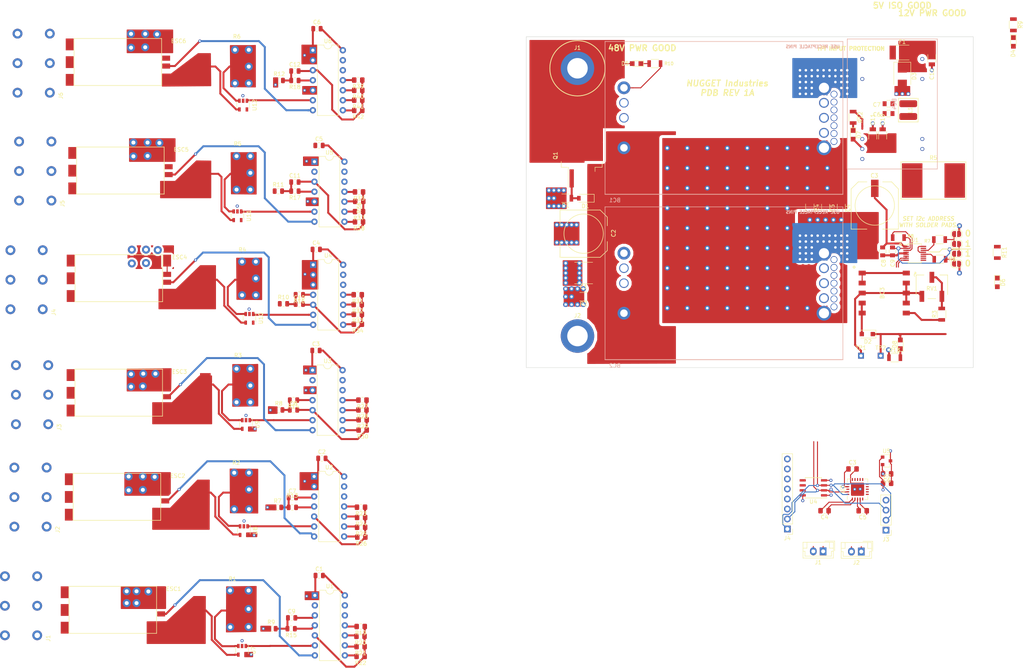
<source format=kicad_pcb>
(kicad_pcb (version 20171130) (host pcbnew "(5.0.0)")
  (layers (0 F.Cu signal) (1 power.Cu signal) (2 ground.Cu signal) (31 B.Cu signal) (34 B.Paste user) (35 F.Paste user) (36 B.SilkS user) (37 F.SilkS user) (38 B.Mask user) (39 F.Mask user) (44 Edge.Cuts user))
  (net 0 "")
  (net 1 "Net-(BC1-Pad10)")
  (net 2 "Net-(BC1-Pad11)")
  (net 3 "Net-(BC1-Pad12)")
  (net 4 "Net-(BC1-Pad16)")
  (net 5 "Net-(BC1-Pad15)")
  (net 6 "Net-(BC1-Pad14)")
  (net 7 "Net-(BC1-Pad13)")
  (net 8 GNDPWR)
  (net 9 "Net-(BC1-Pad6)")
  (net 10 "Net-(BC1-Pad7)")
  (net 11 "Net-(BC1-Pad8)")
  (net 12 Earth)
  (net 13 "Net-(BC1-Pad3)")
  (net 14 "Net-(BC2-Pad3)")
  (net 15 "Net-(BC2-Pad8)")
  (net 16 "Net-(BC2-Pad7)")
  (net 17 "Net-(BC2-Pad6)")
  (net 18 "Net-(BC2-Pad13)")
  (net 19 "Net-(BC2-Pad14)")
  (net 20 "Net-(BC2-Pad15)")
  (net 21 "Net-(BC2-Pad16)")
  (net 22 "Net-(BC2-Pad12)")
  (net 23 "Net-(BC2-Pad11)")
  (net 24 "Net-(BC2-Pad10)")
  (net 25 "Net-(BC3-Pad4)")
  (net 26 +12P)
  (net 27 "Net-(BC3-Pad6)")
  (net 28 "Net-(BC4-Pad1)")
  (net 29 "Net-(BC4-Pad11)")
  (net 30 +5V)
  (net 31 GNDS)
  (net 32 "Net-(BC4-Pad22)")
  (net 33 +3V3)
  (net 34 GND)
  (net 35 +48V)
  (net 36 "Net-(R3-Pad2)")
  (net 37 /VIN+)
  (net 38 "Net-(D1-Pad2)")
  (net 39 "Net-(JP1-Pad2)")
  (net 40 /INTVCC)
  (net 41 "Net-(JP3-Pad2)")
  (net 42 /ADR0)
  (net 43 /ADR1)
  (net 44 /GP_OUTPUT)
  (net 45 "Net-(U1-Pad10)")
  (net 46 /VOUT)
  (net 47 /SDAISO)
  (net 48 /SCLISO)
  (net 49 "Net-(D4-Pad1)")
  (net 50 "Net-(D5-Pad1)")
  (net 51 +5VP)
  (net 52 "Net-(D7-Pad1)")
  (net 53 5VPI)
  (net 54 "Net-(D6-Pad1)")
  (net 55 "Net-(D8-Pad1)")
  (net 56 /PWM1)
  (net 57 "Net-(ESC1-Pad5)")
  (net 58 "Net-(ESC1-Pad6)")
  (net 59 "Net-(ESC1-Pad7)")
  (net 60 "Net-(ESC2-Pad7)")
  (net 61 "Net-(ESC2-Pad6)")
  (net 62 "Net-(ESC2-Pad5)")
  (net 63 "Net-(ESC3-Pad5)")
  (net 64 "Net-(ESC3-Pad6)")
  (net 65 "Net-(ESC3-Pad7)")
  (net 66 "Net-(ESC4-Pad7)")
  (net 67 "Net-(ESC4-Pad6)")
  (net 68 "Net-(ESC4-Pad5)")
  (net 69 "Net-(ESC5-Pad5)")
  (net 70 "Net-(ESC5-Pad6)")
  (net 71 "Net-(ESC5-Pad7)")
  (net 72 "Net-(ESC6-Pad7)")
  (net 73 "Net-(ESC6-Pad6)")
  (net 74 "Net-(ESC6-Pad5)")
  (net 75 /PWM2)
  (net 76 /PWM3)
  (net 77 /PWM4)
  (net 78 /PWM5)
  (net 79 /PWM6)
  (net 80 "Net-(ESC4-Pad1)")
  (net 81 "Net-(ESC5-Pad1)")
  (net 82 "Net-(ESC6-Pad1)")
  (net 83 "Net-(ESC1-Pad1)")
  (net 84 "Net-(ESC2-Pad1)")
  (net 85 "Net-(ESC3-Pad1)")
  (net 86 "Net-(U4-Pad13)")
  (net 87 "Net-(U4-Pad12)")
  (net 88 "Net-(R16-Pad1)")
  (net 89 /CS4)
  (net 90 "Net-(U1-Pad13)")
  (net 91 "Net-(U1-Pad12)")
  (net 92 "Net-(R15-Pad1)")
  (net 93 /CS1)
  (net 94 /CS6)
  (net 95 "Net-(R18-Pad1)")
  (net 96 "Net-(U6-Pad12)")
  (net 97 "Net-(U6-Pad13)")
  (net 98 "Net-(U5-Pad13)")
  (net 99 "Net-(U5-Pad12)")
  (net 100 "Net-(R17-Pad1)")
  (net 101 /CS5)
  (net 102 /CS3)
  (net 103 "Net-(R14-Pad1)")
  (net 104 "Net-(U3-Pad12)")
  (net 105 "Net-(U3-Pad13)")
  (net 106 "Net-(U2-Pad13)")
  (net 107 "Net-(U2-Pad12)")
  (net 108 "Net-(R13-Pad1)")
  (net 109 /CS2)
  (net 110 "Net-(C10-Pad1)")
  (net 111 "Net-(C7-Pad1)")
  (net 112 "Net-(C8-Pad1)")
  (net 113 "Net-(C9-Pad1)")
  (net 114 "Net-(C11-Pad1)")
  (net 115 "Net-(C12-Pad1)")
  (net 116 "Net-(R25-Pad2)")
  (net 117 "Net-(R36-Pad2)")
  (net 118 "Net-(R24-Pad2)")
  (net 119 "Net-(R28-Pad2)")
  (net 120 "Net-(R27-Pad2)")
  (net 121 "Net-(R26-Pad2)")
  (net 122 "Net-(R30-Pad2)")
  (net 123 "Net-(R23-Pad2)")
  (net 124 "Net-(R22-Pad2)")
  (net 125 "Net-(R21-Pad2)")
  (net 126 "Net-(R20-Pad2)")
  (net 127 "Net-(R19-Pad2)")
  (net 128 "Net-(R32-Pad2)")
  (net 129 "Net-(R42-Pad2)")
  (net 130 "Net-(R31-Pad2)")
  (net 131 "Net-(R33-Pad2)")
  (net 132 "Net-(R34-Pad2)")
  (net 133 "Net-(R35-Pad2)")
  (net 134 "Net-(R29-Pad2)")
  (net 135 "Net-(R38-Pad2)")
  (net 136 "Net-(R39-Pad2)")
  (net 137 "Net-(R40-Pad2)")
  (net 138 "Net-(R41-Pad2)")
  (net 139 "Net-(R37-Pad2)")
  (net 140 /temp1n)
  (net 141 /temp1p)
  (net 142 /temp2p)
  (net 143 /temp2n)
  (net 144 /SCL1)
  (net 145 /SDA1)
  (net 146 /SDA)
  (net 147 /SCL)
  (net 148 /I2)
  (net 149 /I1)
  (net 150 /DRDY)
  (module Package_DIP:DIP-14_W7.62mm (layer F.Cu) (at 99.905842 165.663423)
    (fp_text reference U1 (at 3.81 -2.33) (layer F.SilkS))
    (fp_text value PIC16F15323)
    (pad 14 thru_hole oval (at 7.62 0) (size 1.6 1.6) (drill 0.8) (layers *.Cu *.Mask) (net 8 GNDPWR))
    (pad 7 thru_hole oval (at 0 15.24) (size 1.6 1.6) (drill 0.8) (layers *.Cu *.Mask) (net 56 /PWM1))
    (pad 13 thru_hole oval (at 7.62 2.54) (size 1.6 1.6) (drill 0.8) (layers *.Cu *.Mask) (net 90 "Net-(U1-Pad13)"))
    (pad 6 thru_hole oval (at 0 12.7) (size 1.6 1.6) (drill 0.8) (layers *.Cu *.Mask) (net 93 /CS1))
    (pad 12 thru_hole oval (at 7.62 5.08) (size 1.6 1.6) (drill 0.8) (layers *.Cu *.Mask) (net 91 "Net-(U1-Pad12)"))
    (pad 5 thru_hole oval (at 0 10.16) (size 1.6 1.6) (drill 0.8) (layers *.Cu *.Mask) (net 8 GNDPWR))
    (pad 11 thru_hole oval (at 7.62 7.62) (size 1.6 1.6) (drill 0.8) (layers *.Cu *.Mask) (net 127 "Net-(R19-Pad2)"))
    (pad 4 thru_hole oval (at 0 7.62) (size 1.6 1.6) (drill 0.8) (layers *.Cu *.Mask) (net 92 "Net-(R15-Pad1)"))
    (pad 10 thru_hole oval (at 7.62 10.16) (size 1.6 1.6) (drill 0.8) (layers *.Cu *.Mask) (net 126 "Net-(R20-Pad2)"))
    (pad 3 thru_hole oval (at 0 5.08) (size 1.6 1.6) (drill 0.8) (layers *.Cu *.Mask) (net 8 GNDPWR))
    (pad 9 thru_hole oval (at 7.62 12.7) (size 1.6 1.6) (drill 0.8) (layers *.Cu *.Mask) (net 125 "Net-(R21-Pad2)"))
    (pad 2 thru_hole oval (at 0 2.54) (size 1.6 1.6) (drill 0.8) (layers *.Cu *.Mask) (net 8 GNDPWR))
    (pad 8 thru_hole oval (at 7.62 15.24) (size 1.6 1.6) (drill 0.8) (layers *.Cu *.Mask) (net 124 "Net-(R22-Pad2)"))
    (pad 1 thru_hole rect (at 0 0) (size 1.6 1.6) (drill 0.8) (layers *.Cu *.Mask) (net 51 +5VP))
  )
  (module Resistor_SMD:R_0805_2012Metric (layer F.Cu) (at 89.013342 174.113423)
    (fp_text reference R9 (at -0.1875 -1.65) (layer F.SilkS))
    (fp_text value 10k)
    (pad 2 smd roundrect (at 0.9375 0) (size 0.975 1.4) (layers F.Cu F.Paste F.Mask) (net 113 "Net-(C9-Pad1)"))
    (pad 1 smd roundrect (at -0.9375 0) (size 0.975 1.4) (layers F.Cu F.Paste F.Mask) (net 51 +5VP))
  )
  (module "ROV:Shunt Resistor" (layer F.Cu) (at 78.975842 162.001423 180)
    (fp_text reference R1 (at 0 0.5 180) (layer F.SilkS))
    (fp_text value WSLP59311L000FEB)
    (pad 2 smd rect (at 8.3 -7.112 180) (size 2.7 6.2) (layers F.Cu F.Paste F.Mask) (net 83 "Net-(ESC1-Pad1)"))
    (pad 1 smd rect (at 0 -7.112 180) (size 2.7 6.2) (layers F.Cu F.Paste F.Mask) (net 26 +12P))
  )
  (module Resistor_SMD:R_0805_2012Metric (layer F.Cu) (at 93.888342 174.113423 180)
    (fp_text reference R15 (at 0 -1.65) (layer F.SilkS))
    (fp_text value 100)
    (pad 2 smd roundrect (at 0.9375 0 180) (size 0.975 1.4) (layers F.Cu F.Paste F.Mask) (net 113 "Net-(C9-Pad1)"))
    (pad 1 smd roundrect (at -0.9375 0 180) (size 0.975 1.4) (layers F.Cu F.Paste F.Mask) (net 92 "Net-(R15-Pad1)"))
  )
  (module Capacitor_SMD:C_0805_2012Metric (layer F.Cu) (at 94.013342 171.363423)
    (fp_text reference C9 (at 0 -1.65) (layer F.SilkS))
    (fp_text value 10nF)
    (pad 2 smd roundrect (at 0.9375 0) (size 0.975 1.4) (layers F.Cu F.Paste F.Mask) (net 8 GNDPWR))
    (pad 1 smd roundrect (at -0.9375 0) (size 0.975 1.4) (layers F.Cu F.Paste F.Mask) (net 113 "Net-(C9-Pad1)"))
  )
  (module Capacitor_SMD:C_0805_2012Metric (layer F.Cu) (at 101.013342 160.613423)
    (fp_text reference C1 (at 0 -1.65) (layer F.SilkS))
    (fp_text value .1uF)
    (pad 2 smd roundrect (at 0.9375 0) (size 0.975 1.4) (layers F.Cu F.Paste F.Mask) (net 8 GNDPWR))
    (pad 1 smd roundrect (at -0.9375 0) (size 0.975 1.4) (layers F.Cu F.Paste F.Mask) (net 51 +5VP))
  )
  (module Package_TO_SOT_SMD:SOT-23-5 (layer F.Cu) (at 81.425842 179.613423 270)
    (fp_text reference U7 (at 0 -2.9 270) (layer F.SilkS))
    (fp_text value TSC888)
    (pad 5 smd rect (at 1.1 -0.95 270) (size 1.06 0.65) (layers F.Cu F.Paste F.Mask) (net 51 +5VP))
    (pad 4 smd rect (at 1.1 0.95 270) (size 1.06 0.65) (layers F.Cu F.Paste F.Mask) (net 83 "Net-(ESC1-Pad1)"))
    (pad 3 smd rect (at -1.1 0.95 270) (size 1.06 0.65) (layers F.Cu F.Paste F.Mask) (net 26 +12P))
    (pad 2 smd rect (at -1.1 0 270) (size 1.06 0.65) (layers F.Cu F.Paste F.Mask) (net 8 GNDPWR))
    (pad 1 smd rect (at -1.1 -0.95 270) (size 1.06 0.65) (layers F.Cu F.Paste F.Mask) (net 93 /CS1))
  )
  (module ROV:ESC (layer F.Cu) (at 61.875842 163.363423 180)
    (fp_text reference ESC1 (at -2.159 -0.643 180) (layer F.SilkS))
    (fp_text value ESC)
    (pad 7 smd rect (at 25.5 -1.5 180) (size 2 3) (layers F.Cu F.Paste F.Mask) (net 59 "Net-(ESC1-Pad7)"))
    (pad 6 smd rect (at 25.5 -6 180) (size 2 3) (layers F.Cu F.Paste F.Mask) (net 58 "Net-(ESC1-Pad6)"))
    (pad 5 smd rect (at 25.5 -10.5 180) (size 2 3) (layers F.Cu F.Paste F.Mask) (net 57 "Net-(ESC1-Pad5)"))
    (pad 1 smd rect (at 1 -10.5 180) (size 2 3) (layers F.Cu F.Paste F.Mask) (net 83 "Net-(ESC1-Pad1)"))
    (pad 2 smd rect (at 1 -7 180) (size 2 1.3) (layers F.Cu F.Paste F.Mask) (net 56 /PWM1))
    (pad 3 smd rect (at 1 -5 180) (size 2 1.3) (layers F.Cu F.Paste F.Mask) (net 8 GNDPWR))
    (pad 4 smd rect (at 1 -1.5 180) (size 2 3) (layers F.Cu F.Paste F.Mask) (net 8 GNDPWR))
  )
  (module "ROV:Wago Terminal Blocks" (layer F.Cu) (at 29.4 175.8 90)
    (fp_text reference J1 (at -0.762 2.794 90) (layer F.SilkS))
    (fp_text value Conn_01x03_Female)
    (pad 1 thru_hole circle (at 0 -8.2 90) (size 2.5 2.5) (drill 1.4) (layers *.Cu *.Mask) (net 57 "Net-(ESC1-Pad5)"))
    (pad 2 thru_hole circle (at 7.5 -8.2 90) (size 2.5 2.5) (drill 1.4) (layers *.Cu *.Mask) (net 58 "Net-(ESC1-Pad6)"))
    (pad 3 thru_hole circle (at 15 -8.2 180) (size 2.5 2.5) (drill 1.4) (layers *.Cu *.Mask) (net 59 "Net-(ESC1-Pad7)"))
    (pad 3 thru_hole circle (at 15 0 90) (size 2.5 2.5) (drill 1.4) (layers *.Cu *.Mask) (net 59 "Net-(ESC1-Pad7)"))
    (pad 2 thru_hole circle (at 7.5 0 90) (size 2.5 2.5) (drill 1.4) (layers *.Cu *.Mask) (net 58 "Net-(ESC1-Pad6)"))
    (pad 1 thru_hole circle (at 0 0 90) (size 2.5 2.5) (drill 1.4) (layers *.Cu *.Mask) (net 57 "Net-(ESC1-Pad5)"))
  )
  (module Capacitors_SMD:C_2220 (layer F.Cu) (at 168.167693 83.8 180)
    (fp_text reference C1 (at 0 -3.5 180) (layer F.SilkS))
    (fp_text value 10uF)
    (pad 1 smd rect (at -2.8 0 180) (size 1 5) (layers F.Cu F.Paste F.Mask) (net 37 /VIN+))
    (pad 2 smd rect (at 2.8 0 180) (size 1 5) (layers F.Cu F.Paste F.Mask) (net 12 Earth))
  )
  (module rov:PCR1J101MCL1GS (layer F.Cu) (at 168.167693 73.8 270)
    (fp_text reference C2 (at -0.1 -7.6 270) (layer F.SilkS))
    (fp_text value 100uF)
    (pad 1 smd rect (at 0 -4.35 270) (size 1.9 4.4) (layers F.Cu F.Paste F.Mask) (net 37 /VIN+))
    (pad 2 smd rect (at 0 4.35 90) (size 1.9 4.4) (layers F.Cu F.Paste F.Mask) (net 12 Earth))
  )
  (module rov:PCR1J101MCL1GS (layer F.Cu) (at 242.1 66.65)
    (fp_text reference C3 (at -0.1 -7.6) (layer F.SilkS))
    (fp_text value 330uF)
    (pad 1 smd rect (at 0 -4.35) (size 1.9 4.4) (layers F.Cu F.Paste F.Mask) (net 46 /VOUT))
    (pad 2 smd rect (at 0 4.35 180) (size 1.9 4.4) (layers F.Cu F.Paste F.Mask) (net 8 GNDPWR))
  )
  (module Capacitors_SMD:C_1206 (layer F.Cu) (at 233.6 67.3 270)
    (fp_text reference C4 (at 0 -1.75 270) (layer F.SilkS))
    (fp_text value 10uF)
    (pad 1 smd rect (at -1.5 0 270) (size 1 1.6) (layers F.Cu F.Paste F.Mask) (net 46 /VOUT))
    (pad 2 smd rect (at 1.5 0 270) (size 1 1.6) (layers F.Cu F.Paste F.Mask) (net 8 GNDPWR))
  )
  (module Capacitors_SMD:C_1206 (layer F.Cu) (at 229.6 67.3 270)
    (fp_text reference C5 (at 0 -1.75 270) (layer F.SilkS))
    (fp_text value 1uF)
    (pad 1 smd rect (at -1.5 0 270) (size 1 1.6) (layers F.Cu F.Paste F.Mask) (net 46 /VOUT))
    (pad 2 smd rect (at 1.5 0 270) (size 1 1.6) (layers F.Cu F.Paste F.Mask) (net 8 GNDPWR))
  )
  (module Diodes_SMD:D_SOD-123 (layer F.Cu) (at 168.6 64.8 180)
    (fp_text reference D1 (at 0 -2 180) (layer F.SilkS))
    (fp_text value 12V)
    (pad 1 smd rect (at -1.65 0 180) (size 0.9 1.2) (layers F.Cu F.Paste F.Mask) (net 37 /VIN+))
    (pad 2 smd rect (at 1.65 0 180) (size 0.9 1.2) (layers F.Cu F.Paste F.Mask) (net 38 "Net-(D1-Pad2)"))
  )
  (module jumpers:SolderJumper-2_P1.3mm_Open_RoundedPad1.0x1.5mm (layer F.Cu) (at 262.872083 78.89 180)
    (fp_text reference JP1 hide)
    (fp_text value SolderJumper_2_Open)
    (pad 2 smd custom (at 0.65 0 180) (size 1 0.5) (layers F.Cu F.Mask) (net 39 "Net-(JP1-Pad2)") (options (clearance outline) (anchor rect)) (primitives (gr_circle (center 0 0.25) (end 0.5 0.25) (width 0)) (gr_circle (center 0 -0.25) (end 0.5 -0.25) (width 0)) (gr_poly (pts (xy 0 -0.75) (xy -0.5 -0.75) (xy -0.5 0.75) (xy 0 0.75)) (width 0))))
    (pad 1 smd custom (at -0.65 0 180) (size 1 0.5) (layers F.Cu F.Mask) (net 40 /INTVCC) (options (clearance outline) (anchor rect)) (primitives (gr_circle (center 0 0.25) (end 0.5 0.25) (width 0)) (gr_circle (center 0 -0.25) (end 0.5 -0.25) (width 0)) (gr_poly (pts (xy 0 -0.75) (xy 0.5 -0.75) (xy 0.5 0.75) (xy 0 0.75)) (width 0))))
  )
  (module jumpers:SolderJumper-2_P1.3mm_Open_RoundedPad1.0x1.5mm (layer F.Cu) (at 262.872083 81.429975 180)
    (fp_text reference JP2 hide)
    (fp_text value SolderJumper_2_Open)
    (pad 2 smd custom (at 0.65 0 180) (size 1 0.5) (layers F.Cu F.Mask) (net 39 "Net-(JP1-Pad2)") (options (clearance outline) (anchor rect)) (primitives (gr_circle (center 0 0.25) (end 0.5 0.25) (width 0)) (gr_circle (center 0 -0.25) (end 0.5 -0.25) (width 0)) (gr_poly (pts (xy 0 -0.75) (xy -0.5 -0.75) (xy -0.5 0.75) (xy 0 0.75)) (width 0))))
    (pad 1 smd custom (at -0.65 0 180) (size 1 0.5) (layers F.Cu F.Mask) (net 8 GNDPWR) (options (clearance outline) (anchor rect)) (primitives (gr_circle (center 0 0.25) (end 0.5 0.25) (width 0)) (gr_circle (center 0 -0.25) (end 0.5 -0.25) (width 0)) (gr_poly (pts (xy 0 -0.75) (xy 0.5 -0.75) (xy 0.5 0.75) (xy 0 0.75)) (width 0))))
  )
  (module jumpers:SolderJumper-2_P1.3mm_Open_RoundedPad1.0x1.5mm (layer F.Cu) (at 262.872083 76.429975 180)
    (fp_text reference JP3 hide)
    (fp_text value SolderJumper_2_Open)
    (pad 2 smd custom (at 0.65 0 180) (size 1 0.5) (layers F.Cu F.Mask) (net 41 "Net-(JP3-Pad2)") (options (clearance outline) (anchor rect)) (primitives (gr_circle (center 0 0.25) (end 0.5 0.25) (width 0)) (gr_circle (center 0 -0.25) (end 0.5 -0.25) (width 0)) (gr_poly (pts (xy 0 -0.75) (xy -0.5 -0.75) (xy -0.5 0.75) (xy 0 0.75)) (width 0))))
    (pad 1 smd custom (at -0.65 0 180) (size 1 0.5) (layers F.Cu F.Mask) (net 40 /INTVCC) (options (clearance outline) (anchor rect)) (primitives (gr_circle (center 0 0.25) (end 0.5 0.25) (width 0)) (gr_circle (center 0 -0.25) (end 0.5 -0.25) (width 0)) (gr_poly (pts (xy 0 -0.75) (xy 0.5 -0.75) (xy 0.5 0.75) (xy 0 0.75)) (width 0))))
  )
  (module jumpers:SolderJumper-2_P1.3mm_Open_RoundedPad1.0x1.5mm (layer F.Cu) (at 262.872083 73.89 180)
    (fp_text reference JP4 hide)
    (fp_text value SolderJumper_2_Open)
    (pad 2 smd custom (at 0.65 0 180) (size 1 0.5) (layers F.Cu F.Mask) (net 41 "Net-(JP3-Pad2)") (options (clearance outline) (anchor rect)) (primitives (gr_circle (center 0 0.25) (end 0.5 0.25) (width 0)) (gr_circle (center 0 -0.25) (end 0.5 -0.25) (width 0)) (gr_poly (pts (xy 0 -0.75) (xy -0.5 -0.75) (xy -0.5 0.75) (xy 0 0.75)) (width 0))))
    (pad 1 smd custom (at -0.65 0 180) (size 1 0.5) (layers F.Cu F.Mask) (net 8 GNDPWR) (options (clearance outline) (anchor rect)) (primitives (gr_circle (center 0 0.25) (end 0.5 0.25) (width 0)) (gr_circle (center 0 -0.25) (end 0.5 -0.25) (width 0)) (gr_poly (pts (xy 0 -0.75) (xy 0.5 -0.75) (xy 0.5 0.75) (xy 0 0.75)) (width 0))))
  )
  (module TO_SOT_Packages_SMD:TO-263-2 (layer F.Cu) (at 167.667693 53.984027 90)
    (fp_text reference Q1 (at 0 -6.65 90) (layer F.SilkS))
    (fp_text value Q_PMOS_GDS)
    (pad 1 smd rect (at -5.775 -2.54 90) (size 4.6 1.1) (layers F.Cu F.Paste F.Mask) (net 38 "Net-(D1-Pad2)"))
    (pad 3 smd rect (at -5.775 2.54 90) (size 4.6 1.1) (layers F.Cu F.Paste F.Mask) (net 37 /VIN+))
    (pad 2 smd rect (at 3.375 0 90) (size 9.4 10.8) (layers F.Cu F.Mask) (net 35 +48V))
    (pad 2 smd rect (at 5.8 2.775 90) (size 4.55 5.25) (layers F.Cu F.Paste) (net 35 +48V))
    (pad 2 smd rect (at 0.95 -2.775 90) (size 4.55 5.25) (layers F.Cu F.Paste) (net 35 +48V))
    (pad 2 smd rect (at 5.8 -2.775 90) (size 4.55 5.25) (layers F.Cu F.Paste) (net 35 +48V))
    (pad 2 smd rect (at 0.95 2.775 90) (size 4.55 5.25) (layers F.Cu F.Paste) (net 35 +48V))
  )
  (module Resistors_SMD:R_1206 (layer F.Cu) (at 163.6 64.8 180)
    (fp_text reference R1 (at 0 -1.85 180) (layer F.SilkS))
    (fp_text value 100K)
    (pad 1 smd rect (at -1.45 0 180) (size 0.9 1.7) (layers F.Cu F.Paste F.Mask) (net 38 "Net-(D1-Pad2)"))
    (pad 2 smd rect (at 1.45 0 180) (size 0.9 1.7) (layers F.Cu F.Paste F.Mask) (net 12 Earth))
  )
  (module Resistors_SMD:R_1206 (layer F.Cu) (at 168.167693 89.8 180)
    (fp_text reference R2 (at 0 -1.85 180) (layer F.SilkS))
    (fp_text value 12K)
    (pad 1 smd rect (at -1.45 0 180) (size 0.9 1.7) (layers F.Cu F.Paste F.Mask) (net 37 /VIN+))
    (pad 2 smd rect (at 1.45 0 180) (size 0.9 1.7) (layers F.Cu F.Paste F.Mask) (net 12 Earth))
  )
  (module Resistors_SMD:R_1206 (layer F.Cu) (at 225.6 67.25 270)
    (fp_text reference R4 (at 0 -1.85 270) (layer F.SilkS))
    (fp_text value 3.3K)
    (pad 1 smd rect (at -1.45 0 270) (size 0.9 1.7) (layers F.Cu F.Paste F.Mask) (net 46 /VOUT))
    (pad 2 smd rect (at 1.45 0 270) (size 0.9 1.7) (layers F.Cu F.Paste F.Mask) (net 8 GNDPWR))
  )
  (module Resistors_SMD:R_1206 (layer F.Cu) (at 258.65 80.3)
    (fp_text reference R6 (at 3.15 0) (layer F.SilkS))
    (fp_text value 22K)
    (pad 1 smd rect (at -1.45 0) (size 0.9 1.7) (layers F.Cu F.Paste F.Mask) (net 42 /ADR0))
    (pad 2 smd rect (at 1.45 0) (size 0.9 1.7) (layers F.Cu F.Paste F.Mask) (net 39 "Net-(JP1-Pad2)"))
  )
  (module Resistors_SMD:R_1206 (layer F.Cu) (at 258.55 75.3)
    (fp_text reference R7 (at -3.092859 0.372501) (layer F.SilkS) (effects (font (size 0.8 0.8))))
    (fp_text value 22K)
    (pad 1 smd rect (at -1.45 0) (size 0.9 1.7) (layers F.Cu F.Paste F.Mask) (net 43 /ADR1))
    (pad 2 smd rect (at 1.45 0) (size 0.9 1.7) (layers F.Cu F.Paste F.Mask) (net 41 "Net-(JP3-Pad2)"))
  )
  (module Resistors_SMD:R_1206 (layer F.Cu) (at 277.305 20.76 270)
    (fp_text reference R9 (at 0 -1.85 270) (layer F.SilkS))
    (fp_text value 600)
    (pad 1 smd rect (at -1.45 0 270) (size 0.9 1.7) (layers F.Cu F.Paste F.Mask) (net 8 GNDPWR))
    (pad 2 smd rect (at 1.45 0 270) (size 0.9 1.7) (layers F.Cu F.Paste F.Mask) (net 49 "Net-(D4-Pad1)"))
  )
  (module Housings_SSOP:MSOP-16_3x4mm_Pitch0.5mm (layer F.Cu) (at 252.25 78.79)
    (fp_text reference U1 (at 0 -3.35) (layer F.SilkS))
    (fp_text value LTC2946CMS#PBF)
    (pad 1 smd rect (at -2.2 -1.75) (size 1.4 0.3) (layers F.Cu F.Paste F.Mask) (net 46 /VOUT))
    (pad 2 smd rect (at -2.2 -1.25) (size 1.4 0.3) (layers F.Cu F.Paste F.Mask) (net 40 /INTVCC))
    (pad 3 smd rect (at -2.2 -0.75) (size 1.4 0.3) (layers F.Cu F.Paste F.Mask) (net 44 /GP_OUTPUT))
    (pad 4 smd rect (at -2.2 -0.25) (size 1.4 0.3) (layers F.Cu F.Paste F.Mask) (net 8 GNDPWR))
    (pad 5 smd rect (at -2.2 0.25) (size 1.4 0.3) (layers F.Cu F.Paste F.Mask) (net 8 GNDPWR))
    (pad 12 smd rect (at 2.2 0.25) (size 1.4 0.3) (layers F.Cu F.Paste F.Mask) (net 42 /ADR0))
    (pad 13 smd rect (at 2.2 -0.25) (size 1.4 0.3) (layers F.Cu F.Paste F.Mask) (net 46 /VOUT))
    (pad 14 smd rect (at 2.2 -0.75) (size 1.4 0.3) (layers F.Cu F.Paste F.Mask) (net 43 /ADR1))
    (pad 15 smd rect (at 2.2 -1.25) (size 1.4 0.3) (layers F.Cu F.Paste F.Mask) (net 26 +12P))
    (pad 16 smd rect (at 2.2 -1.75) (size 1.4 0.3) (layers F.Cu F.Paste F.Mask) (net 46 /VOUT))
    (pad 6 smd rect (at -2.2 0.75) (size 1.4 0.3) (layers F.Cu F.Paste F.Mask) (net 47 /SDAISO))
    (pad 7 smd rect (at -2.2 1.25) (size 1.4 0.3) (layers F.Cu F.Paste F.Mask) (net 47 /SDAISO))
    (pad 8 smd rect (at -2.2 1.75) (size 1.4 0.3) (layers F.Cu F.Paste F.Mask) (net 48 /SCLISO))
    (pad 11 smd rect (at 2.2 0.75) (size 1.4 0.3) (layers F.Cu F.Paste F.Mask) (net 8 GNDPWR))
    (pad 10 smd rect (at 2.2 1.25) (size 1.4 0.3) (layers F.Cu F.Paste F.Mask) (net 45 "Net-(U1-Pad10)"))
    (pad 9 smd rect (at 2.2 1.75) (size 1.4 0.3) (layers F.Cu F.Paste F.Mask) (net 8 GNDPWR))
  )
  (module rov:DS_Q48SC12050 (layer B.Cu) (at 174.1 63.3)
    (fp_text reference BC1 (at 2 2) (layer B.SilkS) (effects (justify mirror)))
    (fp_text value DS_Q48SC12050NRII)
    (fp_text user "USE RECEPTACLE PINS" (at 52.25 -37) (layer B.SilkS) (effects (font (size 0.8 0.8) (thickness 0.2)) (justify mirror)))
    (pad 10 thru_hole circle (at 57.64 -24.92) (size 1.75 1.75) (drill 1.4) (layers *.Cu *.Mask) (net 1 "Net-(BC1-Pad10)"))
    (pad 11 thru_hole circle (at 57.64 -22.92) (size 1.75 1.75) (drill 1.4) (layers *.Cu *.Mask) (net 2 "Net-(BC1-Pad11)"))
    (pad 12 thru_hole circle (at 57.64 -20.92) (size 1.75 1.75) (drill 1.4) (layers *.Cu *.Mask) (net 3 "Net-(BC1-Pad12)"))
    (pad 16 thru_hole circle (at 57.64 -12.92) (size 1.75 1.75) (drill 1.4) (layers *.Cu *.Mask) (net 4 "Net-(BC1-Pad16)"))
    (pad 15 thru_hole circle (at 57.64 -14.92) (size 1.75 1.75) (drill 1.4) (layers *.Cu *.Mask) (net 5 "Net-(BC1-Pad15)"))
    (pad 14 thru_hole circle (at 57.64 -16.92) (size 1.75 1.75) (drill 1.4) (layers *.Cu *.Mask) (net 6 "Net-(BC1-Pad14)"))
    (pad 13 thru_hole circle (at 57.64 -18.92) (size 1.75 1.75) (drill 1.4) (layers *.Cu *.Mask) (net 7 "Net-(BC1-Pad13)"))
    (pad 5 thru_hole circle (at 55.1 -26.54) (size 3.75 3.75) (drill 2.59) (layers *.Cu *.Mask) (net 8 GNDPWR))
    (pad 6 thru_hole circle (at 55.1 -22.73) (size 2.5 2.5) (drill 1.905) (layers *.Cu *.Mask) (net 9 "Net-(BC1-Pad6)"))
    (pad 7 thru_hole circle (at 55.1 -18.92) (size 2.5 2.5) (drill 1.905) (layers *.Cu *.Mask) (net 10 "Net-(BC1-Pad7)"))
    (pad 8 thru_hole circle (at 55.1 -15.11) (size 2.5 2.5) (drill 1.905) (layers *.Cu *.Mask) (net 11 "Net-(BC1-Pad8)"))
    (pad 9 thru_hole circle (at 55.1 -11.3) (size 3.75 3.75) (drill 2.59) (layers *.Cu *.Mask) (net 46 /VOUT))
    (pad 4 thru_hole circle (at 4.3 -26.54) (size 3.25 3.25) (drill 1.905) (layers *.Cu *.Mask) (net 12 Earth))
    (pad 3 thru_hole circle (at 4.3 -22.73) (size 2.4 2.4) (drill 1.905) (layers *.Cu *.Mask) (net 13 "Net-(BC1-Pad3)"))
    (pad 2 thru_hole circle (at 4.3 -18.92) (size 2.4 2.4) (drill 1.905) (layers *.Cu *.Mask) (net 12 Earth))
    (pad 1 thru_hole circle (at 4.3 -11.3) (size 3.25 3.25) (drill 1.905) (layers *.Cu *.Mask) (net 37 /VIN+))
  )
  (module rov:DS_Q48SC12050 (layer B.Cu) (at 174.1 105.3)
    (fp_text reference BC2 (at 2 2) (layer B.SilkS) (effects (justify mirror)))
    (fp_text value DS_Q48SC12050NRII)
    (fp_text user "USE RECEPTACLE PINS" (at 52.25 -37) (layer B.SilkS) (effects (font (size 0.8 0.8) (thickness 0.2)) (justify mirror)))
    (pad 10 thru_hole circle (at 57.64 -24.92) (size 1.75 1.75) (drill 1.4) (layers *.Cu *.Mask) (net 24 "Net-(BC2-Pad10)"))
    (pad 11 thru_hole circle (at 57.64 -22.92) (size 1.75 1.75) (drill 1.4) (layers *.Cu *.Mask) (net 23 "Net-(BC2-Pad11)"))
    (pad 12 thru_hole circle (at 57.64 -20.92) (size 1.75 1.75) (drill 1.4) (layers *.Cu *.Mask) (net 22 "Net-(BC2-Pad12)"))
    (pad 16 thru_hole circle (at 57.64 -12.92) (size 1.75 1.75) (drill 1.4) (layers *.Cu *.Mask) (net 21 "Net-(BC2-Pad16)"))
    (pad 15 thru_hole circle (at 57.64 -14.92) (size 1.75 1.75) (drill 1.4) (layers *.Cu *.Mask) (net 20 "Net-(BC2-Pad15)"))
    (pad 14 thru_hole circle (at 57.64 -16.92) (size 1.75 1.75) (drill 1.4) (layers *.Cu *.Mask) (net 19 "Net-(BC2-Pad14)"))
    (pad 13 thru_hole circle (at 57.64 -18.92) (size 1.75 1.75) (drill 1.4) (layers *.Cu *.Mask) (net 18 "Net-(BC2-Pad13)"))
    (pad 5 thru_hole circle (at 55.1 -26.54) (size 3.75 3.75) (drill 2.59) (layers *.Cu *.Mask) (net 8 GNDPWR))
    (pad 6 thru_hole circle (at 55.1 -22.73) (size 2.5 2.5) (drill 1.905) (layers *.Cu *.Mask) (net 17 "Net-(BC2-Pad6)"))
    (pad 7 thru_hole circle (at 55.1 -18.92) (size 2.5 2.5) (drill 1.905) (layers *.Cu *.Mask) (net 16 "Net-(BC2-Pad7)"))
    (pad 8 thru_hole circle (at 55.1 -15.11) (size 2.5 2.5) (drill 1.905) (layers *.Cu *.Mask) (net 15 "Net-(BC2-Pad8)"))
    (pad 9 thru_hole circle (at 55.1 -11.3) (size 3.75 3.75) (drill 2.59) (layers *.Cu *.Mask) (net 46 /VOUT))
    (pad 4 thru_hole circle (at 4.3 -26.54) (size 3.25 3.25) (drill 1.905) (layers *.Cu *.Mask) (net 12 Earth))
    (pad 3 thru_hole circle (at 4.3 -22.73) (size 2.4 2.4) (drill 1.905) (layers *.Cu *.Mask) (net 14 "Net-(BC2-Pad3)"))
    (pad 2 thru_hole circle (at 4.3 -18.92) (size 2.4 2.4) (drill 1.905) (layers *.Cu *.Mask) (net 12 Earth))
    (pad 1 thru_hole circle (at 4.3 -11.3) (size 3.25 3.25) (drill 1.905) (layers *.Cu *.Mask) (net 37 /VIN+))
  )
  (module rov:7466004 (layer F.Cu) (at 166.6 31.8)
    (fp_text reference J1 (at 0 -5.2) (layer F.SilkS))
    (fp_text value Conn_01x01)
    (pad 1 thru_hole circle (at 0 0 180) (size 8.5 8.5) (drill 5.2) (layers *.Cu *.Mask) (net 35 +48V))
  )
  (module rov:7466004 (layer F.Cu) (at 166.6 99.8)
    (fp_text reference J2 (at 0 -5.2) (layer F.SilkS))
    (fp_text value Conn_01x01)
    (pad 1 thru_hole circle (at 0 0 180) (size 8.5 8.5) (drill 5.2) (layers *.Cu *.Mask) (net 12 Earth))
  )
  (module Capacitors_SMD:C_0805 (layer F.Cu) (at 245.6 43.3)
    (fp_text reference C6 (at -3 0.25) (layer F.SilkS))
    (fp_text value 2.2uF)
    (pad 1 smd rect (at -1 0) (size 1 1.25) (layers F.Cu F.Paste F.Mask) (net 8 GNDPWR))
    (pad 2 smd rect (at 1 0) (size 1 1.25) (layers F.Cu F.Paste F.Mask) (net 26 +12P))
  )
  (module Capacitors_SMD:C_0805 (layer F.Cu) (at 245.6 40.8)
    (fp_text reference C7 (at -3 0.25) (layer F.SilkS))
    (fp_text value 2.2uF)
    (pad 1 smd rect (at -1 0) (size 1 1.25) (layers F.Cu F.Paste F.Mask) (net 8 GNDPWR))
    (pad 2 smd rect (at 1 0) (size 1 1.25) (layers F.Cu F.Paste F.Mask) (net 32 "Net-(BC4-Pad22)"))
  )
  (module Capacitors_SMD:C_0805 (layer F.Cu) (at 244.1 78.3 90)
    (fp_text reference C8 (at -3 0.245001 90) (layer F.SilkS))
    (fp_text value .1uF)
    (pad 1 smd rect (at -1 0 90) (size 1 1.25) (layers F.Cu F.Paste F.Mask) (net 8 GNDPWR))
    (pad 2 smd rect (at 1 0 90) (size 1 1.25) (layers F.Cu F.Paste F.Mask) (net 46 /VOUT))
  )
  (module Capacitors_SMD:C_0805 (layer F.Cu) (at 246.6 78.3 90)
    (fp_text reference C9 (at -3 0.075001 90) (layer F.SilkS))
    (fp_text value .1uF)
    (pad 1 smd rect (at -1 0 90) (size 1 1.25) (layers F.Cu F.Paste F.Mask) (net 8 GNDPWR))
    (pad 2 smd rect (at 1 0 90) (size 1 1.25) (layers F.Cu F.Paste F.Mask) (net 40 /INTVCC))
  )
  (module Capacitors_SMD:C_1206 (layer F.Cu) (at 244.1 48.8 270)
    (fp_text reference C10 (at -4 0 270) (layer F.SilkS))
    (fp_text value 10uF)
    (pad 1 smd rect (at -1.5 0 270) (size 1 1.6) (layers F.Cu F.Paste F.Mask) (net 31 GNDS))
    (pad 2 smd rect (at 1.5 0 270) (size 1 1.6) (layers F.Cu F.Paste F.Mask) (net 30 +5V))
  )
  (module Capacitors_SMD:C_1206 (layer F.Cu) (at 241.6 48.8 270)
    (fp_text reference C11 (at -4 0 270) (layer F.SilkS))
    (fp_text value 1uF)
    (pad 1 smd rect (at -1.5 0 270) (size 1 1.6) (layers F.Cu F.Paste F.Mask) (net 31 GNDS))
    (pad 2 smd rect (at 1.5 0 270) (size 1 1.6) (layers F.Cu F.Paste F.Mask) (net 30 +5V))
  )
  (module Capacitors_SMD:C_1206 (layer F.Cu) (at 256.6 29.3 90)
    (fp_text reference C12 (at -4 0 90) (layer F.SilkS))
    (fp_text value 47uF)
    (pad 1 smd rect (at -1.5 0 90) (size 1 1.6) (layers F.Cu F.Paste F.Mask) (net 31 GNDS))
    (pad 2 smd rect (at 1.5 0 90) (size 1 1.6) (layers F.Cu F.Paste F.Mask) (net 53 5VPI))
  )
  (module Diodes_SMD:D_SMB (layer F.Cu) (at 249.1 33.8 270)
    (fp_text reference D3 (at 0 -3 270) (layer F.SilkS))
    (fp_text value SMBJ5.0A-13-F)
    (pad 1 smd rect (at -2.15 0 270) (size 2.5 2.3) (layers F.Cu F.Paste F.Mask) (net 53 5VPI))
    (pad 2 smd rect (at 2.15 0 270) (size 2.5 2.3) (layers F.Cu F.Paste F.Mask) (net 31 GNDS))
  )
  (module Resistors_SMD:R_1812 (layer F.Cu) (at 249.1 27.8)
    (fp_text reference F1 (at 0 -2.72) (layer F.SilkS))
    (fp_text value MF-MSMF250/16X-2)
    (pad 1 smd rect (at -2.44 0) (size 1.6 3.5) (layers F.Cu F.Paste F.Mask) (net 30 +5V))
    (pad 2 smd rect (at 2.44 0) (size 1.6 3.5) (layers F.Cu F.Paste F.Mask) (net 53 5VPI))
  )
  (module rov:SDE0403A-120M (layer F.Cu) (at 250.6 42.425 90)
    (fp_text reference L1 (at 0 0.5 90) (layer F.SilkS))
    (fp_text value 12uH)
    (pad 2 smd roundrect (at 1.625 0 90) (size 1.75 4.5) (layers F.Cu F.Paste F.Mask) (net 32 "Net-(BC4-Pad22)"))
    (pad 1 smd roundrect (at -1.625 0 270) (size 1.75 4.5) (layers F.Cu F.Paste F.Mask) (net 26 +12P))
  )
  (module LEDs:LED_0805 (layer F.Cu) (at 277.305 25.11 270)
    (fp_text reference D4 (at 2.907141 0.0675 270) (layer F.SilkS))
    (fp_text value LED)
    (pad 2 smd rect (at 1.1 0 90) (size 1.2 1.2) (layers F.Cu F.Paste F.Mask) (net 46 /VOUT))
    (pad 1 smd rect (at -1.1 0 90) (size 1.2 1.2) (layers F.Cu F.Paste F.Mask) (net 49 "Net-(D4-Pad1)"))
  )
  (module Resistors_SMD:R_1206 (layer F.Cu) (at 248.1 74.8 180)
    (fp_text reference R8 (at -3.092859 0.372501 180) (layer F.SilkS) (effects (font (size 0.8 0.8))))
    (fp_text value 4.7K)
    (pad 1 smd rect (at -1.45 0 180) (size 0.9 1.7) (layers F.Cu F.Paste F.Mask) (net 40 /INTVCC))
    (pad 2 smd rect (at 1.45 0 180) (size 0.9 1.7) (layers F.Cu F.Paste F.Mask) (net 44 /GP_OUTPUT))
  )
  (module LEDs:LED_0805 (layer F.Cu) (at 181.6 30.61 180)
    (fp_text reference D5 (at 2.907141 0 180) (layer F.SilkS))
    (fp_text value LED)
    (pad 2 smd rect (at 1.1 0) (size 1.2 1.2) (layers F.Cu F.Paste F.Mask) (net 35 +48V))
    (pad 1 smd rect (at -1.1 0) (size 1.2 1.2) (layers F.Cu F.Paste F.Mask) (net 50 "Net-(D5-Pad1)"))
  )
  (module Resistors_SMD:R_1206 (layer F.Cu) (at 186.25 30.61 180)
    (fp_text reference R10 (at -3.592859 0 180) (layer F.SilkS) (effects (font (size 0.8 0.8))))
    (fp_text value 2.4K)
    (pad 1 smd rect (at -1.45 0 180) (size 0.9 1.7) (layers F.Cu F.Paste F.Mask) (net 12 Earth))
    (pad 2 smd rect (at 1.45 0 180) (size 0.9 1.7) (layers F.Cu F.Paste F.Mask) (net 50 "Net-(D5-Pad1)"))
  )
  (module LEDs:LED_0805 (layer F.Cu) (at 236.6 48.7 270)
    (fp_text reference D7 (at 0 -1.45 270) (layer F.SilkS))
    (fp_text value LED)
    (pad 2 smd rect (at 1.1 0 90) (size 1.2 1.2) (layers F.Cu F.Paste F.Mask) (net 30 +5V))
    (pad 1 smd rect (at -1.1 0 90) (size 1.2 1.2) (layers F.Cu F.Paste F.Mask) (net 52 "Net-(D7-Pad1)"))
  )
  (module Resistors_SMD:R_1206 (layer F.Cu) (at 273.22 78.55 270)
    (fp_text reference R11 (at 0 -1.85 270) (layer F.SilkS))
    (fp_text value 600)
    (pad 1 smd rect (at -1.45 0 270) (size 0.9 1.7) (layers F.Cu F.Paste F.Mask) (net 8 GNDPWR))
    (pad 2 smd rect (at 1.45 0 270) (size 0.9 1.7) (layers F.Cu F.Paste F.Mask) (net 54 "Net-(D6-Pad1)"))
  )
  (module Resistors_SMD:R_1206 (layer F.Cu) (at 236.6 44.25 270)
    (fp_text reference R12 (at 0 -1.85 270) (layer F.SilkS))
    (fp_text value 600)
    (pad 1 smd rect (at -1.45 0 270) (size 0.9 1.7) (layers F.Cu F.Paste F.Mask) (net 31 GNDS))
    (pad 2 smd rect (at 1.45 0 270) (size 0.9 1.7) (layers F.Cu F.Paste F.Mask) (net 52 "Net-(D7-Pad1)"))
  )
  (module rov:3269W-1-204GLF (layer F.Cu) (at 256.6 87.3)
    (fp_text reference RV1 (at 0 0.424999) (layer F.SilkS))
    (fp_text value 200k)
    (pad 3 smd rect (at 2.54 2.415) (size 1.19 2.79) (layers F.Cu F.Paste F.Mask) (net 36 "Net-(R3-Pad2)"))
    (pad 1 smd rect (at -2.54 2.415) (size 1.19 2.79) (layers F.Cu F.Paste F.Mask) (net 8 GNDPWR))
    (pad 2 smd rect (at 0 -2.415) (size 1.19 2.79) (layers F.Cu F.Paste F.Mask) (net 36 "Net-(R3-Pad2)"))
  )
  (module LEDs:LED_0805 (layer F.Cu) (at 248.6 101.9 90)
    (fp_text reference D8 (at 0 -1.45 90) (layer F.SilkS))
    (fp_text value LED)
    (pad 1 smd rect (at -1.1 0 270) (size 1.2 1.2) (layers F.Cu F.Paste F.Mask) (net 55 "Net-(D8-Pad1)"))
    (pad 2 smd rect (at 1.1 0 270) (size 1.2 1.2) (layers F.Cu F.Paste F.Mask) (net 51 +5VP))
  )
  (module Resistors_SMD:R_1206 (layer F.Cu) (at 247.15 105.3)
    (fp_text reference R13 (at 0 -1.85) (layer F.SilkS))
    (fp_text value 600)
    (pad 2 smd rect (at 1.45 0) (size 0.9 1.7) (layers F.Cu F.Paste F.Mask) (net 55 "Net-(D8-Pad1)"))
    (pad 1 smd rect (at -1.45 0) (size 0.9 1.7) (layers F.Cu F.Paste F.Mask) (net 8 GNDPWR))
  )
  (module rov:R78AA-1.0 (layer F.Cu) (at 244.5 88.88 270)
    (fp_text reference BC3 (at 0 0.5 270) (layer F.SilkS))
    (fp_text value R-78AA-1.0)
    (pad 3 smd rect (at 0 5.6 270) (size 1.2 1.8) (layers F.Cu F.Paste F.Mask) (net 8 GNDPWR))
    (pad 4 smd rect (at 2.54 5.6 270) (size 1.2 1.8) (layers F.Cu F.Paste F.Mask) (net 25 "Net-(BC3-Pad4)"))
    (pad 5 smd rect (at 5.08 5.6 270) (size 1.2 1.8) (layers F.Cu F.Paste F.Mask) (net 25 "Net-(BC3-Pad4)"))
    (pad 1 smd rect (at -5.08 5.6 270) (size 1.2 1.8) (layers F.Cu F.Paste F.Mask) (net 26 +12P))
    (pad 2 smd rect (at -2.54 5.6 270) (size 1.2 1.8) (layers F.Cu F.Paste F.Mask) (net 26 +12P))
    (pad 10 smd rect (at -5.08 -5.6 90) (size 1.2 1.8) (layers F.Cu F.Paste F.Mask) (net 26 +12P))
    (pad 9 smd rect (at -2.54 -5.6 90) (size 1.2 1.8) (layers F.Cu F.Paste F.Mask) (net 8 GNDPWR))
    (pad 7 smd rect (at 2.54 -5.6 90) (size 1.2 1.8) (layers F.Cu F.Paste F.Mask) (net 8 GNDPWR))
    (pad 8 smd rect (at 0 -5.6 90) (size 1.2 1.8) (layers F.Cu F.Paste F.Mask) (net 8 GNDPWR))
    (pad 6 smd rect (at 5.08 -5.6 90) (size 1.2 1.8) (layers F.Cu F.Paste F.Mask) (net 27 "Net-(BC3-Pad6)"))
  )
  (module rov:JTF1524S05 (layer B.Cu) (at 246.55 41.064052 270)
    (fp_text reference BC4 (at -0.194052 -0.5 270) (layer B.SilkS) (effects (justify mirror)))
    (fp_text value JTF1524S05)
    (pad 2 thru_hole circle (at 11.235948 7.62 270) (size 1 1) (drill 0.65) (layers *.Cu *.Mask) (net 8 GNDPWR))
    (pad 3 thru_hole circle (at 8.695948 7.62 270) (size 1 1) (drill 0.65) (layers *.Cu *.Mask) (net 8 GNDPWR))
    (pad 1 thru_hole circle (at 13.775948 7.62 270) (size 1 1) (drill 0.65) (layers *.Cu *.Mask) (net 28 "Net-(BC4-Pad1)"))
    (pad 11 thru_hole circle (at -11.624052 7.62 270) (size 1 1) (drill 0.65) (layers *.Cu *.Mask) (net 29 "Net-(BC4-Pad11)"))
    (pad 9 thru_hole circle (at -6.544052 7.62 270) (size 1 1) (drill 0.65) (layers *.Cu *.Mask))
    (pad 14 thru_hole circle (at -11.624052 -7.62 270) (size 1 1) (drill 0.65) (layers *.Cu *.Mask) (net 30 +5V))
    (pad 16 thru_hole circle (at -6.544052 -7.62 270) (size 1 1) (drill 0.65) (layers *.Cu *.Mask) (net 31 GNDS))
    (pad 23 thru_hole circle (at 11.235948 -7.62 270) (size 1 1) (drill 0.65) (layers *.Cu *.Mask) (net 32 "Net-(BC4-Pad22)"))
    (pad 22 thru_hole circle (at 8.695948 -7.62 270) (size 1 1) (drill 0.65) (layers *.Cu *.Mask) (net 32 "Net-(BC4-Pad22)"))
  )
  (module Diodes_SMD:D_SOD-123F (layer F.Cu) (at 240.2 99.3 180)
    (fp_text reference D2 (at -0.127 -1.905 180) (layer F.SilkS))
    (fp_text value D_Small_ALT)
    (pad 2 smd rect (at 1.4 0 180) (size 1.1 1.1) (layers F.Cu F.Paste F.Mask) (net 25 "Net-(BC3-Pad4)"))
    (pad 1 smd rect (at -1.4 0 180) (size 1.1 1.1) (layers F.Cu F.Paste F.Mask) (net 51 +5VP))
  )
  (module LEDs:LED_0805 (layer F.Cu) (at 273.22 86.18 270)
    (fp_text reference D6 (at 0 -1.45 270) (layer F.SilkS))
    (fp_text value LED)
    (pad 1 smd rect (at -1.1 0 90) (size 1.2 1.2) (layers F.Cu F.Paste F.Mask) (net 54 "Net-(D6-Pad1)"))
    (pad 2 smd rect (at 1.1 0 90) (size 1.2 1.2) (layers F.Cu F.Paste F.Mask) (net 46 /VOUT))
  )
  (module Resistors_SMD:R_1206 (layer F.Cu) (at 259.1 94.25 90)
    (fp_text reference R3 (at 0 -1.85 90) (layer F.SilkS))
    (fp_text value 470K)
    (pad 2 smd rect (at 1.45 0 90) (size 0.9 1.7) (layers F.Cu F.Paste F.Mask) (net 36 "Net-(R3-Pad2)"))
    (pad 1 smd rect (at -1.45 0 90) (size 0.9 1.7) (layers F.Cu F.Paste F.Mask) (net 27 "Net-(BC3-Pad6)"))
  )
  (module rov:WSLP59311L000FEB (layer F.Cu) (at 257 60.3)
    (fp_text reference R5 (at 0 -5.75) (layer F.SilkS))
    (fp_text value WSLP59311L000FEB)
    (pad 1 smd rect (at -5.4 0) (size 5.2 8.75) (layers F.Cu F.Paste F.Mask) (net 46 /VOUT))
    (pad 2 smd rect (at 5.4 0) (size 5.2 8.75) (layers F.Cu F.Paste F.Mask) (net 26 +12P))
  )
  (module Measurement_Points:Measurement_Point_Square-TH_Small (layer F.Cu) (at 238.6 104.8)
    (fp_text reference TP1 (at 0 -2) (layer F.SilkS))
    (fp_text value TestPoint)
    (pad 1 thru_hole rect (at 0 0) (size 1.5 1.5) (drill 0.8) (layers *.Cu *.Mask) (net 8 GNDPWR))
  )
  (module Measurement_Points:Measurement_Point_Square-TH_Small (layer F.Cu) (at 243.6 104.8)
    (fp_text reference TP2 (at 0 -2) (layer F.SilkS))
    (fp_text value TestPoint)
    (pad 1 thru_hole rect (at 0 0) (size 1.5 1.5) (drill 0.8) (layers *.Cu *.Mask) (net 51 +5VP))
  )
  (module "ROV:Shunt Resistor" (layer F.Cu) (at 79.925842 132.451423 180)
    (fp_text reference R2 (at 0 0.5 180) (layer F.SilkS))
    (fp_text value WSLP59311L000FEB)
    (pad 2 smd rect (at 8.3 -7.112 180) (size 2.7 6.2) (layers F.Cu F.Paste F.Mask) (net 84 "Net-(ESC2-Pad1)"))
    (pad 1 smd rect (at 0 -7.112 180) (size 2.7 6.2) (layers F.Cu F.Paste F.Mask) (net 26 +12P))
  )
  (module Package_DIP:DIP-14_W7.62mm (layer F.Cu) (at 99.725842 135.463423)
    (fp_text reference U2 (at 3.81 -2.33) (layer F.SilkS))
    (fp_text value PIC16F15323)
    (pad 14 thru_hole oval (at 7.62 0) (size 1.6 1.6) (drill 0.8) (layers *.Cu *.Mask) (net 8 GNDPWR))
    (pad 7 thru_hole oval (at 0 15.24) (size 1.6 1.6) (drill 0.8) (layers *.Cu *.Mask) (net 75 /PWM2))
    (pad 13 thru_hole oval (at 7.62 2.54) (size 1.6 1.6) (drill 0.8) (layers *.Cu *.Mask) (net 106 "Net-(U2-Pad13)"))
    (pad 6 thru_hole oval (at 0 12.7) (size 1.6 1.6) (drill 0.8) (layers *.Cu *.Mask) (net 109 /CS2))
    (pad 12 thru_hole oval (at 7.62 5.08) (size 1.6 1.6) (drill 0.8) (layers *.Cu *.Mask) (net 107 "Net-(U2-Pad12)"))
    (pad 5 thru_hole oval (at 0 10.16) (size 1.6 1.6) (drill 0.8) (layers *.Cu *.Mask) (net 8 GNDPWR))
    (pad 11 thru_hole oval (at 7.62 7.62) (size 1.6 1.6) (drill 0.8) (layers *.Cu *.Mask) (net 123 "Net-(R23-Pad2)"))
    (pad 4 thru_hole oval (at 0 7.62) (size 1.6 1.6) (drill 0.8) (layers *.Cu *.Mask) (net 108 "Net-(R13-Pad1)"))
    (pad 10 thru_hole oval (at 7.62 10.16) (size 1.6 1.6) (drill 0.8) (layers *.Cu *.Mask) (net 118 "Net-(R24-Pad2)"))
    (pad 3 thru_hole oval (at 0 5.08) (size 1.6 1.6) (drill 0.8) (layers *.Cu *.Mask) (net 8 GNDPWR))
    (pad 9 thru_hole oval (at 7.62 12.7) (size 1.6 1.6) (drill 0.8) (layers *.Cu *.Mask) (net 116 "Net-(R25-Pad2)"))
    (pad 2 thru_hole oval (at 0 2.54) (size 1.6 1.6) (drill 0.8) (layers *.Cu *.Mask) (net 51 +5VP))
    (pad 8 thru_hole oval (at 7.62 15.24) (size 1.6 1.6) (drill 0.8) (layers *.Cu *.Mask) (net 121 "Net-(R26-Pad2)"))
    (pad 1 thru_hole rect (at 0 0) (size 1.6 1.6) (drill 0.8) (layers *.Cu *.Mask) (net 51 +5VP))
  )
  (module Package_DIP:DIP-14_W7.62mm (layer F.Cu) (at 99.4 27.22)
    (fp_text reference U6 (at 3.81 -2.33) (layer F.SilkS))
    (fp_text value PIC16F15323)
    (pad 14 thru_hole oval (at 7.62 0) (size 1.6 1.6) (drill 0.8) (layers *.Cu *.Mask) (net 8 GNDPWR))
    (pad 7 thru_hole oval (at 0 15.24) (size 1.6 1.6) (drill 0.8) (layers *.Cu *.Mask) (net 79 /PWM6))
    (pad 13 thru_hole oval (at 7.62 2.54) (size 1.6 1.6) (drill 0.8) (layers *.Cu *.Mask) (net 97 "Net-(U6-Pad13)"))
    (pad 6 thru_hole oval (at 0 12.7) (size 1.6 1.6) (drill 0.8) (layers *.Cu *.Mask) (net 94 /CS6))
    (pad 12 thru_hole oval (at 7.62 5.08) (size 1.6 1.6) (drill 0.8) (layers *.Cu *.Mask) (net 96 "Net-(U6-Pad12)"))
    (pad 5 thru_hole oval (at 0 10.16) (size 1.6 1.6) (drill 0.8) (layers *.Cu *.Mask) (net 51 +5VP))
    (pad 11 thru_hole oval (at 7.62 7.62) (size 1.6 1.6) (drill 0.8) (layers *.Cu *.Mask) (net 136 "Net-(R39-Pad2)"))
    (pad 4 thru_hole oval (at 0 7.62) (size 1.6 1.6) (drill 0.8) (layers *.Cu *.Mask) (net 95 "Net-(R18-Pad1)"))
    (pad 10 thru_hole oval (at 7.62 10.16) (size 1.6 1.6) (drill 0.8) (layers *.Cu *.Mask) (net 137 "Net-(R40-Pad2)"))
    (pad 3 thru_hole oval (at 0 5.08) (size 1.6 1.6) (drill 0.8) (layers *.Cu *.Mask) (net 8 GNDPWR))
    (pad 9 thru_hole oval (at 7.62 12.7) (size 1.6 1.6) (drill 0.8) (layers *.Cu *.Mask) (net 138 "Net-(R41-Pad2)"))
    (pad 2 thru_hole oval (at 0 2.54) (size 1.6 1.6) (drill 0.8) (layers *.Cu *.Mask) (net 51 +5VP))
    (pad 8 thru_hole oval (at 7.62 15.24) (size 1.6 1.6) (drill 0.8) (layers *.Cu *.Mask) (net 129 "Net-(R42-Pad2)"))
    (pad 1 thru_hole rect (at 0 0) (size 1.6 1.6) (drill 0.8) (layers *.Cu *.Mask) (net 51 +5VP))
  )
  (module Package_DIP:DIP-14_W7.62mm (layer F.Cu) (at 99.8 55.52)
    (fp_text reference U5 (at 3.81 -2.33) (layer F.SilkS))
    (fp_text value PIC16F15323)
    (pad 14 thru_hole oval (at 7.62 0) (size 1.6 1.6) (drill 0.8) (layers *.Cu *.Mask) (net 8 GNDPWR))
    (pad 7 thru_hole oval (at 0 15.24) (size 1.6 1.6) (drill 0.8) (layers *.Cu *.Mask) (net 78 /PWM5))
    (pad 13 thru_hole oval (at 7.62 2.54) (size 1.6 1.6) (drill 0.8) (layers *.Cu *.Mask) (net 98 "Net-(U5-Pad13)"))
    (pad 6 thru_hole oval (at 0 12.7) (size 1.6 1.6) (drill 0.8) (layers *.Cu *.Mask) (net 101 /CS5))
    (pad 12 thru_hole oval (at 7.62 5.08) (size 1.6 1.6) (drill 0.8) (layers *.Cu *.Mask) (net 99 "Net-(U5-Pad12)"))
    (pad 5 thru_hole oval (at 0 10.16) (size 1.6 1.6) (drill 0.8) (layers *.Cu *.Mask) (net 51 +5VP))
    (pad 11 thru_hole oval (at 7.62 7.62) (size 1.6 1.6) (drill 0.8) (layers *.Cu *.Mask) (net 133 "Net-(R35-Pad2)"))
    (pad 4 thru_hole oval (at 0 7.62) (size 1.6 1.6) (drill 0.8) (layers *.Cu *.Mask) (net 100 "Net-(R17-Pad1)"))
    (pad 10 thru_hole oval (at 7.62 10.16) (size 1.6 1.6) (drill 0.8) (layers *.Cu *.Mask) (net 117 "Net-(R36-Pad2)"))
    (pad 3 thru_hole oval (at 0 5.08) (size 1.6 1.6) (drill 0.8) (layers *.Cu *.Mask) (net 8 GNDPWR))
    (pad 9 thru_hole oval (at 7.62 12.7) (size 1.6 1.6) (drill 0.8) (layers *.Cu *.Mask) (net 139 "Net-(R37-Pad2)"))
    (pad 2 thru_hole oval (at 0 2.54) (size 1.6 1.6) (drill 0.8) (layers *.Cu *.Mask) (net 8 GNDPWR))
    (pad 8 thru_hole oval (at 7.62 15.24) (size 1.6 1.6) (drill 0.8) (layers *.Cu *.Mask) (net 135 "Net-(R38-Pad2)"))
    (pad 1 thru_hole rect (at 0 0) (size 1.6 1.6) (drill 0.8) (layers *.Cu *.Mask) (net 51 +5VP))
  )
  (module Package_DIP:DIP-14_W7.62mm (layer F.Cu) (at 99.48 81.7)
    (fp_text reference U4 (at 3.81 -2.33) (layer F.SilkS))
    (fp_text value PIC16F15323)
    (pad 14 thru_hole oval (at 7.62 0) (size 1.6 1.6) (drill 0.8) (layers *.Cu *.Mask) (net 8 GNDPWR))
    (pad 7 thru_hole oval (at 0 15.24) (size 1.6 1.6) (drill 0.8) (layers *.Cu *.Mask) (net 77 /PWM4))
    (pad 13 thru_hole oval (at 7.62 2.54) (size 1.6 1.6) (drill 0.8) (layers *.Cu *.Mask) (net 86 "Net-(U4-Pad13)"))
    (pad 6 thru_hole oval (at 0 12.7) (size 1.6 1.6) (drill 0.8) (layers *.Cu *.Mask) (net 89 /CS4))
    (pad 12 thru_hole oval (at 7.62 5.08) (size 1.6 1.6) (drill 0.8) (layers *.Cu *.Mask) (net 87 "Net-(U4-Pad12)"))
    (pad 5 thru_hole oval (at 0 10.16) (size 1.6 1.6) (drill 0.8) (layers *.Cu *.Mask) (net 8 GNDPWR))
    (pad 11 thru_hole oval (at 7.62 7.62) (size 1.6 1.6) (drill 0.8) (layers *.Cu *.Mask) (net 130 "Net-(R31-Pad2)"))
    (pad 4 thru_hole oval (at 0 7.62) (size 1.6 1.6) (drill 0.8) (layers *.Cu *.Mask) (net 88 "Net-(R16-Pad1)"))
    (pad 10 thru_hole oval (at 7.62 10.16) (size 1.6 1.6) (drill 0.8) (layers *.Cu *.Mask) (net 128 "Net-(R32-Pad2)"))
    (pad 3 thru_hole oval (at 0 5.08) (size 1.6 1.6) (drill 0.8) (layers *.Cu *.Mask) (net 51 +5VP))
    (pad 9 thru_hole oval (at 7.62 12.7) (size 1.6 1.6) (drill 0.8) (layers *.Cu *.Mask) (net 131 "Net-(R33-Pad2)"))
    (pad 2 thru_hole oval (at 0 2.54) (size 1.6 1.6) (drill 0.8) (layers *.Cu *.Mask) (net 51 +5VP))
    (pad 8 thru_hole oval (at 7.62 15.24) (size 1.6 1.6) (drill 0.8) (layers *.Cu *.Mask) (net 132 "Net-(R34-Pad2)"))
    (pad 1 thru_hole rect (at 0 0) (size 1.6 1.6) (drill 0.8) (layers *.Cu *.Mask) (net 51 +5VP))
  )
  (module Package_DIP:DIP-14_W7.62mm (layer F.Cu) (at 99.325842 108.463423)
    (fp_text reference U3 (at 3.81 -2.33) (layer F.SilkS))
    (fp_text value PIC16F15323)
    (pad 14 thru_hole oval (at 7.62 0) (size 1.6 1.6) (drill 0.8) (layers *.Cu *.Mask) (net 8 GNDPWR))
    (pad 7 thru_hole oval (at 0 15.24) (size 1.6 1.6) (drill 0.8) (layers *.Cu *.Mask) (net 76 /PWM3))
    (pad 13 thru_hole oval (at 7.62 2.54) (size 1.6 1.6) (drill 0.8) (layers *.Cu *.Mask) (net 105 "Net-(U3-Pad13)"))
    (pad 6 thru_hole oval (at 0 12.7) (size 1.6 1.6) (drill 0.8) (layers *.Cu *.Mask) (net 102 /CS3))
    (pad 12 thru_hole oval (at 7.62 5.08) (size 1.6 1.6) (drill 0.8) (layers *.Cu *.Mask) (net 104 "Net-(U3-Pad12)"))
    (pad 5 thru_hole oval (at 0 10.16) (size 1.6 1.6) (drill 0.8) (layers *.Cu *.Mask) (net 8 GNDPWR))
    (pad 11 thru_hole oval (at 7.62 7.62) (size 1.6 1.6) (drill 0.8) (layers *.Cu *.Mask) (net 120 "Net-(R27-Pad2)"))
    (pad 4 thru_hole oval (at 0 7.62) (size 1.6 1.6) (drill 0.8) (layers *.Cu *.Mask) (net 103 "Net-(R14-Pad1)"))
    (pad 10 thru_hole oval (at 7.62 10.16) (size 1.6 1.6) (drill 0.8) (layers *.Cu *.Mask) (net 119 "Net-(R28-Pad2)"))
    (pad 3 thru_hole oval (at 0 5.08) (size 1.6 1.6) (drill 0.8) (layers *.Cu *.Mask) (net 51 +5VP))
    (pad 9 thru_hole oval (at 7.62 12.7) (size 1.6 1.6) (drill 0.8) (layers *.Cu *.Mask) (net 134 "Net-(R29-Pad2)"))
    (pad 2 thru_hole oval (at 0 2.54) (size 1.6 1.6) (drill 0.8) (layers *.Cu *.Mask) (net 8 GNDPWR))
    (pad 8 thru_hole oval (at 7.62 15.24) (size 1.6 1.6) (drill 0.8) (layers *.Cu *.Mask) (net 122 "Net-(R30-Pad2)"))
    (pad 1 thru_hole rect (at 0 0) (size 1.6 1.6) (drill 0.8) (layers *.Cu *.Mask) (net 51 +5VP))
  )
  (module Capacitor_SMD:C_0805_2012Metric (layer F.Cu) (at 101.688342 130.863423)
    (fp_text reference C2 (at 0 -1.65) (layer F.SilkS))
    (fp_text value .1uF)
    (pad 2 smd roundrect (at 0.9375 0) (size 0.975 1.4) (layers F.Cu F.Paste F.Mask) (net 8 GNDPWR))
    (pad 1 smd roundrect (at -0.9375 0) (size 0.975 1.4) (layers F.Cu F.Paste F.Mask) (net 51 +5VP))
  )
  (module "ROV:Wago Terminal Blocks" (layer F.Cu) (at 32.2 122.2 90)
    (fp_text reference J3 (at -0.762 2.794 90) (layer F.SilkS))
    (fp_text value Conn_01x03_Female)
    (pad 1 thru_hole circle (at 0 -8.2 90) (size 2.5 2.5) (drill 1.4) (layers *.Cu *.Mask) (net 63 "Net-(ESC3-Pad5)"))
    (pad 2 thru_hole circle (at 7.5 -8.2 90) (size 2.5 2.5) (drill 1.4) (layers *.Cu *.Mask) (net 64 "Net-(ESC3-Pad6)"))
    (pad 3 thru_hole circle (at 15 -8.2 180) (size 2.5 2.5) (drill 1.4) (layers *.Cu *.Mask) (net 65 "Net-(ESC3-Pad7)"))
    (pad 3 thru_hole circle (at 15 0 90) (size 2.5 2.5) (drill 1.4) (layers *.Cu *.Mask) (net 65 "Net-(ESC3-Pad7)"))
    (pad 2 thru_hole circle (at 7.5 0 90) (size 2.5 2.5) (drill 1.4) (layers *.Cu *.Mask) (net 64 "Net-(ESC3-Pad6)"))
    (pad 1 thru_hole circle (at 0 0 90) (size 2.5 2.5) (drill 1.4) (layers *.Cu *.Mask) (net 63 "Net-(ESC3-Pad5)"))
  )
  (module "ROV:Wago Terminal Blocks" (layer F.Cu) (at 31.8 148.2 90)
    (fp_text reference J2 (at -0.762 2.794 90) (layer F.SilkS))
    (fp_text value Conn_01x03_Female)
    (pad 1 thru_hole circle (at 0 -8.2 90) (size 2.5 2.5) (drill 1.4) (layers *.Cu *.Mask) (net 62 "Net-(ESC2-Pad5)"))
    (pad 2 thru_hole circle (at 7.5 -8.2 90) (size 2.5 2.5) (drill 1.4) (layers *.Cu *.Mask) (net 61 "Net-(ESC2-Pad6)"))
    (pad 3 thru_hole circle (at 15 -8.2 180) (size 2.5 2.5) (drill 1.4) (layers *.Cu *.Mask) (net 60 "Net-(ESC2-Pad7)"))
    (pad 3 thru_hole circle (at 15 0 90) (size 2.5 2.5) (drill 1.4) (layers *.Cu *.Mask) (net 60 "Net-(ESC2-Pad7)"))
    (pad 2 thru_hole circle (at 7.5 0 90) (size 2.5 2.5) (drill 1.4) (layers *.Cu *.Mask) (net 61 "Net-(ESC2-Pad6)"))
    (pad 1 thru_hole circle (at 0 0 90) (size 2.5 2.5) (drill 1.4) (layers *.Cu *.Mask) (net 62 "Net-(ESC2-Pad5)"))
  )
  (module Resistor_SMD:R_0805_2012Metric_Pad1.15x1.40mm_HandSolder (layer F.Cu) (at 111.125 68.2 180)
    (fp_text reference R37 (at 0 -1.65 180) (layer F.SilkS))
    (fp_text value 1k)
    (pad 2 smd roundrect (at 1.025 0 180) (size 1.15 1.4) (layers F.Cu F.Paste F.Mask) (roundrect_rratio 0.217391) (net 139 "Net-(R37-Pad2)"))
    (pad 1 smd roundrect (at -1.025 0 180) (size 1.15 1.4) (layers F.Cu F.Paste F.Mask) (roundrect_rratio 0.217391) (net 8 GNDPWR))
  )
  (module Resistor_SMD:R_0805_2012Metric_Pad1.15x1.40mm_HandSolder (layer F.Cu) (at 110.925 39.9 180)
    (fp_text reference R41 (at 0 -1.65 180) (layer F.SilkS))
    (fp_text value 1k)
    (pad 2 smd roundrect (at 1.025 0 180) (size 1.15 1.4) (layers F.Cu F.Paste F.Mask) (roundrect_rratio 0.217391) (net 138 "Net-(R41-Pad2)"))
    (pad 1 smd roundrect (at -1.025 0 180) (size 1.15 1.4) (layers F.Cu F.Paste F.Mask) (roundrect_rratio 0.217391) (net 8 GNDPWR))
  )
  (module Resistor_SMD:R_0805_2012Metric_Pad1.15x1.40mm_HandSolder (layer F.Cu) (at 110.925 37.4 180)
    (fp_text reference R40 (at 0 -1.65 180) (layer F.SilkS))
    (fp_text value 1k)
    (pad 2 smd roundrect (at 1.025 0 180) (size 1.15 1.4) (layers F.Cu F.Paste F.Mask) (roundrect_rratio 0.217391) (net 137 "Net-(R40-Pad2)"))
    (pad 1 smd roundrect (at -1.025 0 180) (size 1.15 1.4) (layers F.Cu F.Paste F.Mask) (roundrect_rratio 0.217391) (net 8 GNDPWR))
  )
  (module Resistor_SMD:R_0805_2012Metric_Pad1.15x1.40mm_HandSolder (layer F.Cu) (at 110.925 34.8 180)
    (fp_text reference R39 (at 0 -1.65 180) (layer F.SilkS))
    (fp_text value R_Small)
    (pad 2 smd roundrect (at 1.025 0 180) (size 1.15 1.4) (layers F.Cu F.Paste F.Mask) (roundrect_rratio 0.217391) (net 136 "Net-(R39-Pad2)"))
    (pad 1 smd roundrect (at -1.025 0 180) (size 1.15 1.4) (layers F.Cu F.Paste F.Mask) (roundrect_rratio 0.217391) (net 8 GNDPWR))
  )
  (module Resistor_SMD:R_0805_2012Metric_Pad1.15x1.40mm_HandSolder (layer F.Cu) (at 111.125 70.8 180)
    (fp_text reference R38 (at 0 -1.65 180) (layer F.SilkS))
    (fp_text value 1k)
    (pad 2 smd roundrect (at 1.025 0 180) (size 1.15 1.4) (layers F.Cu F.Paste F.Mask) (roundrect_rratio 0.217391) (net 135 "Net-(R38-Pad2)"))
    (pad 1 smd roundrect (at -1.025 0 180) (size 1.15 1.4) (layers F.Cu F.Paste F.Mask) (roundrect_rratio 0.217391) (net 8 GNDPWR))
  )
  (module Resistor_SMD:R_0805_2012Metric_Pad1.15x1.40mm_HandSolder (layer F.Cu) (at 112.050842 121.063423 180)
    (fp_text reference R29 (at 0 -1.65 180) (layer F.SilkS))
    (fp_text value 1k)
    (pad 2 smd roundrect (at 1.025 0 180) (size 1.15 1.4) (layers F.Cu F.Paste F.Mask) (roundrect_rratio 0.217391) (net 134 "Net-(R29-Pad2)"))
    (pad 1 smd roundrect (at -1.025 0 180) (size 1.15 1.4) (layers F.Cu F.Paste F.Mask) (roundrect_rratio 0.217391) (net 8 GNDPWR))
  )
  (module Resistor_SMD:R_0805_2012Metric_Pad1.15x1.40mm_HandSolder (layer F.Cu) (at 111.125 63.2 180)
    (fp_text reference R35 (at 0 -1.65 180) (layer F.SilkS))
    (fp_text value R_Small)
    (pad 2 smd roundrect (at 1.025 0 180) (size 1.15 1.4) (layers F.Cu F.Paste F.Mask) (roundrect_rratio 0.217391) (net 133 "Net-(R35-Pad2)"))
    (pad 1 smd roundrect (at -1.025 0 180) (size 1.15 1.4) (layers F.Cu F.Paste F.Mask) (roundrect_rratio 0.217391) (net 8 GNDPWR))
  )
  (module Resistor_SMD:R_0805_2012Metric_Pad1.15x1.40mm_HandSolder (layer F.Cu) (at 110.825 96.8 180)
    (fp_text reference R34 (at 0 -1.65 180) (layer F.SilkS))
    (fp_text value R_Small)
    (pad 2 smd roundrect (at 1.025 0 180) (size 1.15 1.4) (layers F.Cu F.Paste F.Mask) (roundrect_rratio 0.217391) (net 132 "Net-(R34-Pad2)"))
    (pad 1 smd roundrect (at -1.025 0 180) (size 1.15 1.4) (layers F.Cu F.Paste F.Mask) (roundrect_rratio 0.217391) (net 8 GNDPWR))
  )
  (module Resistor_SMD:R_0805_2012Metric_Pad1.15x1.40mm_HandSolder (layer F.Cu) (at 110.825 94.3 180)
    (fp_text reference R33 (at 0 -1.65 180) (layer F.SilkS))
    (fp_text value R_Small)
    (pad 2 smd roundrect (at 1.025 0 180) (size 1.15 1.4) (layers F.Cu F.Paste F.Mask) (roundrect_rratio 0.217391) (net 131 "Net-(R33-Pad2)"))
    (pad 1 smd roundrect (at -1.025 0 180) (size 1.15 1.4) (layers F.Cu F.Paste F.Mask) (roundrect_rratio 0.217391) (net 8 GNDPWR))
  )
  (module Resistor_SMD:R_0805_2012Metric_Pad1.15x1.40mm_HandSolder (layer F.Cu) (at 110.8 89.3 180)
    (fp_text reference R31 (at 0 -1.65 180) (layer F.SilkS))
    (fp_text value R_Small)
    (pad 2 smd roundrect (at 1.025 0 180) (size 1.15 1.4) (layers F.Cu F.Paste F.Mask) (roundrect_rratio 0.217391) (net 130 "Net-(R31-Pad2)"))
    (pad 1 smd roundrect (at -1.025 0 180) (size 1.15 1.4) (layers F.Cu F.Paste F.Mask) (roundrect_rratio 0.217391) (net 8 GNDPWR))
  )
  (module Resistor_SMD:R_0805_2012Metric_Pad1.15x1.40mm_HandSolder (layer F.Cu) (at 110.925 42.5 180)
    (fp_text reference R42 (at 0 -1.65 180) (layer F.SilkS))
    (fp_text value 1k)
    (pad 2 smd roundrect (at 1.025 0 180) (size 1.15 1.4) (layers F.Cu F.Paste F.Mask) (roundrect_rratio 0.217391) (net 129 "Net-(R42-Pad2)"))
    (pad 1 smd roundrect (at -1.025 0 180) (size 1.15 1.4) (layers F.Cu F.Paste F.Mask) (roundrect_rratio 0.217391) (net 8 GNDPWR))
  )
  (module Resistor_SMD:R_0805_2012Metric_Pad1.15x1.40mm_HandSolder (layer F.Cu) (at 110.8 91.8 180)
    (fp_text reference R32 (at 0 -1.65 180) (layer F.SilkS))
    (fp_text value R_Small)
    (pad 2 smd roundrect (at 1.025 0 180) (size 1.15 1.4) (layers F.Cu F.Paste F.Mask) (roundrect_rratio 0.217391) (net 128 "Net-(R32-Pad2)"))
    (pad 1 smd roundrect (at -1.025 0 180) (size 1.15 1.4) (layers F.Cu F.Paste F.Mask) (roundrect_rratio 0.217391) (net 8 GNDPWR))
  )
  (module Resistor_SMD:R_0805_2012Metric_Pad1.15x1.40mm_HandSolder (layer F.Cu) (at 111.550842 173.563423 180)
    (fp_text reference R19 (at 0 -1.65 180) (layer F.SilkS))
    (fp_text value 1k)
    (pad 2 smd roundrect (at 1.025 0 180) (size 1.15 1.4) (layers F.Cu F.Paste F.Mask) (roundrect_rratio 0.217391) (net 127 "Net-(R19-Pad2)"))
    (pad 1 smd roundrect (at -1.025 0 180) (size 1.15 1.4) (layers F.Cu F.Paste F.Mask) (roundrect_rratio 0.217391) (net 8 GNDPWR))
  )
  (module Resistor_SMD:R_0805_2012Metric_Pad1.15x1.40mm_HandSolder (layer F.Cu) (at 111.500842 176.063423 180)
    (fp_text reference R20 (at 0 -1.65 180) (layer F.SilkS))
    (fp_text value 1k)
    (pad 2 smd roundrect (at 1.025 0 180) (size 1.15 1.4) (layers F.Cu F.Paste F.Mask) (roundrect_rratio 0.217391) (net 126 "Net-(R20-Pad2)"))
    (pad 1 smd roundrect (at -1.025 0 180) (size 1.15 1.4) (layers F.Cu F.Paste F.Mask) (roundrect_rratio 0.217391) (net 8 GNDPWR))
  )
  (module Resistor_SMD:R_0805_2012Metric_Pad1.15x1.40mm_HandSolder (layer F.Cu) (at 111.525842 178.663423 180)
    (fp_text reference R21 (at 0 -1.65 180) (layer F.SilkS))
    (fp_text value 1k)
    (pad 2 smd roundrect (at 1.025 0 180) (size 1.15 1.4) (layers F.Cu F.Paste F.Mask) (roundrect_rratio 0.217391) (net 125 "Net-(R21-Pad2)"))
    (pad 1 smd roundrect (at -1.025 0 180) (size 1.15 1.4) (layers F.Cu F.Paste F.Mask) (roundrect_rratio 0.217391) (net 8 GNDPWR))
  )
  (module Resistor_SMD:R_0805_2012Metric_Pad1.15x1.40mm_HandSolder (layer F.Cu) (at 111.525842 181.163423 180)
    (fp_text reference R22 (at 0 -1.65 180) (layer F.SilkS))
    (fp_text value 1k)
    (pad 2 smd roundrect (at 1.025 0 180) (size 1.15 1.4) (layers F.Cu F.Paste F.Mask) (roundrect_rratio 0.217391) (net 124 "Net-(R22-Pad2)"))
    (pad 1 smd roundrect (at -1.025 0 180) (size 1.15 1.4) (layers F.Cu F.Paste F.Mask) (roundrect_rratio 0.217391) (net 8 GNDPWR))
  )
  (module Resistor_SMD:R_0805_2012Metric_Pad1.15x1.40mm_HandSolder (layer F.Cu) (at 111.625842 143.263423 180)
    (fp_text reference R23 (at 0 -1.65 180) (layer F.SilkS))
    (fp_text value R_Small)
    (pad 2 smd roundrect (at 1.025 0 180) (size 1.15 1.4) (layers F.Cu F.Paste F.Mask) (roundrect_rratio 0.217391) (net 123 "Net-(R23-Pad2)"))
    (pad 1 smd roundrect (at -1.025 0 180) (size 1.15 1.4) (layers F.Cu F.Paste F.Mask) (roundrect_rratio 0.217391) (net 8 GNDPWR))
  )
  (module Resistor_SMD:R_0805_2012Metric_Pad1.15x1.40mm_HandSolder (layer F.Cu) (at 112.050842 123.663423 180)
    (fp_text reference R30 (at 0 -1.65 180) (layer F.SilkS))
    (fp_text value 1k)
    (pad 2 smd roundrect (at 1.025 0 180) (size 1.15 1.4) (layers F.Cu F.Paste F.Mask) (roundrect_rratio 0.217391) (net 122 "Net-(R30-Pad2)"))
    (pad 1 smd roundrect (at -1.025 0 180) (size 1.15 1.4) (layers F.Cu F.Paste F.Mask) (roundrect_rratio 0.217391) (net 8 GNDPWR))
  )
  (module Resistor_SMD:R_0805_2012Metric_Pad1.15x1.40mm_HandSolder (layer F.Cu) (at 111.700842 150.863423 180)
    (fp_text reference R26 (at 0 -1.65 180) (layer F.SilkS))
    (fp_text value 1k)
    (pad 2 smd roundrect (at 1.025 0 180) (size 1.15 1.4) (layers F.Cu F.Paste F.Mask) (roundrect_rratio 0.217391) (net 121 "Net-(R26-Pad2)"))
    (pad 1 smd roundrect (at -1.025 0 180) (size 1.15 1.4) (layers F.Cu F.Paste F.Mask) (roundrect_rratio 0.217391) (net 8 GNDPWR))
  )
  (module Resistor_SMD:R_0805_2012Metric_Pad1.15x1.40mm_HandSolder (layer F.Cu) (at 112.000842 116.063423 180)
    (fp_text reference R27 (at 0 -1.65 180) (layer F.SilkS))
    (fp_text value R_Small)
    (pad 2 smd roundrect (at 1.025 0 180) (size 1.15 1.4) (layers F.Cu F.Paste F.Mask) (roundrect_rratio 0.217391) (net 120 "Net-(R27-Pad2)"))
    (pad 1 smd roundrect (at -1.025 0 180) (size 1.15 1.4) (layers F.Cu F.Paste F.Mask) (roundrect_rratio 0.217391) (net 8 GNDPWR))
  )
  (module Resistor_SMD:R_0805_2012Metric_Pad1.15x1.40mm_HandSolder (layer F.Cu) (at 112.000842 118.563423 180)
    (fp_text reference R28 (at 0 -1.65 180) (layer F.SilkS))
    (fp_text value 1k)
    (pad 2 smd roundrect (at 1.025 0 180) (size 1.15 1.4) (layers F.Cu F.Paste F.Mask) (roundrect_rratio 0.217391) (net 119 "Net-(R28-Pad2)"))
    (pad 1 smd roundrect (at -1.025 0 180) (size 1.15 1.4) (layers F.Cu F.Paste F.Mask) (roundrect_rratio 0.217391) (net 8 GNDPWR))
  )
  (module Resistor_SMD:R_0805_2012Metric_Pad1.15x1.40mm_HandSolder (layer F.Cu) (at 111.650842 145.863423 180)
    (fp_text reference R24 (at 0 -1.65 180) (layer F.SilkS))
    (fp_text value 1k)
    (pad 2 smd roundrect (at 1.025 0 180) (size 1.15 1.4) (layers F.Cu F.Paste F.Mask) (roundrect_rratio 0.217391) (net 118 "Net-(R24-Pad2)"))
    (pad 1 smd roundrect (at -1.025 0 180) (size 1.15 1.4) (layers F.Cu F.Paste F.Mask) (roundrect_rratio 0.217391) (net 8 GNDPWR))
  )
  (module Resistor_SMD:R_0805_2012Metric_Pad1.15x1.40mm_HandSolder (layer F.Cu) (at 111.175 65.6 180)
    (fp_text reference R36 (at 0 -1.65 270) (layer F.SilkS))
    (fp_text value 1k)
    (pad 2 smd roundrect (at 1.025 0 180) (size 1.15 1.4) (layers F.Cu F.Paste F.Mask) (roundrect_rratio 0.217391) (net 117 "Net-(R36-Pad2)"))
    (pad 1 smd roundrect (at -1.025 0 180) (size 1.15 1.4) (layers F.Cu F.Paste F.Mask) (roundrect_rratio 0.217391) (net 8 GNDPWR))
  )
  (module Resistor_SMD:R_0805_2012Metric_Pad1.15x1.40mm_HandSolder (layer F.Cu) (at 111.650842 148.363423 180)
    (fp_text reference R25 (at 0 -1.65 180) (layer F.SilkS))
    (fp_text value 1k)
    (pad 2 smd roundrect (at 1.025 0 180) (size 1.15 1.4) (layers F.Cu F.Paste F.Mask) (roundrect_rratio 0.217391) (net 116 "Net-(R25-Pad2)"))
    (pad 1 smd roundrect (at -1.025 0 180) (size 1.15 1.4) (layers F.Cu F.Paste F.Mask) (roundrect_rratio 0.217391) (net 8 GNDPWR))
  )
  (module "ROV:Wago Terminal Blocks" (layer F.Cu) (at 33 65.4 90)
    (fp_text reference J5 (at -0.762 2.794 90) (layer F.SilkS))
    (fp_text value Conn_01x03_Female)
    (pad 1 thru_hole circle (at 0 -8.2 90) (size 2.5 2.5) (drill 1.4) (layers *.Cu *.Mask) (net 69 "Net-(ESC5-Pad5)"))
    (pad 2 thru_hole circle (at 7.5 -8.2 90) (size 2.5 2.5) (drill 1.4) (layers *.Cu *.Mask) (net 70 "Net-(ESC5-Pad6)"))
    (pad 3 thru_hole circle (at 15 -8.2 180) (size 2.5 2.5) (drill 1.4) (layers *.Cu *.Mask) (net 71 "Net-(ESC5-Pad7)"))
    (pad 3 thru_hole circle (at 15 0 90) (size 2.5 2.5) (drill 1.4) (layers *.Cu *.Mask) (net 71 "Net-(ESC5-Pad7)"))
    (pad 2 thru_hole circle (at 7.5 0 90) (size 2.5 2.5) (drill 1.4) (layers *.Cu *.Mask) (net 70 "Net-(ESC5-Pad6)"))
    (pad 1 thru_hole circle (at 0 0 90) (size 2.5 2.5) (drill 1.4) (layers *.Cu *.Mask) (net 69 "Net-(ESC5-Pad5)"))
  )
  (module "ROV:Wago Terminal Blocks" (layer F.Cu) (at 32.6 38 90)
    (fp_text reference J6 (at -0.762 2.794 90) (layer F.SilkS))
    (fp_text value Conn_01x03_Female)
    (pad 1 thru_hole circle (at 0 -8.2 90) (size 2.5 2.5) (drill 1.4) (layers *.Cu *.Mask) (net 74 "Net-(ESC6-Pad5)"))
    (pad 2 thru_hole circle (at 7.5 -8.2 90) (size 2.5 2.5) (drill 1.4) (layers *.Cu *.Mask) (net 73 "Net-(ESC6-Pad6)"))
    (pad 3 thru_hole circle (at 15 -8.2 180) (size 2.5 2.5) (drill 1.4) (layers *.Cu *.Mask) (net 72 "Net-(ESC6-Pad7)"))
    (pad 3 thru_hole circle (at 15 0 90) (size 2.5 2.5) (drill 1.4) (layers *.Cu *.Mask) (net 72 "Net-(ESC6-Pad7)"))
    (pad 2 thru_hole circle (at 7.5 0 90) (size 2.5 2.5) (drill 1.4) (layers *.Cu *.Mask) (net 73 "Net-(ESC6-Pad6)"))
    (pad 1 thru_hole circle (at 0 0 90) (size 2.5 2.5) (drill 1.4) (layers *.Cu *.Mask) (net 74 "Net-(ESC6-Pad5)"))
  )
  (module "ROV:Wago Terminal Blocks" (layer F.Cu) (at 30.8 93 90)
    (fp_text reference J4 (at -0.762 2.794 90) (layer F.SilkS))
    (fp_text value Conn_01x03_Female)
    (pad 1 thru_hole circle (at 0 -8.2 90) (size 2.5 2.5) (drill 1.4) (layers *.Cu *.Mask) (net 68 "Net-(ESC4-Pad5)"))
    (pad 2 thru_hole circle (at 7.5 -8.2 90) (size 2.5 2.5) (drill 1.4) (layers *.Cu *.Mask) (net 67 "Net-(ESC4-Pad6)"))
    (pad 3 thru_hole circle (at 15 -8.2 180) (size 2.5 2.5) (drill 1.4) (layers *.Cu *.Mask) (net 66 "Net-(ESC4-Pad7)"))
    (pad 3 thru_hole circle (at 15 0 90) (size 2.5 2.5) (drill 1.4) (layers *.Cu *.Mask) (net 66 "Net-(ESC4-Pad7)"))
    (pad 2 thru_hole circle (at 7.5 0 90) (size 2.5 2.5) (drill 1.4) (layers *.Cu *.Mask) (net 67 "Net-(ESC4-Pad6)"))
    (pad 1 thru_hole circle (at 0 0 90) (size 2.5 2.5) (drill 1.4) (layers *.Cu *.Mask) (net 68 "Net-(ESC4-Pad5)"))
  )
  (module Resistor_SMD:R_0805_2012Metric (layer F.Cu) (at 90.738342 118.563423)
    (fp_text reference R8 (at 0 -1.65) (layer F.SilkS))
    (fp_text value 10k)
    (pad 2 smd roundrect (at 0.9375 0) (size 0.975 1.4) (layers F.Cu F.Paste F.Mask) (net 112 "Net-(C8-Pad1)"))
    (pad 1 smd roundrect (at -0.9375 0) (size 0.975 1.4) (layers F.Cu F.Paste F.Mask) (net 51 +5VP))
  )
  (module ROV:ESC (layer F.Cu) (at 63.4 79.136999 180)
    (fp_text reference ESC4 (at -2.159 -0.643 180) (layer F.SilkS))
    (fp_text value ESC)
    (pad 7 smd rect (at 25.5 -1.5 180) (size 2 3) (layers F.Cu F.Paste F.Mask) (net 66 "Net-(ESC4-Pad7)"))
    (pad 6 smd rect (at 25.5 -6 180) (size 2 3) (layers F.Cu F.Paste F.Mask) (net 67 "Net-(ESC4-Pad6)"))
    (pad 5 smd rect (at 25.5 -10.5 180) (size 2 3) (layers F.Cu F.Paste F.Mask) (net 68 "Net-(ESC4-Pad5)"))
    (pad 1 smd rect (at 1 -10.5 180) (size 2 3) (layers F.Cu F.Paste F.Mask) (net 80 "Net-(ESC4-Pad1)"))
    (pad 2 smd rect (at 1 -7 180) (size 2 1.3) (layers F.Cu F.Paste F.Mask) (net 77 /PWM4))
    (pad 3 smd rect (at 1 -5 180) (size 2 1.3) (layers F.Cu F.Paste F.Mask) (net 8 GNDPWR))
    (pad 4 smd rect (at 1 -1.5 180) (size 2 3) (layers F.Cu F.Paste F.Mask) (net 8 GNDPWR))
  )
  (module "ROV:Shunt Resistor" (layer F.Cu) (at 80.3 51.488 180)
    (fp_text reference R5 (at 0 0.5 180) (layer F.SilkS))
    (fp_text value WSLP59311L000FEB)
    (pad 2 smd rect (at 8.3 -7.112 180) (size 2.7 6.2) (layers F.Cu F.Paste F.Mask) (net 81 "Net-(ESC5-Pad1)"))
    (pad 1 smd rect (at 0 -7.112 180) (size 2.7 6.2) (layers F.Cu F.Paste F.Mask) (net 26 +12P))
  )
  (module "ROV:Shunt Resistor" (layer F.Cu) (at 81.5 78.388 180)
    (fp_text reference R4 (at 0 0.5 180) (layer F.SilkS))
    (fp_text value WSLP59311L000FEB)
    (pad 2 smd rect (at 8.3 -7.112 180) (size 2.7 6.2) (layers F.Cu F.Paste F.Mask) (net 80 "Net-(ESC4-Pad1)"))
    (pad 1 smd rect (at 0 -7.112 180) (size 2.7 6.2) (layers F.Cu F.Paste F.Mask) (net 26 +12P))
  )
  (module "ROV:Shunt Resistor" (layer F.Cu) (at 80.4 105.2 180)
    (fp_text reference R3 (at 0 0.5 180) (layer F.SilkS))
    (fp_text value WSLP59311L000FEB)
    (pad 2 smd rect (at 8.3 -7.112 180) (size 2.7 6.2) (layers F.Cu F.Paste F.Mask) (net 85 "Net-(ESC3-Pad1)"))
    (pad 1 smd rect (at 0 -7.112 180) (size 2.7 6.2) (layers F.Cu F.Paste F.Mask) (net 26 +12P))
  )
  (module "ROV:Shunt Resistor" (layer F.Cu) (at 80.1 24.238 180)
    (fp_text reference R6 (at 0 0.5 180) (layer F.SilkS))
    (fp_text value WSLP59311L000FEB)
    (pad 2 smd rect (at 8.3 -7.112 180) (size 2.7 6.2) (layers F.Cu F.Paste F.Mask) (net 82 "Net-(ESC6-Pad1)"))
    (pad 1 smd rect (at 0 -7.112 180) (size 2.7 6.2) (layers F.Cu F.Paste F.Mask) (net 26 +12P))
  )
  (module Resistor_SMD:R_0805_2012Metric (layer F.Cu) (at 94.8375 63 180)
    (fp_text reference R17 (at 0 -1.65 180) (layer F.SilkS))
    (fp_text value 100)
    (pad 2 smd roundrect (at 0.9375 0 180) (size 0.975 1.4) (layers F.Cu F.Paste F.Mask) (net 114 "Net-(C11-Pad1)"))
    (pad 1 smd roundrect (at -0.9375 0 180) (size 0.975 1.4) (layers F.Cu F.Paste F.Mask) (net 100 "Net-(R17-Pad1)"))
  )
  (module Resistor_SMD:R_0805_2012Metric (layer F.Cu) (at 90.438342 143.313423)
    (fp_text reference R7 (at 0 -1.65) (layer F.SilkS))
    (fp_text value 10k)
    (pad 2 smd roundrect (at 0.9375 0) (size 0.975 1.4) (layers F.Cu F.Paste F.Mask) (net 111 "Net-(C7-Pad1)"))
    (pad 1 smd roundrect (at -0.9375 0) (size 0.975 1.4) (layers F.Cu F.Paste F.Mask) (net 51 +5VP))
  )
  (module Resistor_SMD:R_0805_2012Metric (layer F.Cu) (at 94.488342 116.063423 180)
    (fp_text reference R14 (at 0 -1.65 180) (layer F.SilkS))
    (fp_text value 100)
    (pad 2 smd roundrect (at 0.9375 0 180) (size 0.975 1.4) (layers F.Cu F.Paste F.Mask) (net 112 "Net-(C8-Pad1)"))
    (pad 1 smd roundrect (at -0.9375 0 180) (size 0.975 1.4) (layers F.Cu F.Paste F.Mask) (net 103 "Net-(R14-Pad1)"))
  )
  (module Resistor_SMD:R_0805_2012Metric (layer F.Cu) (at 95.9625 89.3 180)
    (fp_text reference R16 (at 0 -1.65 180) (layer F.SilkS))
    (fp_text value 100)
    (pad 2 smd roundrect (at 0.9375 0 180) (size 0.975 1.4) (layers F.Cu F.Paste F.Mask) (net 110 "Net-(C10-Pad1)"))
    (pad 1 smd roundrect (at -0.9375 0 180) (size 0.975 1.4) (layers F.Cu F.Paste F.Mask) (net 88 "Net-(R16-Pad1)"))
  )
  (module Resistor_SMD:R_0805_2012Metric (layer F.Cu) (at 91.9375 91.6)
    (fp_text reference R10 (at 0 -1.65) (layer F.SilkS))
    (fp_text value 10k)
    (pad 2 smd roundrect (at 0.9375 0) (size 0.975 1.4) (layers F.Cu F.Paste F.Mask) (net 110 "Net-(C10-Pad1)"))
    (pad 1 smd roundrect (at -0.9375 0) (size 0.975 1.4) (layers F.Cu F.Paste F.Mask) (net 51 +5VP))
  )
  (module Resistor_SMD:R_0805_2012Metric (layer F.Cu) (at 90.6375 63)
    (fp_text reference R11 (at 0 -1.65) (layer F.SilkS))
    (fp_text value 10k)
    (pad 2 smd roundrect (at 0.9375 0) (size 0.975 1.4) (layers F.Cu F.Paste F.Mask) (net 114 "Net-(C11-Pad1)"))
    (pad 1 smd roundrect (at -0.9375 0) (size 0.975 1.4) (layers F.Cu F.Paste F.Mask) (net 51 +5VP))
  )
  (module Resistor_SMD:R_0805_2012Metric (layer F.Cu) (at 94.8375 34.9 180)
    (fp_text reference R18 (at 0 -1.65 180) (layer F.SilkS))
    (fp_text value 100)
    (pad 2 smd roundrect (at 0.9375 0 180) (size 0.975 1.4) (layers F.Cu F.Paste F.Mask) (net 115 "Net-(C12-Pad1)"))
    (pad 1 smd roundrect (at -0.9375 0 180) (size 0.975 1.4) (layers F.Cu F.Paste F.Mask) (net 95 "Net-(R18-Pad1)"))
  )
  (module Resistor_SMD:R_0805_2012Metric (layer F.Cu) (at 90.8625 34.9)
    (fp_text reference R12 (at 0 -1.65) (layer F.SilkS))
    (fp_text value 10k)
    (pad 2 smd roundrect (at 0.9375 0) (size 0.975 1.4) (layers F.Cu F.Paste F.Mask) (net 115 "Net-(C12-Pad1)"))
    (pad 1 smd roundrect (at -0.9375 0) (size 0.975 1.4) (layers F.Cu F.Paste F.Mask) (net 51 +5VP))
  )
  (module Resistor_SMD:R_0805_2012Metric (layer F.Cu) (at 94.188342 143.313423 180)
    (fp_text reference R13 (at 0 3 180) (layer F.SilkS))
    (fp_text value 100)
    (pad 2 smd roundrect (at 0.9375 0 180) (size 0.975 1.4) (layers F.Cu F.Paste F.Mask) (net 111 "Net-(C7-Pad1)"))
    (pad 1 smd roundrect (at -0.9375 0 180) (size 0.975 1.4) (layers F.Cu F.Paste F.Mask) (net 108 "Net-(R13-Pad1)"))
  )
  (module Capacitor_SMD:C_0805_2012Metric (layer F.Cu) (at 94.8375 32.5)
    (fp_text reference C12 (at 0 -1.65) (layer F.SilkS))
    (fp_text value 10nF)
    (pad 2 smd roundrect (at 0.9375 0) (size 0.975 1.4) (layers F.Cu F.Paste F.Mask) (net 8 GNDPWR))
    (pad 1 smd roundrect (at -0.9375 0) (size 0.975 1.4) (layers F.Cu F.Paste F.Mask) (net 115 "Net-(C12-Pad1)"))
  )
  (module Capacitor_SMD:C_0805_2012Metric (layer F.Cu) (at 94.8375 60.7)
    (fp_text reference C11 (at 0 -1.65) (layer F.SilkS))
    (fp_text value 10nF)
    (pad 2 smd roundrect (at 0.9375 0) (size 0.975 1.4) (layers F.Cu F.Paste F.Mask) (net 8 GNDPWR))
    (pad 1 smd roundrect (at -0.9375 0) (size 0.975 1.4) (layers F.Cu F.Paste F.Mask) (net 114 "Net-(C11-Pad1)"))
  )
  (module Capacitor_SMD:C_0805_2012Metric (layer F.Cu) (at 94.488342 118.563423)
    (fp_text reference C8 (at 0 -1.65) (layer F.SilkS))
    (fp_text value 10nF)
    (pad 2 smd roundrect (at 0.9375 0) (size 0.975 1.4) (layers F.Cu F.Paste F.Mask) (net 8 GNDPWR))
    (pad 1 smd roundrect (at -0.9375 0) (size 0.975 1.4) (layers F.Cu F.Paste F.Mask) (net 112 "Net-(C8-Pad1)"))
  )
  (module Capacitor_SMD:C_0805_2012Metric (layer F.Cu) (at 94.188342 140.813423)
    (fp_text reference C7 (at 0 -1.65) (layer F.SilkS))
    (fp_text value 10nF)
    (pad 2 smd roundrect (at 0.9375 0) (size 0.975 1.4) (layers F.Cu F.Paste F.Mask) (net 8 GNDPWR))
    (pad 1 smd roundrect (at -0.9375 0) (size 0.975 1.4) (layers F.Cu F.Paste F.Mask) (net 111 "Net-(C7-Pad1)"))
  )
  (module Capacitor_SMD:C_0805_2012Metric (layer F.Cu) (at 95.9625 91.7)
    (fp_text reference C10 (at 0 -1.65) (layer F.SilkS))
    (fp_text value 10nF)
    (pad 2 smd roundrect (at 0.9375 0) (size 0.975 1.4) (layers F.Cu F.Paste F.Mask) (net 8 GNDPWR))
    (pad 1 smd roundrect (at -0.9375 0) (size 0.975 1.4) (layers F.Cu F.Paste F.Mask) (net 110 "Net-(C10-Pad1)"))
  )
  (module Capacitor_SMD:C_0805_2012Metric (layer F.Cu) (at 100.2625 77.8)
    (fp_text reference C4 (at 0 -1.65) (layer F.SilkS))
    (fp_text value .1uF)
    (pad 2 smd roundrect (at 0.9375 0) (size 0.975 1.4) (layers F.Cu F.Paste F.Mask) (net 8 GNDPWR))
    (pad 1 smd roundrect (at -0.9375 0) (size 0.975 1.4) (layers F.Cu F.Paste F.Mask) (net 51 +5VP))
  )
  (module Capacitor_SMD:C_0805_2012Metric (layer F.Cu) (at 100.436466 21.746728)
    (fp_text reference C6 (at 0 -1.65) (layer F.SilkS))
    (fp_text value .1uF)
    (pad 2 smd roundrect (at 0.9375 0) (size 0.975 1.4) (layers F.Cu F.Paste F.Mask) (net 8 GNDPWR))
    (pad 1 smd roundrect (at -0.9375 0) (size 0.975 1.4) (layers F.Cu F.Paste F.Mask) (net 51 +5VP))
  )
  (module Capacitor_SMD:C_0805_2012Metric (layer F.Cu) (at 100.9625 51.4)
    (fp_text reference C5 (at 0 -1.65) (layer F.SilkS))
    (fp_text value .1uF)
    (pad 2 smd roundrect (at 0.9375 0) (size 0.975 1.4) (layers F.Cu F.Paste F.Mask) (net 8 GNDPWR))
    (pad 1 smd roundrect (at -0.9375 0) (size 0.975 1.4) (layers F.Cu F.Paste F.Mask) (net 51 +5VP))
  )
  (module Capacitor_SMD:C_0805_2012Metric (layer F.Cu) (at 100.188342 103.463423)
    (fp_text reference C3 (at 0 -1.65) (layer F.SilkS))
    (fp_text value .1uF)
    (pad 2 smd roundrect (at 0.9375 0) (size 0.975 1.4) (layers F.Cu F.Paste F.Mask) (net 8 GNDPWR))
    (pad 1 smd roundrect (at -0.9375 0) (size 0.975 1.4) (layers F.Cu F.Paste F.Mask) (net 51 +5VP))
  )
  (module Package_TO_SOT_SMD:SOT-23-5 (layer F.Cu) (at 81.875842 149.213423 270)
    (fp_text reference U8 (at 0 -2.9 270) (layer F.SilkS))
    (fp_text value TSC888)
    (pad 5 smd rect (at 1.1 -0.95 270) (size 1.06 0.65) (layers F.Cu F.Paste F.Mask) (net 51 +5VP))
    (pad 4 smd rect (at 1.1 0.95 270) (size 1.06 0.65) (layers F.Cu F.Paste F.Mask) (net 84 "Net-(ESC2-Pad1)"))
    (pad 3 smd rect (at -1.1 0.95 270) (size 1.06 0.65) (layers F.Cu F.Paste F.Mask) (net 26 +12P))
    (pad 2 smd rect (at -1.1 0 270) (size 1.06 0.65) (layers F.Cu F.Paste F.Mask) (net 8 GNDPWR))
    (pad 1 smd rect (at -1.1 -0.95 270) (size 1.06 0.65) (layers F.Cu F.Paste F.Mask) (net 109 /CS2))
  )
  (module Package_TO_SOT_SMD:SOT-23-5 (layer F.Cu) (at 83.3 95.3 270)
    (fp_text reference U10 (at 0 -2.9 270) (layer F.SilkS))
    (fp_text value TSC888)
    (pad 5 smd rect (at 1.1 -0.95 270) (size 1.06 0.65) (layers F.Cu F.Paste F.Mask) (net 51 +5VP))
    (pad 4 smd rect (at 1.1 0.95 270) (size 1.06 0.65) (layers F.Cu F.Paste F.Mask) (net 80 "Net-(ESC4-Pad1)"))
    (pad 3 smd rect (at -1.1 0.95 270) (size 1.06 0.65) (layers F.Cu F.Paste F.Mask) (net 26 +12P))
    (pad 2 smd rect (at -1.1 0 270) (size 1.06 0.65) (layers F.Cu F.Paste F.Mask) (net 8 GNDPWR))
    (pad 1 smd rect (at -1.1 -0.95 270) (size 1.06 0.65) (layers F.Cu F.Paste F.Mask) (net 89 /CS4))
  )
  (module Package_TO_SOT_SMD:SOT-23-5 (layer F.Cu) (at 82.425842 122.263423 270)
    (fp_text reference U9 (at 0 -2.9 270) (layer F.SilkS))
    (fp_text value TSC888)
    (pad 5 smd rect (at 1.1 -0.95 270) (size 1.06 0.65) (layers F.Cu F.Paste F.Mask) (net 51 +5VP))
    (pad 4 smd rect (at 1.1 0.95 270) (size 1.06 0.65) (layers F.Cu F.Paste F.Mask) (net 85 "Net-(ESC3-Pad1)"))
    (pad 3 smd rect (at -1.1 0.95 270) (size 1.06 0.65) (layers F.Cu F.Paste F.Mask) (net 26 +12P))
    (pad 2 smd rect (at -1.1 0 270) (size 1.06 0.65) (layers F.Cu F.Paste F.Mask) (net 8 GNDPWR))
    (pad 1 smd rect (at -1.1 -0.95 270) (size 1.06 0.65) (layers F.Cu F.Paste F.Mask) (net 102 /CS3))
  )
  (module Package_TO_SOT_SMD:SOT-23-5 (layer F.Cu) (at 81.7 41.15 270)
    (fp_text reference U12 (at 0 -2.9 270) (layer F.SilkS))
    (fp_text value TSC888)
    (pad 5 smd rect (at 1.1 -0.95 270) (size 1.06 0.65) (layers F.Cu F.Paste F.Mask) (net 51 +5VP))
    (pad 4 smd rect (at 1.1 0.95 270) (size 1.06 0.65) (layers F.Cu F.Paste F.Mask) (net 82 "Net-(ESC6-Pad1)"))
    (pad 3 smd rect (at -1.1 0.95 270) (size 1.06 0.65) (layers F.Cu F.Paste F.Mask) (net 26 +12P))
    (pad 2 smd rect (at -1.1 0 270) (size 1.06 0.65) (layers F.Cu F.Paste F.Mask) (net 8 GNDPWR))
    (pad 1 smd rect (at -1.1 -0.95 270) (size 1.06 0.65) (layers F.Cu F.Paste F.Mask) (net 94 /CS6))
  )
  (module Package_TO_SOT_SMD:SOT-23-5 (layer F.Cu) (at 80.25 69.25 270)
    (fp_text reference U11 (at 0 -2.9 270) (layer F.SilkS))
    (fp_text value TSC888)
    (pad 5 smd rect (at 1.1 -0.95 270) (size 1.06 0.65) (layers F.Cu F.Paste F.Mask) (net 51 +5VP))
    (pad 4 smd rect (at 1.1 0.95 270) (size 1.06 0.65) (layers F.Cu F.Paste F.Mask) (net 81 "Net-(ESC5-Pad1)"))
    (pad 3 smd rect (at -1.1 0.95 270) (size 1.06 0.65) (layers F.Cu F.Paste F.Mask) (net 26 +12P))
    (pad 2 smd rect (at -1.1 0 270) (size 1.06 0.65) (layers F.Cu F.Paste F.Mask) (net 8 GNDPWR))
    (pad 1 smd rect (at -1.1 -0.95 270) (size 1.06 0.65) (layers F.Cu F.Paste F.Mask) (net 101 /CS5))
  )
  (module ROV:ESC (layer F.Cu) (at 63.8 51.8 180)
    (fp_text reference ESC5 (at -2.159 -0.643 180) (layer F.SilkS))
    (fp_text value ESC)
    (pad 7 smd rect (at 25.5 -1.5 180) (size 2 3) (layers F.Cu F.Paste F.Mask) (net 71 "Net-(ESC5-Pad7)"))
    (pad 6 smd rect (at 25.5 -6 180) (size 2 3) (layers F.Cu F.Paste F.Mask) (net 70 "Net-(ESC5-Pad6)"))
    (pad 5 smd rect (at 25.5 -10.5 180) (size 2 3) (layers F.Cu F.Paste F.Mask) (net 69 "Net-(ESC5-Pad5)"))
    (pad 1 smd rect (at 1 -10.5 180) (size 2 3) (layers F.Cu F.Paste F.Mask) (net 81 "Net-(ESC5-Pad1)"))
    (pad 2 smd rect (at 1 -7 180) (size 2 1.3) (layers F.Cu F.Paste F.Mask) (net 78 /PWM5))
    (pad 3 smd rect (at 1 -5 180) (size 2 1.3) (layers F.Cu F.Paste F.Mask) (net 8 GNDPWR))
    (pad 4 smd rect (at 1 -1.5 180) (size 2 3) (layers F.Cu F.Paste F.Mask) (net 8 GNDPWR))
  )
  (module ROV:ESC (layer F.Cu) (at 63.15 24.238 180)
    (fp_text reference ESC6 (at -2.159 -0.643 180) (layer F.SilkS))
    (fp_text value ESC)
    (pad 7 smd rect (at 25.5 -1.5 180) (size 2 3) (layers F.Cu F.Paste F.Mask) (net 72 "Net-(ESC6-Pad7)"))
    (pad 6 smd rect (at 25.5 -6 180) (size 2 3) (layers F.Cu F.Paste F.Mask) (net 73 "Net-(ESC6-Pad6)"))
    (pad 5 smd rect (at 25.5 -10.5 180) (size 2 3) (layers F.Cu F.Paste F.Mask) (net 74 "Net-(ESC6-Pad5)"))
    (pad 1 smd rect (at 1 -10.5 180) (size 2 3) (layers F.Cu F.Paste F.Mask) (net 82 "Net-(ESC6-Pad1)"))
    (pad 2 smd rect (at 1 -7 180) (size 2 1.3) (layers F.Cu F.Paste F.Mask) (net 79 /PWM6))
    (pad 3 smd rect (at 1 -5 180) (size 2 1.3) (layers F.Cu F.Paste F.Mask) (net 8 GNDPWR))
    (pad 4 smd rect (at 1 -1.5 180) (size 2 3) (layers F.Cu F.Paste F.Mask) (net 8 GNDPWR))
  )
  (module ROV:ESC (layer F.Cu) (at 62.925842 134.663423 180)
    (fp_text reference ESC2 (at -2.159 -0.643 180) (layer F.SilkS))
    (fp_text value ESC)
    (pad 7 smd rect (at 25.5 -1.5 180) (size 2 3) (layers F.Cu F.Paste F.Mask) (net 60 "Net-(ESC2-Pad7)"))
    (pad 6 smd rect (at 25.5 -6 180) (size 2 3) (layers F.Cu F.Paste F.Mask) (net 61 "Net-(ESC2-Pad6)"))
    (pad 5 smd rect (at 25.5 -10.5 180) (size 2 3) (layers F.Cu F.Paste F.Mask) (net 62 "Net-(ESC2-Pad5)"))
    (pad 1 smd rect (at 1 -10.5 180) (size 2 3) (layers F.Cu F.Paste F.Mask) (net 84 "Net-(ESC2-Pad1)"))
    (pad 2 smd rect (at 1 -7 180) (size 2 1.3) (layers F.Cu F.Paste F.Mask) (net 75 /PWM2))
    (pad 3 smd rect (at 1 -5 180) (size 2 1.3) (layers F.Cu F.Paste F.Mask) (net 8 GNDPWR))
    (pad 4 smd rect (at 1 -1.5 180) (size 2 3) (layers F.Cu F.Paste F.Mask) (net 8 GNDPWR))
  )
  (module ROV:ESC (layer F.Cu) (at 63.375842 108.213423 180)
    (fp_text reference ESC3 (at -2.159 -0.643 180) (layer F.SilkS))
    (fp_text value ESC)
    (pad 7 smd rect (at 25.5 -1.5 180) (size 2 3) (layers F.Cu F.Paste F.Mask) (net 65 "Net-(ESC3-Pad7)"))
    (pad 6 smd rect (at 25.5 -6 180) (size 2 3) (layers F.Cu F.Paste F.Mask) (net 64 "Net-(ESC3-Pad6)"))
    (pad 5 smd rect (at 25.5 -10.5 180) (size 2 3) (layers F.Cu F.Paste F.Mask) (net 63 "Net-(ESC3-Pad5)"))
    (pad 1 smd rect (at 1 -10.5 180) (size 2 3) (layers F.Cu F.Paste F.Mask) (net 85 "Net-(ESC3-Pad1)"))
    (pad 2 smd rect (at 1 -7 180) (size 2 1.3) (layers F.Cu F.Paste F.Mask) (net 76 /PWM3))
    (pad 3 smd rect (at 1 -5 180) (size 2 1.3) (layers F.Cu F.Paste F.Mask) (net 8 GNDPWR))
    (pad 4 smd rect (at 1 -1.5 180) (size 2 3) (layers F.Cu F.Paste F.Mask) (net 8 GNDPWR))
  )
  (module Capacitor_SMD:C_0805_2012Metric_Pad1.15x1.40mm_HandSolder (layer F.Cu) (at 236.45 133.55)
    (fp_text reference C3 (at 0 -1.65) (layer F.SilkS))
    (fp_text value 0.1uF)
    (pad 1 smd roundrect (at -1.025 0) (size 1.15 1.4) (layers F.Cu F.Paste F.Mask) (roundrect_rratio 0.217391) (net 33 +3V3))
    (pad 2 smd roundrect (at 1.025 0) (size 1.15 1.4) (layers F.Cu F.Paste F.Mask) (roundrect_rratio 0.217391) (net 31 GNDS))
  )
  (module Capacitor_SMD:C_0805_2012Metric_Pad1.15x1.40mm_HandSolder (layer F.Cu) (at 229.35 144.15 180)
    (fp_text reference C4 (at 0 -1.65 180) (layer F.SilkS))
    (fp_text value 100pF)
    (pad 2 smd roundrect (at 1.025 0 180) (size 1.15 1.4) (layers F.Cu F.Paste F.Mask) (roundrect_rratio 0.217391) (net 140 /temp1n))
    (pad 1 smd roundrect (at -1.025 0 180) (size 1.15 1.4) (layers F.Cu F.Paste F.Mask) (roundrect_rratio 0.217391) (net 141 /temp1p))
  )
  (module Capacitor_SMD:C_0805_2012Metric_Pad1.15x1.40mm_HandSolder (layer F.Cu) (at 239.03888 144.16716 180)
    (fp_text reference C5 (at 0 -1.65 180) (layer F.SilkS))
    (fp_text value 100pF)
    (pad 1 smd roundrect (at -1.025 0 180) (size 1.15 1.4) (layers F.Cu F.Paste F.Mask) (roundrect_rratio 0.217391) (net 142 /temp2p))
    (pad 2 smd roundrect (at 1.025 0 180) (size 1.15 1.4) (layers F.Cu F.Paste F.Mask) (roundrect_rratio 0.217391) (net 143 /temp2n))
  )
  (module Capacitor_SMD:C_0805_2012Metric_Pad1.15x1.40mm_HandSolder (layer F.Cu) (at 245.223564 134.794558 180)
    (fp_text reference C6 (at 0 -1.65 180) (layer F.SilkS))
    (fp_text value 0.1uF)
    (pad 1 smd roundrect (at -1.025 0 180) (size 1.15 1.4) (layers F.Cu F.Paste F.Mask) (roundrect_rratio 0.217391) (net 34 GND))
    (pad 2 smd roundrect (at 1.025 0 180) (size 1.15 1.4) (layers F.Cu F.Paste F.Mask) (roundrect_rratio 0.217391) (net 26 +12P))
  )
  (module Capacitor_SMD:C_0805_2012Metric_Pad1.15x1.40mm_HandSolder (layer F.Cu) (at 245.223564 137.194558)
    (fp_text reference C7 (at 0 -1.65) (layer F.SilkS))
    (fp_text value 0.1uF)
    (pad 2 smd roundrect (at 1.025 0) (size 1.15 1.4) (layers F.Cu F.Paste F.Mask) (roundrect_rratio 0.217391) (net 34 GND))
    (pad 1 smd roundrect (at -1.025 0) (size 1.15 1.4) (layers F.Cu F.Paste F.Mask) (roundrect_rratio 0.217391) (net 33 +3V3))
  )
  (module Connector_JST:JST_EH_B02B-EH-A_1x02_P2.50mm_Vertical (layer F.Cu) (at 228.987877 154.473129 180)
    (fp_text reference J1 (at 1.25 -2.8 180) (layer F.SilkS))
    (fp_text value Conn_01x02)
    (pad 2 thru_hole oval (at 2.5 0 180) (size 1.7 2) (drill 1) (layers *.Cu *.Mask) (net 140 /temp1n))
    (pad 1 thru_hole rect (at 0 0 180) (size 1.7 2) (drill 1) (layers *.Cu *.Mask) (net 141 /temp1p))
  )
  (module Connector_JST:JST_EH_B02B-EH-A_1x02_P2.50mm_Vertical (layer F.Cu) (at 238.67188 154.53516 180)
    (fp_text reference J2 (at 1.25 -2.8 180) (layer F.SilkS))
    (fp_text value Conn_01x02)
    (pad 1 thru_hole rect (at 0 0 180) (size 1.7 2) (drill 1) (layers *.Cu *.Mask) (net 142 /temp2p))
    (pad 2 thru_hole oval (at 2.5 0 180) (size 1.7 2) (drill 1) (layers *.Cu *.Mask) (net 143 /temp2n))
  )
  (module Package_DFN_QFN:QFN-20-1EP_5x5mm_P0.65mm_EP3.35x3.35mm (layer F.Cu) (at 237.72768 138.70676 90)
    (fp_text reference U3 (at 0 -3.8 90) (layer F.SilkS))
    (fp_text value MAX6581)
    (pad 21 smd roundrect (at 0 0 90) (size 3.35 3.35) (layers F.Cu F.Mask) (roundrect_rratio 0.074627) (net 31 GNDS))
    (pad 1 smd roundrect (at -2.475 -1.3 90) (size 0.75 0.3) (layers F.Cu F.Paste F.Mask) (net 140 /temp1n))
    (pad 2 smd roundrect (at -2.475 -0.65 90) (size 0.75 0.3) (layers F.Cu F.Paste F.Mask) (net 141 /temp1p))
    (pad 3 smd roundrect (at -2.475 0 90) (size 0.75 0.3) (layers F.Cu F.Paste F.Mask) (net 143 /temp2n))
    (pad 4 smd roundrect (at -2.475 0.65 90) (size 0.75 0.3) (layers F.Cu F.Paste F.Mask) (net 142 /temp2p))
    (pad 5 smd roundrect (at -2.475 1.3 90) (size 0.75 0.3) (layers F.Cu F.Paste F.Mask))
    (pad 6 smd roundrect (at -1.3 2.475 90) (size 0.3 0.75) (layers F.Cu F.Paste F.Mask))
    (pad 7 smd roundrect (at -0.65 2.475 90) (size 0.3 0.75) (layers F.Cu F.Paste F.Mask))
    (pad 8 smd roundrect (at 0 2.475 90) (size 0.3 0.75) (layers F.Cu F.Paste F.Mask))
    (pad 9 smd roundrect (at 0.65 2.475 90) (size 0.3 0.75) (layers F.Cu F.Paste F.Mask))
    (pad 10 smd roundrect (at 1.3 2.475 90) (size 0.3 0.75) (layers F.Cu F.Paste F.Mask))
    (pad 11 smd roundrect (at 2.475 1.3 90) (size 0.75 0.3) (layers F.Cu F.Paste F.Mask))
    (pad 12 smd roundrect (at 2.475 0.65 90) (size 0.75 0.3) (layers F.Cu F.Paste F.Mask))
    (pad 13 smd roundrect (at 2.475 0 90) (size 0.75 0.3) (layers F.Cu F.Paste F.Mask))
    (pad 14 smd roundrect (at 2.475 -0.65 90) (size 0.75 0.3) (layers F.Cu F.Paste F.Mask))
    (pad 15 smd roundrect (at 2.475 -1.3 90) (size 0.75 0.3) (layers F.Cu F.Paste F.Mask))
    (pad 16 smd roundrect (at 1.3 -2.475 90) (size 0.3 0.75) (layers F.Cu F.Paste F.Mask))
    (pad 17 smd roundrect (at 0.65 -2.475 90) (size 0.3 0.75) (layers F.Cu F.Paste F.Mask) (net 33 +3V3))
    (pad 18 smd roundrect (at 0 -2.475 90) (size 0.3 0.75) (layers F.Cu F.Paste F.Mask))
    (pad 19 smd roundrect (at -0.65 -2.475 90) (size 0.3 0.75) (layers F.Cu F.Paste F.Mask) (net 145 /SDA1))
    (pad 20 smd roundrect (at -1.3 -2.475 90) (size 0.3 0.75) (layers F.Cu F.Paste F.Mask) (net 144 /SCL1))
  )
  (module Package_SO:SOIC-8_3.9x4.9mm_P1.27mm (layer F.Cu) (at 226.5 138.35 180)
    (fp_text reference U4 (at 0 -3.5 180) (layer F.SilkS))
    (fp_text value ADuM1250)
    (pad 1 smd rect (at -2.7 -1.905 180) (size 1.55 0.6) (layers F.Cu F.Paste F.Mask) (net 33 +3V3))
    (pad 2 smd rect (at -2.7 -0.635 180) (size 1.55 0.6) (layers F.Cu F.Paste F.Mask) (net 145 /SDA1))
    (pad 3 smd rect (at -2.7 0.635 180) (size 1.55 0.6) (layers F.Cu F.Paste F.Mask) (net 144 /SCL1))
    (pad 4 smd rect (at -2.7 1.905 180) (size 1.55 0.6) (layers F.Cu F.Paste F.Mask) (net 31 GNDS))
    (pad 5 smd rect (at 2.7 1.905 180) (size 1.55 0.6) (layers F.Cu F.Paste F.Mask) (net 8 GNDPWR))
    (pad 6 smd rect (at 2.7 0.635 180) (size 1.55 0.6) (layers F.Cu F.Paste F.Mask) (net 147 /SCL))
    (pad 7 smd rect (at 2.7 -0.635 180) (size 1.55 0.6) (layers F.Cu F.Paste F.Mask) (net 146 /SDA))
    (pad 8 smd rect (at 2.7 -1.905 180) (size 1.55 0.6) (layers F.Cu F.Paste F.Mask) (net 51 +5VP))
  )
  (module Package_TO_SOT_SMD:SOT-23 (layer F.Cu) (at 245.085124 131.496998)
    (fp_text reference U5 (at 0 -2.5) (layer F.SilkS))
    (fp_text value LM3480-3.3)
    (pad 1 smd rect (at -1 -0.95) (size 0.9 0.8) (layers F.Cu F.Paste F.Mask) (net 33 +3V3))
    (pad 2 smd rect (at -1 0.95) (size 0.9 0.8) (layers F.Cu F.Paste F.Mask) (net 26 +12P))
    (pad 3 smd rect (at 1 0) (size 0.9 0.8) (layers F.Cu F.Paste F.Mask) (net 34 GND))
  )
  (module Connector_PinHeader_2.54mm:PinHeader_1x08_P2.54mm_Vertical (layer F.Cu) (at 219.9 148.8 180)
    (fp_text reference J4 (at 0 -2.33 180) (layer F.SilkS))
    (fp_text value LSM303)
    (pad 1 thru_hole rect (at 0 0 180) (size 1.7 1.7) (drill 1) (layers *.Cu *.Mask) (net 144 /SCL1))
    (pad 2 thru_hole oval (at 0 2.54 180) (size 1.7 1.7) (drill 1) (layers *.Cu *.Mask) (net 145 /SDA1))
    (pad 3 thru_hole oval (at 0 5.08 180) (size 1.7 1.7) (drill 1) (layers *.Cu *.Mask) (net 148 /I2))
    (pad 4 thru_hole oval (at 0 7.62 180) (size 1.7 1.7) (drill 1) (layers *.Cu *.Mask) (net 149 /I1))
    (pad 5 thru_hole oval (at 0 10.16 180) (size 1.7 1.7) (drill 1) (layers *.Cu *.Mask) (net 150 /DRDY))
    (pad 6 thru_hole oval (at 0 12.7 180) (size 1.7 1.7) (drill 1) (layers *.Cu *.Mask) (net 31 GNDS))
    (pad 7 thru_hole oval (at 0 15.24 180) (size 1.7 1.7) (drill 1) (layers *.Cu *.Mask) (net 33 +3V3))
    (pad 8 thru_hole oval (at 0 17.78 180) (size 1.7 1.7) (drill 1) (layers *.Cu *.Mask) (net 33 +3V3))
  )
  (module Connector_PinHeader_2.54mm:PinHeader_1x04_P2.54mm_Vertical (layer F.Cu) (at 244.95 149.1 180)
    (fp_text reference J3 (at 0 -2.33 180) (layer F.SilkS))
    (fp_text value Bar02)
    (pad 1 thru_hole rect (at 0 0 180) (size 1.7 1.7) (drill 1) (layers *.Cu *.Mask) (net 33 +3V3))
    (pad 2 thru_hole oval (at 0 2.54 180) (size 1.7 1.7) (drill 1) (layers *.Cu *.Mask) (net 144 /SCL1))
    (pad 3 thru_hole oval (at 0 5.08 180) (size 1.7 1.7) (drill 1) (layers *.Cu *.Mask) (net 145 /SDA1))
    (pad 4 thru_hole oval (at 0 7.62 180) (size 1.7 1.7) (drill 1) (layers *.Cu *.Mask) (net 31 GNDS))
  )
  (gr_circle (center 236.85 82.3) (end 236.85 82.55) (layer F.SilkS) (width 0.2))
  (gr_circle (center 248.6 76.55) (end 248.6 76.3) (layer F.SilkS) (width 0.2))
  (gr_line (start 153.6 23.8) (end 267.1 23.8) (layer Edge.Cuts) (width 0.1))
  (gr_text "rPI INPUT PROTECTION" (at 236.1 26.8) (layer F.SilkS) (effects (font (size 1 1) (thickness 0.25))))
  (gr_text "48V PWR GOOD" (at 183.05 26.66) (layer F.SilkS) (effects (font (size 1.5 1.5) (thickness 0.3))))
  (gr_text "5V ISO GOOD" (at 249.09 15.865) (layer F.SilkS) (effects (font (size 1.5 1.5) (thickness 0.3))))
  (gr_line (start 258.5 78.44) (end 259.25 77.69) (layer F.SilkS) (width 0.2))
  (gr_line (start 255.75 78.44) (end 258.5 78.44) (layer F.SilkS) (width 0.2))
  (gr_line (start 266.5 77.69) (end 259.25 77.69) (layer F.SilkS) (width 0.2))
  (gr_circle (center 166.6 31.8) (end 167.1 38.8) (layer F.SilkS) (width 0.2))
  (gr_text "NUGGET Industries\nPDB REV 1A" (at 204.64 36.82) (layer F.SilkS) (effects (font (size 1.5 1.5) (thickness 0.3) italic)))
  (gr_text "SET i2c ADDRESS \nWITH SOLDER PADS. \n" (at 256.1 70.8) (layer F.SilkS) (effects (font (size 1 1) (thickness 0.2) italic)))
  (gr_text 0 (at 265.727917 81.34) (layer F.SilkS) (effects (font (size 1.5 1.5) (thickness 0.3))))
  (gr_text 1 (at 265.727917 78.84) (layer F.SilkS) (effects (font (size 1.5 1.5) (thickness 0.3))))
  (gr_text 1 (at 265.727917 76.34) (layer F.SilkS) (effects (font (size 1.5 1.5) (thickness 0.3))))
  (gr_text 0 (at 265.75 73.74) (layer F.SilkS) (effects (font (size 1.5 1.5) (thickness 0.3))))
  (gr_text "12V PWR GOOD" (at 256.71 17.77) (layer F.SilkS) (effects (font (size 1.5 1.5) (thickness 0.3))))
  (gr_line (start 153.6 107.8) (end 153.6 23.8) (layer Edge.Cuts) (width 0.1))
  (gr_line (start 267.1 107.8) (end 153.6 107.8) (layer Edge.Cuts) (width 0.1))
  (gr_line (start 267.1 23.8) (end 267.1 107.8) (layer Edge.Cuts) (width 0.1))
  (via (at 57.025842 81.263423) (size 2.032) (drill 1.016) (layers F.Cu B.Cu) (net 8))
  (via (at 53.425842 81.363423) (size 2.032) (drill 1.016) (layers F.Cu B.Cu) (net 8))
  (via (at 60.025842 77.963423) (size 2.032) (drill 1.016) (layers F.Cu B.Cu) (net 8))
  (via (at 53.425842 77.863423) (size 2.032) (drill 1.016) (layers F.Cu B.Cu) (net 8))
  (via (at 57.025842 77.863423) (size 2.032) (drill 1.016) (layers F.Cu B.Cu) (net 8))
  (via (at 57.425842 54.063423) (size 2.032) (drill 1.016) (layers F.Cu B.Cu) (net 8))
  (via (at 53.825842 54.163423) (size 2.032) (drill 1.016) (layers F.Cu B.Cu) (net 8))
  (via (at 60.425842 50.763423) (size 2.032) (drill 1.016) (layers F.Cu B.Cu) (net 8))
  (via (at 53.825842 50.663423) (size 2.032) (drill 1.016) (layers F.Cu B.Cu) (net 8))
  (via (at 57.425842 50.663423) (size 2.032) (drill 1.016) (layers F.Cu B.Cu) (net 8))
  (via (at 56.825842 26.463423) (size 2.032) (drill 1.016) (layers F.Cu B.Cu) (net 8))
  (via (at 53.225842 26.563423) (size 2.032) (drill 1.016) (layers F.Cu B.Cu) (net 8))
  (via (at 59.825842 23.163423) (size 2.032) (drill 1.016) (layers F.Cu B.Cu) (net 8))
  (via (at 53.225842 23.063423) (size 2.032) (drill 1.016) (layers F.Cu B.Cu) (net 8))
  (via (at 56.825842 23.063423) (size 2.032) (drill 1.016) (layers F.Cu B.Cu) (net 8))
  (via (at 83.225842 92.963423) (size 0.8) (drill 0.4) (layers F.Cu B.Cu) (net 8))
  (via (at 81.625842 38.763423) (size 0.8) (drill 0.4) (layers F.Cu B.Cu) (net 8))
  (via (at 79.625842 35.613423) (size 2.032) (drill 1.016) (layers F.Cu B.Cu) (net 26))
  (via (at 83.125842 31.363423) (size 2.032) (drill 1.016) (layers F.Cu B.Cu) (net 26))
  (via (at 83.125842 35.613423) (size 2.032) (drill 1.016) (layers F.Cu B.Cu) (net 26))
  (via (at 83.125842 27.113423) (size 2.032) (drill 1.016) (layers F.Cu B.Cu) (net 26))
  (via (at 79.625842 27.113423) (size 2.032) (drill 1.016) (layers F.Cu B.Cu) (net 26))
  (via (at 80.025842 62.613423) (size 2.032) (drill 1.016) (layers F.Cu B.Cu) (net 26))
  (via (at 83.525842 58.363423) (size 2.032) (drill 1.016) (layers F.Cu B.Cu) (net 26))
  (via (at 83.525842 62.613423) (size 2.032) (drill 1.016) (layers F.Cu B.Cu) (net 26))
  (via (at 83.525842 54.113423) (size 2.032) (drill 1.016) (layers F.Cu B.Cu) (net 26))
  (via (at 80.025842 54.113423) (size 2.032) (drill 1.016) (layers F.Cu B.Cu) (net 26))
  (via (at 80.2 66.8) (size 0.8) (drill 0.4) (layers F.Cu B.Cu) (net 8))
  (via (at 84.925842 80.913423) (size 2.032) (drill 1.016) (layers F.Cu B.Cu) (net 26))
  (via (at 81.425842 89.413423) (size 2.032) (drill 1.016) (layers F.Cu B.Cu) (net 26))
  (via (at 84.925842 85.163423) (size 2.032) (drill 1.016) (layers F.Cu B.Cu) (net 26))
  (via (at 81.425842 80.913423) (size 2.032) (drill 1.016) (layers F.Cu B.Cu) (net 26))
  (via (at 84.925842 89.413423) (size 2.032) (drill 1.016) (layers F.Cu B.Cu) (net 26))
  (via (at 263.6 71.8) (size 1.27) (drill 0.64516) (layers F.Cu B.Cu) (net 8))
  (via (at 263.6 83.8) (size 1.27) (drill 0.64516) (layers F.Cu B.Cu) (net 8))
  (via (at 245.6 103.3) (size 1.27) (drill 0.64516) (layers F.Cu B.Cu) (net 8))
  (via (at 233.6 77.3) (size 1.27) (drill 0.64516) (layers F.Cu B.Cu) (net 8))
  (via (at 226.1 36.8) (size 1.27) (drill 0.64516) (layers F.Cu B.Cu) (net 8))
  (via (at 224.6 36.8) (size 1.27) (drill 0.64516) (layers F.Cu B.Cu) (net 8))
  (via (at 224.6 35.3) (size 1.27) (drill 0.64516) (layers F.Cu B.Cu) (net 8))
  (via (at 226.1 35.3) (size 1.27) (drill 0.64516) (layers F.Cu B.Cu) (net 8))
  (via (at 226.1 33.8) (size 1.27) (drill 0.64516) (layers F.Cu B.Cu) (net 8))
  (via (at 224.6 33.8) (size 1.27) (drill 0.64516) (layers F.Cu B.Cu) (net 8))
  (via (at 227.6 33.8) (size 1.27) (drill 0.64516) (layers F.Cu B.Cu) (net 8))
  (via (at 229.1 33.8) (size 1.27) (drill 0.64516) (layers F.Cu B.Cu) (net 8))
  (via (at 230.6 33.8) (size 1.27) (drill 0.64516) (layers F.Cu B.Cu) (net 8))
  (via (at 232.1 33.8) (size 1.27) (drill 0.64516) (layers F.Cu B.Cu) (net 8))
  (via (at 232.1 35.3) (size 1.27) (drill 0.64516) (layers F.Cu B.Cu) (net 8))
  (via (at 233.6 35.3) (size 1.27) (drill 0.64516) (layers F.Cu B.Cu) (net 8))
  (via (at 233.6 33.8) (size 1.27) (drill 0.64516) (layers F.Cu B.Cu) (net 8))
  (via (at 233.6 36.8) (size 1.27) (drill 0.64516) (layers F.Cu B.Cu) (net 8))
  (via (at 224.6 32.3) (size 1.27) (drill 0.64516) (layers F.Cu B.Cu) (net 8))
  (via (at 226.1 32.3) (size 1.27) (drill 0.64516) (layers F.Cu B.Cu) (net 8))
  (via (at 227.6 32.3) (size 1.27) (drill 0.64516) (layers F.Cu B.Cu) (net 8))
  (via (at 229.1 32.3) (size 1.27) (drill 0.64516) (layers F.Cu B.Cu) (net 8))
  (via (at 230.6 32.3) (size 1.27) (drill 0.64516) (layers F.Cu B.Cu) (net 8))
  (via (at 232.1 32.3) (size 1.27) (drill 0.64516) (layers F.Cu B.Cu) (net 8))
  (via (at 233.6 32.3) (size 1.27) (drill 0.64516) (layers F.Cu B.Cu) (net 8))
  (via (at 226.1 78.8) (size 1.27) (drill 0.64516) (layers F.Cu B.Cu) (net 8))
  (via (at 224.6 78.8) (size 1.27) (drill 0.64516) (layers F.Cu B.Cu) (net 8))
  (via (at 226.1 80.3) (size 1.27) (drill 0.64516) (layers F.Cu B.Cu) (net 8))
  (via (at 226.1 77.3) (size 1.27) (drill 0.64516) (layers F.Cu B.Cu) (net 8))
  (via (at 224.6 77.3) (size 1.27) (drill 0.64516) (layers F.Cu B.Cu) (net 8))
  (via (at 224.6 75.8) (size 1.27) (drill 0.64516) (layers F.Cu B.Cu) (net 8))
  (via (at 226.1 75.8) (size 1.27) (drill 0.64516) (layers F.Cu B.Cu) (net 8))
  (via (at 227.6 75.8) (size 1.27) (drill 0.64516) (layers F.Cu B.Cu) (net 8))
  (via (at 229.1 75.8) (size 1.27) (drill 0.64516) (layers F.Cu B.Cu) (net 8))
  (via (at 230.6 75.8) (size 1.27) (drill 0.64516) (layers F.Cu B.Cu) (net 8))
  (via (at 232.1 75.8) (size 1.27) (drill 0.64516) (layers F.Cu B.Cu) (net 8))
  (via (at 232.1 77.3) (size 1.27) (drill 0.64516) (layers F.Cu B.Cu) (net 8))
  (via (at 233.6 75.8) (size 1.27) (drill 0.64516) (layers F.Cu B.Cu) (net 8))
  (via (at 233.6 78.8) (size 1.27) (drill 0.64516) (layers F.Cu B.Cu) (net 8))
  (via (at 224.6 74.3) (size 1.27) (drill 0.64516) (layers F.Cu B.Cu) (net 8))
  (via (at 226.1 74.3) (size 1.27) (drill 0.64516) (layers F.Cu B.Cu) (net 8))
  (via (at 227.6 74.3) (size 1.27) (drill 0.64516) (layers F.Cu B.Cu) (net 8))
  (via (at 229.1 74.3) (size 1.27) (drill 0.64516) (layers F.Cu B.Cu) (net 8))
  (via (at 230.6 74.3) (size 1.27) (drill 0.64516) (layers F.Cu B.Cu) (net 8))
  (via (at 232.1 74.3) (size 1.27) (drill 0.64516) (layers F.Cu B.Cu) (net 8))
  (via (at 233.6 74.3) (size 1.27) (drill 0.64516) (layers F.Cu B.Cu) (net 8))
  (via (at 226.1 38.3) (size 1.27) (drill 0.64516) (layers F.Cu B.Cu) (net 8))
  (segment (start 244.1 79.3) (end 246.6 79.3) (width 0.508) (layer F.Cu) (net 8))
  (segment (start 247.733 79.3) (end 248.233 78.8) (width 0.508) (layer F.Cu) (net 8))
  (segment (start 246.6 79.3) (end 247.733 79.3) (width 0.508) (layer F.Cu) (net 8))
  (segment (start 248.233 78.8) (end 250.1 78.8) (width 0.508) (layer F.Cu) (net 8))
  (segment (start 250.1 78.644001) (end 250.05 78.644001) (width 0.508) (layer F.Cu) (net 8))
  (segment (start 250.1 78.8) (end 250.1 78.644001) (width 0.508) (layer F.Cu) (net 8))
  (segment (start 238.9 88.88) (end 250.1 88.88) (width 0.508) (layer F.Cu) (net 8))
  (segment (start 250.1 86.34) (end 250.1 91.42) (width 0.508) (layer F.Cu) (net 8))
  (segment (start 253.225 88.88) (end 254.06 89.715) (width 0.508) (layer F.Cu) (net 8))
  (segment (start 250.1 88.88) (end 253.225 88.88) (width 0.508) (layer F.Cu) (net 8))
  (segment (start 238.6 88.88) (end 238.9 88.88) (width 0.508) (layer F.Cu) (net 8))
  (segment (start 237.10401 90.37599) (end 238.6 88.88) (width 0.508) (layer F.Cu) (net 8))
  (segment (start 245.7 103.4) (end 245.6 103.3) (width 0.508) (layer F.Cu) (net 8))
  (segment (start 245.7 105.3) (end 245.7 103.4) (width 0.508) (layer F.Cu) (net 8))
  (segment (start 238.6 103.542) (end 238.6 104.8) (width 0.508) (layer F.Cu) (net 8))
  (segment (start 237.10401 102.04601) (end 238.6 103.542) (width 0.508) (layer F.Cu) (net 8))
  (segment (start 237.10401 90.37599) (end 237.10401 102.04601) (width 0.508) (layer F.Cu) (net 8))
  (segment (start 263.522083 71.877917) (end 263.6 71.8) (width 0.508) (layer F.Cu) (net 8))
  (segment (start 263.522083 73.89) (end 263.522083 71.877917) (width 0.508) (layer F.Cu) (net 8))
  (segment (start 263.6 81.507892) (end 263.522083 81.429975) (width 0.508) (layer F.Cu) (net 8))
  (segment (start 263.6 83.8) (end 263.6 81.507892) (width 0.508) (layer F.Cu) (net 8))
  (via (at 224.6 80.3) (size 1.27) (drill 0.64516) (layers F.Cu B.Cu) (net 8))
  (via (at 235.1 80.3) (size 1.27) (drill 0.64516) (layers F.Cu B.Cu) (net 8))
  (via (at 235.1 78.8) (size 1.27) (drill 0.64516) (layers F.Cu B.Cu) (net 8))
  (via (at 235.1 77.3) (size 1.27) (drill 0.64516) (layers F.Cu B.Cu) (net 8))
  (via (at 235.1 75.8) (size 1.27) (drill 0.64516) (layers F.Cu B.Cu) (net 8))
  (via (at 235.1 74.3) (size 1.27) (drill 0.64516) (layers F.Cu B.Cu) (net 8))
  (via (at 223.1 74.3) (size 1.27) (drill 0.64516) (layers F.Cu B.Cu) (net 8))
  (via (at 223.1 75.8) (size 1.27) (drill 0.64516) (layers F.Cu B.Cu) (net 8))
  (via (at 223.1 77.3) (size 1.27) (drill 0.64516) (layers F.Cu B.Cu) (net 8))
  (via (at 223.1 78.8) (size 1.27) (drill 0.64516) (layers F.Cu B.Cu) (net 8))
  (via (at 223.1 80.3) (size 1.27) (drill 0.64516) (layers F.Cu B.Cu) (net 8))
  (via (at 235.1 38.3) (size 1.27) (drill 0.64516) (layers F.Cu B.Cu) (net 8))
  (via (at 235.1 36.8) (size 1.27) (drill 0.64516) (layers F.Cu B.Cu) (net 8))
  (via (at 235.1 35.3) (size 1.27) (drill 0.64516) (layers F.Cu B.Cu) (net 8))
  (via (at 235.1 33.8) (size 1.27) (drill 0.64516) (layers F.Cu B.Cu) (net 8))
  (via (at 235.1 32.3) (size 1.27) (drill 0.64516) (layers F.Cu B.Cu) (net 8))
  (via (at 224.6 38.3) (size 1.27) (drill 0.64516) (layers F.Cu B.Cu) (net 8))
  (via (at 223.1 38.3) (size 1.27) (drill 0.64516) (layers F.Cu B.Cu) (net 8))
  (via (at 223.1 36.8) (size 1.27) (drill 0.64516) (layers F.Cu B.Cu) (net 8))
  (via (at 223.1 35.3) (size 1.27) (drill 0.64516) (layers F.Cu B.Cu) (net 8))
  (via (at 223.1 33.8) (size 1.27) (drill 0.64516) (layers F.Cu B.Cu) (net 8))
  (via (at 223.1 32.3) (size 1.27) (drill 0.64516) (layers F.Cu B.Cu) (net 8))
  (via (at 233.6 70.3) (size 1.27) (drill 0.64516) (layers F.Cu B.Cu) (net 8))
  (via (at 229.6 70.3) (size 1.27) (drill 0.64516) (layers F.Cu B.Cu) (net 8))
  (via (at 225.6 70.3) (size 1.27) (drill 0.64516) (layers F.Cu B.Cu) (net 8))
  (via (at 227.6 70.3) (size 1.27) (drill 0.64516) (layers F.Cu B.Cu) (net 8))
  (via (at 231.6 70.3) (size 1.27) (drill 0.64516) (layers F.Cu B.Cu) (net 8))
  (via (at 82.425842 119.963423) (size 0.8) (drill 0.4) (layers F.Cu B.Cu) (net 8))
  (via (at 81.925842 146.763423) (size 0.8) (drill 0.4) (layers F.Cu B.Cu) (net 8))
  (segment (start 62.4 83.236999) (end 62.4 80.636999) (width 0.25) (layer F.Cu) (net 8))
  (segment (start 62.4 84.136999) (end 62.4 83.236999) (width 0.25) (layer F.Cu) (net 8))
  (via (at 52.625842 135.463423) (size 2.032) (drill 1.016) (layers F.Cu B.Cu) (net 8))
  (via (at 52.625842 138.963423) (size 2.032) (drill 1.016) (layers F.Cu B.Cu) (net 8))
  (via (at 56.225842 135.463423) (size 2.032) (drill 1.016) (layers F.Cu B.Cu) (net 8))
  (via (at 56.225842 138.863423) (size 2.032) (drill 1.016) (layers F.Cu B.Cu) (net 8))
  (via (at 59.225842 135.563423) (size 2.032) (drill 1.016) (layers F.Cu B.Cu) (net 8))
  (via (at 53.225842 109.463423) (size 2.032) (drill 1.016) (layers F.Cu B.Cu) (net 8))
  (via (at 53.225842 112.663423) (size 2.032) (drill 1.016) (layers F.Cu B.Cu) (net 8))
  (via (at 56.325842 109.363423) (size 2.032) (drill 1.016) (layers F.Cu B.Cu) (net 8))
  (via (at 56.225842 112.563423) (size 2.032) (drill 1.016) (layers F.Cu B.Cu) (net 8))
  (via (at 59.425842 109.363423) (size 2.032) (drill 1.016) (layers F.Cu B.Cu) (net 8))
  (segment (start 113.025842 116.863423) (end 113.025842 118.563423) (width 0.5) (layer F.Cu) (net 8))
  (segment (start 113.025842 116.063423) (end 113.025842 116.863423) (width 0.5) (layer F.Cu) (net 8))
  (segment (start 113.025842 121.013423) (end 113.075842 121.063423) (width 0.25) (layer F.Cu) (net 8))
  (segment (start 113.025842 118.563423) (end 113.025842 121.013423) (width 0.5) (layer F.Cu) (net 8))
  (segment (start 113.075842 121.063423) (end 113.075842 123.663423) (width 0.5) (layer F.Cu) (net 8))
  (segment (start 112.650842 145.838423) (end 112.675842 145.863423) (width 0.25) (layer F.Cu) (net 8))
  (segment (start 112.650842 143.263423) (end 112.650842 145.838423) (width 0.5) (layer F.Cu) (net 8))
  (segment (start 112.675842 146.663423) (end 112.675842 148.363423) (width 0.5) (layer F.Cu) (net 8))
  (segment (start 112.675842 145.863423) (end 112.675842 146.663423) (width 0.25) (layer F.Cu) (net 8))
  (segment (start 112.675842 150.813423) (end 112.725842 150.863423) (width 0.25) (layer F.Cu) (net 8))
  (segment (start 112.675842 148.363423) (end 112.675842 150.813423) (width 0.5) (layer F.Cu) (net 8))
  (segment (start 112.575842 176.013423) (end 112.525842 176.063423) (width 0.25) (layer F.Cu) (net 8))
  (segment (start 112.575842 173.563423) (end 112.575842 176.013423) (width 0.5) (layer F.Cu) (net 8))
  (segment (start 112.525842 178.638423) (end 112.550842 178.663423) (width 0.25) (layer F.Cu) (net 8))
  (segment (start 112.525842 176.063423) (end 112.525842 178.638423) (width 0.5) (layer F.Cu) (net 8))
  (segment (start 112.550842 178.663423) (end 112.550842 181.163423) (width 0.5) (layer F.Cu) (net 8))
  (segment (start 101.9 51.4) (end 103.334056 51.4) (width 0.5) (layer F.Cu) (net 8))
  (segment (start 111.95 34.8) (end 111.95 37.4) (width 0.5) (layer F.Cu) (net 8))
  (segment (start 111.95 37.4) (end 111.95 39.9) (width 0.5) (layer F.Cu) (net 8))
  (segment (start 111.95 39.9) (end 111.95 42.5) (width 0.5) (layer F.Cu) (net 8))
  (segment (start 112.15 65.55) (end 112.2 65.6) (width 0.25) (layer F.Cu) (net 8))
  (segment (start 112.15 63.2) (end 112.15 65.55) (width 0.5) (layer F.Cu) (net 8))
  (segment (start 112.2 68.15) (end 112.15 68.2) (width 0.25) (layer F.Cu) (net 8))
  (segment (start 112.2 65.6) (end 112.2 68.15) (width 0.5) (layer F.Cu) (net 8))
  (segment (start 112.15 68.2) (end 112.15 70.8) (width 0.5) (layer F.Cu) (net 8))
  (segment (start 111.825 89.3) (end 111.825 91.8) (width 0.5) (layer F.Cu) (net 8))
  (segment (start 111.825 94.275) (end 111.85 94.3) (width 0.25) (layer F.Cu) (net 8))
  (segment (start 111.825 91.8) (end 111.825 94.275) (width 0.5) (layer F.Cu) (net 8))
  (segment (start 111.85 94.3) (end 111.85 96.8) (width 0.5) (layer F.Cu) (net 8))
  (segment (start 103.334056 51.434056) (end 103.334056 51.4) (width 0.5) (layer F.Cu) (net 8))
  (segment (start 107.42 55.52) (end 103.334056 51.434056) (width 0.5) (layer F.Cu) (net 8))
  (segment (start 101.546728 21.746728) (end 101.373966 21.746728) (width 0.5) (layer F.Cu) (net 8))
  (segment (start 107.02 27.22) (end 101.546728 21.746728) (width 0.5) (layer F.Cu) (net 8))
  (segment (start 99.265842 118.563423) (end 99.325842 118.623423) (width 0.5) (layer F.Cu) (net 8))
  (segment (start 95.425842 118.563423) (end 99.265842 118.563423) (width 0.5) (layer F.Cu) (net 8))
  (segment (start 99.455842 140.813423) (end 99.725842 140.543423) (width 0.5) (layer F.Cu) (net 8))
  (segment (start 95.125842 140.813423) (end 99.455842 140.813423) (width 0.5) (layer F.Cu) (net 8))
  (segment (start 106.825842 135.463423) (end 107.345842 135.463423) (width 0.5) (layer F.Cu) (net 8))
  (segment (start 102.625842 130.863423) (end 107.225842 135.463423) (width 0.5) (layer F.Cu) (net 8))
  (segment (start 112.725842 150.863423) (end 110.925842 152.663423) (width 0.5) (layer F.Cu) (net 8))
  (segment (start 106.765842 152.663423) (end 99.725842 145.623423) (width 0.5) (layer F.Cu) (net 8))
  (segment (start 110.925842 152.663423) (end 106.765842 152.663423) (width 0.5) (layer F.Cu) (net 8))
  (segment (start 101.945842 103.463423) (end 106.945842 108.463423) (width 0.5) (layer F.Cu) (net 8))
  (segment (start 101.125842 103.463423) (end 101.945842 103.463423) (width 0.5) (layer F.Cu) (net 8))
  (segment (start 113.075842 123.663423) (end 110.775842 125.963423) (width 0.5) (layer F.Cu) (net 8))
  (segment (start 106.665842 125.963423) (end 99.325842 118.623423) (width 0.5) (layer F.Cu) (net 8))
  (segment (start 110.775842 125.963423) (end 106.665842 125.963423) (width 0.5) (layer F.Cu) (net 8))
  (segment (start 112.550842 181.163423) (end 109.950842 183.763423) (width 0.5) (layer F.Cu) (net 8))
  (segment (start 103.2 77.8) (end 107.1 81.7) (width 0.5) (layer F.Cu) (net 8))
  (segment (start 101.2 77.8) (end 103.2 77.8) (width 0.5) (layer F.Cu) (net 8))
  (segment (start 109.75 98.9) (end 111.85 96.8) (width 0.5) (layer F.Cu) (net 8))
  (segment (start 106.52 98.9) (end 109.75 98.9) (width 0.5) (layer F.Cu) (net 8))
  (segment (start 99.48 91.86) (end 106.52 98.9) (width 0.5) (layer F.Cu) (net 8))
  (segment (start 112.15 71.6) (end 111.05 72.7) (width 0.5) (layer F.Cu) (net 8))
  (segment (start 112.15 70.8) (end 112.15 71.6) (width 0.5) (layer F.Cu) (net 8))
  (segment (start 107.509998 72.7) (end 103.3 68.490002) (width 0.5) (layer F.Cu) (net 8))
  (segment (start 111.05 72.7) (end 107.509998 72.7) (width 0.5) (layer F.Cu) (net 8))
  (segment (start 103.3 64.1) (end 99.8 60.6) (width 0.5) (layer F.Cu) (net 8))
  (segment (start 103.3 68.490002) (end 103.3 64.1) (width 0.5) (layer F.Cu) (net 8))
  (segment (start 100.53137 32.3) (end 104.3 36.06863) (width 0.5) (layer F.Cu) (net 8))
  (segment (start 99.4 32.3) (end 100.53137 32.3) (width 0.5) (layer F.Cu) (net 8))
  (segment (start 104.3 36.06863) (end 104.3 42.3) (width 0.5) (layer F.Cu) (net 8))
  (segment (start 104.3 42.3) (end 106.8 44.8) (width 0.5) (layer F.Cu) (net 8))
  (segment (start 109.65 44.8) (end 111.95 42.5) (width 0.5) (layer F.Cu) (net 8))
  (segment (start 106.8 44.8) (end 109.65 44.8) (width 0.5) (layer F.Cu) (net 8))
  (segment (start 99.2 32.5) (end 99.4 32.3) (width 0.5) (layer F.Cu) (net 8))
  (segment (start 95.775 32.5) (end 99.2 32.5) (width 0.5) (layer F.Cu) (net 8))
  (segment (start 95.875 60.6) (end 95.775 60.7) (width 0.5) (layer F.Cu) (net 8))
  (segment (start 99.8 60.6) (end 95.875 60.6) (width 0.5) (layer F.Cu) (net 8))
  (segment (start 97.06 91.86) (end 96.9 91.7) (width 0.5) (layer F.Cu) (net 8))
  (segment (start 99.48 91.86) (end 97.06 91.86) (width 0.5) (layer F.Cu) (net 8))
  (segment (start 102.475842 160.613423) (end 101.950842 160.613423) (width 0.5) (layer F.Cu) (net 8))
  (segment (start 99.285842 171.363423) (end 99.905842 170.743423) (width 0.5) (layer F.Cu) (net 8))
  (segment (start 94.950842 171.363423) (end 99.285842 171.363423) (width 0.5) (layer F.Cu) (net 8))
  (segment (start 109.950842 183.763423) (end 107.845842 183.763423) (width 0.5) (layer F.Cu) (net 8))
  (segment (start 107.845842 183.763423) (end 100.705841 176.623422) (width 0.5) (layer F.Cu) (net 8))
  (segment (start 107.525842 165.663423) (end 102.475842 160.613423) (width 0.5) (layer F.Cu) (net 8))
  (segment (start 100.705841 176.623422) (end 99.905842 175.823423) (width 0.5) (layer F.Cu) (net 8))
  (via (at 52.125842 167.613423) (size 2.032) (drill 1.016) (layers F.Cu B.Cu) (net 8))
  (via (at 54.625842 164.613423) (size 2.032) (drill 1.016) (layers F.Cu B.Cu) (net 8))
  (via (at 52.125842 164.613423) (size 2.032) (drill 1.016) (layers F.Cu B.Cu) (net 8))
  (via (at 57.625842 164.663423) (size 2.032) (drill 1.016) (layers F.Cu B.Cu) (net 8))
  (via (at 81.425842 177.163423) (size 0.8) (drill 0.4) (layers F.Cu B.Cu) (net 8))
  (via (at 54.625842 167.613423) (size 2.032) (drill 1.016) (layers F.Cu B.Cu) (net 8))
  (via (at 165.1 89.8) (size 1.27) (drill 0.64516) (layers F.Cu B.Cu) (net 12))
  (via (at 166.6 87.8) (size 1.27) (drill 0.64516) (layers F.Cu B.Cu) (net 12))
  (via (at 166.6 91.8) (size 1.27) (drill 0.64516) (layers F.Cu B.Cu) (net 12))
  (via (at 165.1 87.8) (size 1.27) (drill 0.64516) (layers F.Cu B.Cu) (net 12))
  (via (at 165.1 91.8) (size 1.27) (drill 0.64516) (layers F.Cu B.Cu) (net 12))
  (via (at 168.1 91.8) (size 1.27) (drill 0.64516) (layers F.Cu B.Cu) (net 12))
  (via (at 168.1 87.8) (size 1.27) (drill 0.64516) (layers F.Cu B.Cu) (net 12))
  (via (at 163.6 87.8) (size 1.27) (drill 0.64516) (layers F.Cu B.Cu) (net 12))
  (via (at 163.6 89.8) (size 1.27) (drill 0.64516) (layers F.Cu B.Cu) (net 12))
  (via (at 163.6 91.8) (size 1.27) (drill 0.64516) (layers F.Cu B.Cu) (net 12))
  (via (at 163.6 83.8) (size 1.27) (drill 0.64516) (layers F.Cu B.Cu) (net 12))
  (via (at 163.6 82.55) (size 1.27) (drill 0.64516) (layers F.Cu B.Cu) (net 12))
  (via (at 163.6 81.3) (size 1.27) (drill 0.64516) (layers F.Cu B.Cu) (net 12))
  (via (at 163.6 85.05) (size 1.27) (drill 0.64516) (layers F.Cu B.Cu) (net 12))
  (via (at 163.6 86.3) (size 1.27) (drill 0.64516) (layers F.Cu B.Cu) (net 12))
  (via (at 167.1 83.8) (size 1.27) (drill 0.64516) (layers F.Cu B.Cu) (net 12))
  (via (at 167.1 82.55) (size 1.27) (drill 0.64516) (layers F.Cu B.Cu) (net 12))
  (via (at 167.1 81.3) (size 1.27) (drill 0.64516) (layers F.Cu B.Cu) (net 12))
  (via (at 167.1 85.05) (size 1.27) (drill 0.64516) (layers F.Cu B.Cu) (net 12))
  (via (at 167.1 86.3) (size 1.27) (drill 0.64516) (layers F.Cu B.Cu) (net 12))
  (via (at 163.85 71.55) (size 1.27) (drill 0.64516) (layers F.Cu B.Cu) (net 12))
  (via (at 165.1 71.55) (size 1.27) (drill 0.64516) (layers F.Cu B.Cu) (net 12))
  (via (at 166.35 71.55) (size 1.27) (drill 0.64516) (layers F.Cu B.Cu) (net 12))
  (via (at 162.6 71.55) (size 1.27) (drill 0.64516) (layers F.Cu B.Cu) (net 12))
  (via (at 161.35 71.55) (size 1.27) (drill 0.64516) (layers F.Cu B.Cu) (net 12))
  (via (at 163.85 76.05) (size 1.27) (drill 0.64516) (layers F.Cu B.Cu) (net 12))
  (via (at 165.1 76.05) (size 1.27) (drill 0.64516) (layers F.Cu B.Cu) (net 12))
  (via (at 166.35 76.05) (size 1.27) (drill 0.64516) (layers F.Cu B.Cu) (net 12))
  (via (at 162.6 76.05) (size 1.27) (drill 0.64516) (layers F.Cu B.Cu) (net 12))
  (via (at 161.35 76.05) (size 1.27) (drill 0.64516) (layers F.Cu B.Cu) (net 12))
  (via (at 160.6 64.8) (size 1.27) (drill 0.64516) (layers F.Cu B.Cu) (net 12))
  (via (at 160.6 62.8) (size 1.27) (drill 0.64516) (layers F.Cu B.Cu) (net 12))
  (via (at 160.6 66.8) (size 1.27) (drill 0.64516) (layers F.Cu B.Cu) (net 12))
  (via (at 161.85 66.8) (size 1.27) (drill 0.64516) (layers F.Cu B.Cu) (net 12))
  (via (at 163.1 66.8) (size 1.27) (drill 0.64516) (layers F.Cu B.Cu) (net 12))
  (via (at 161.85 62.8) (size 1.27) (drill 0.64516) (layers F.Cu B.Cu) (net 12))
  (via (at 163.1 62.8) (size 1.27) (drill 0.64516) (layers F.Cu B.Cu) (net 12))
  (via (at 159.35 62.8) (size 1.27) (drill 0.64516) (layers F.Cu B.Cu) (net 12))
  (via (at 159.35 64.8) (size 1.27) (drill 0.64516) (layers F.Cu B.Cu) (net 12))
  (via (at 159.35 66.8) (size 1.27) (drill 0.64516) (layers F.Cu B.Cu) (net 12))
  (segment (start 180.698097 36.76) (end 178.4 36.76) (width 0.254) (layer F.Cu) (net 12))
  (segment (start 182.654 36.76) (end 180.698097 36.76) (width 0.254) (layer F.Cu) (net 12))
  (segment (start 187.7 31.714) (end 182.654 36.76) (width 0.254) (layer F.Cu) (net 12))
  (segment (start 187.7 30.61) (end 187.7 31.714) (width 0.254) (layer F.Cu) (net 12))
  (segment (start 238.8 91.52) (end 238.9 91.42) (width 0.508) (layer F.Cu) (net 25))
  (segment (start 238.8 99.3) (end 238.8 91.52) (width 0.508) (layer F.Cu) (net 25))
  (segment (start 250.1 83.8) (end 238.9 83.8) (width 0.508) (layer F.Cu) (net 26))
  (segment (start 238.9 85.486) (end 238.9 83.8) (width 0.254) (layer F.Cu) (net 26))
  (segment (start 238.9 86.34) (end 238.9 85.486) (width 0.254) (layer F.Cu) (net 26))
  (via (at 79.425842 134.513423) (size 2.032) (drill 1.016) (layers F.Cu B.Cu) (net 26))
  (via (at 83.175842 134.513423) (size 2.032) (drill 1.016) (layers F.Cu B.Cu) (net 26))
  (via (at 83.175842 138.763423) (size 2.032) (drill 1.016) (layers F.Cu B.Cu) (net 26))
  (via (at 83.175842 143.763423) (size 2.032) (drill 1.016) (layers F.Cu B.Cu) (net 26))
  (via (at 79.425842 143.763423) (size 2.032) (drill 1.016) (layers F.Cu B.Cu) (net 26))
  (via (at 80.025842 108.113423) (size 2.032) (drill 1.016) (layers F.Cu B.Cu) (net 26))
  (via (at 83.525842 108.113423) (size 2.032) (drill 1.016) (layers F.Cu B.Cu) (net 26))
  (via (at 83.525842 112.363423) (size 2.032) (drill 1.016) (layers F.Cu B.Cu) (net 26))
  (via (at 83.525842 116.613423) (size 2.032) (drill 1.016) (layers F.Cu B.Cu) (net 26))
  (via (at 80.025842 116.613423) (size 2.032) (drill 1.016) (layers F.Cu B.Cu) (net 26))
  (segment (start 80.75 40.05) (end 80.75 40.255) (width 0.5) (layer F.Cu) (net 26))
  (segment (start 77.975842 112.113423) (end 80.525842 112.113423) (width 0.5) (layer F.Cu) (net 26))
  (segment (start 81.475842 121.163423) (end 80.650842 121.163423) (width 0.5) (layer F.Cu) (net 26))
  (segment (start 76.325842 113.763423) (end 77.975842 112.113423) (width 0.5) (layer F.Cu) (net 26))
  (segment (start 80.925842 148.113423) (end 80.925842 148.318423) (width 0.5) (layer F.Cu) (net 26))
  (segment (start 244.198564 133.994558) (end 244.023564 133.819558) (width 0.25) (layer F.Cu) (net 26))
  (segment (start 244.198564 134.794558) (end 244.198564 134.794558) (width 0.25) (layer F.Cu) (net 26))
  (segment (start 244.023564 133.819558) (end 244.023564 132.444558) (width 0.25) (layer F.Cu) (net 26))
  (segment (start 244.198564 134.794558) (end 244.198564 133.994558) (width 0.25) (layer F.Cu) (net 26))
  (via (at 244.198564 134.794558) (size 0.8) (drill 0.4) (layers F.Cu B.Cu) (net 26))
  (via (at 78.375842 164.413423) (size 2.032) (drill 1.016) (layers F.Cu B.Cu) (net 26))
  (via (at 83.075842 173.663423) (size 2.032) (drill 1.016) (layers F.Cu B.Cu) (net 26))
  (via (at 78.425842 173.713423) (size 2.032) (drill 1.016) (layers F.Cu B.Cu) (net 26))
  (via (at 83.075842 169.113423) (size 2.032) (drill 1.016) (layers F.Cu B.Cu) (net 26))
  (via (at 83.075842 164.413423) (size 2.032) (drill 1.016) (layers F.Cu B.Cu) (net 26))
  (segment (start 78.163423 121.163423) (end 80.650842 121.163423) (width 0.5) (layer F.Cu) (net 26))
  (segment (start 76.325842 119.325842) (end 78.163423 121.163423) (width 0.5) (layer F.Cu) (net 26))
  (segment (start 76.325842 113.763423) (end 76.325842 119.325842) (width 0.5) (layer F.Cu) (net 26))
  (segment (start 79.650842 178.513423) (end 80.475842 178.513423) (width 0.5) (layer F.Cu) (net 26))
  (segment (start 76.175842 169.513423) (end 74.525842 171.163423) (width 0.5) (layer F.Cu) (net 26))
  (segment (start 74.525842 171.163423) (end 74.525842 176.725842) (width 0.5) (layer F.Cu) (net 26))
  (segment (start 74.525842 176.725842) (end 76.363423 178.563423) (width 0.5) (layer F.Cu) (net 26))
  (segment (start 76.363423 178.563423) (end 79.600842 178.563423) (width 0.5) (layer F.Cu) (net 26))
  (segment (start 79.600842 178.563423) (end 79.650842 178.513423) (width 0.5) (layer F.Cu) (net 26))
  (segment (start 78.725842 169.513423) (end 76.175842 169.513423) (width 0.5) (layer F.Cu) (net 26))
  (segment (start 75.525842 140.663423) (end 76.625842 139.563423) (width 0.5) (layer F.Cu) (net 26))
  (segment (start 76.625842 139.563423) (end 79.925842 139.563423) (width 0.5) (layer F.Cu) (net 26))
  (segment (start 75.525842 145.373461) (end 75.525842 140.663423) (width 0.5) (layer F.Cu) (net 26))
  (segment (start 75.525842 145.553386) (end 77.972456 148) (width 0.5) (layer F.Cu) (net 26))
  (segment (start 75.525842 145.373461) (end 75.525842 145.553386) (width 0.5) (layer F.Cu) (net 26))
  (segment (start 77.972456 148) (end 80.8 148) (width 0.5) (layer F.Cu) (net 26))
  (segment (start 79.65 85.5) (end 81.5 85.5) (width 0.5) (layer F.Cu) (net 26))
  (segment (start 77.8 87.35) (end 79.65 85.5) (width 0.5) (layer F.Cu) (net 26))
  (segment (start 77.8 92) (end 77.8 87.35) (width 0.5) (layer F.Cu) (net 26))
  (segment (start 82.35 94.2) (end 80 94.2) (width 0.5) (layer F.Cu) (net 26))
  (segment (start 80 94.2) (end 77.8 92) (width 0.5) (layer F.Cu) (net 26))
  (segment (start 78.15 68.15) (end 79.3 68.15) (width 0.5) (layer F.Cu) (net 26))
  (segment (start 77 67) (end 78.15 68.15) (width 0.5) (layer F.Cu) (net 26))
  (segment (start 77 60.05) (end 77 67) (width 0.5) (layer F.Cu) (net 26))
  (segment (start 80.3 58.6) (end 78.45 58.6) (width 0.5) (layer F.Cu) (net 26))
  (segment (start 78.45 58.6) (end 77 60.05) (width 0.5) (layer F.Cu) (net 26))
  (segment (start 78.25 31.35) (end 80.1 31.35) (width 0.5) (layer F.Cu) (net 26))
  (segment (start 76.7 32.9) (end 78.25 31.35) (width 0.5) (layer F.Cu) (net 26))
  (segment (start 76.7 36.825) (end 76.7 32.9) (width 0.5) (layer F.Cu) (net 26))
  (segment (start 79.925 40.05) (end 76.7 36.825) (width 0.5) (layer F.Cu) (net 26))
  (segment (start 80.75 40.05) (end 79.925 40.05) (width 0.5) (layer F.Cu) (net 26))
  (segment (start 259.1 95.7) (end 254 95.7) (width 0.508) (layer F.Cu) (net 27))
  (segment (start 252.26 93.96) (end 250.1 93.96) (width 0.508) (layer F.Cu) (net 27))
  (segment (start 254 95.7) (end 252.26 93.96) (width 0.508) (layer F.Cu) (net 27))
  (segment (start 238.93 52.13) (end 236.6 49.8) (width 0.508) (layer F.Cu) (net 30))
  (segment (start 238.93 52.254052) (end 238.93 52.13) (width 0.508) (layer F.Cu) (net 30))
  (via (at 241.6 45.8) (size 1) (drill 0.6) (layers F.Cu B.Cu) (net 31))
  (via (at 244.1 45.8) (size 1) (drill 0.6) (layers F.Cu B.Cu) (net 31))
  (via (at 249.1 38.3) (size 1) (drill 0.6) (layers F.Cu B.Cu) (net 31))
  (via (at 247.6 38.3) (size 1) (drill 0.6) (layers F.Cu B.Cu) (net 31))
  (via (at 250.6 38.3) (size 1) (drill 0.6) (layers F.Cu B.Cu) (net 31))
  (via (at 256.6 32.3) (size 1) (drill 0.6) (layers F.Cu B.Cu) (net 31))
  (segment (start 256.6 32.3) (end 256.6 30.8) (width 0.508) (layer F.Cu) (net 31))
  (segment (start 241.6 47.3) (end 241.6 45.8) (width 0.508) (layer F.Cu) (net 31))
  (segment (start 244.1 47.3) (end 244.1 45.8) (width 0.508) (layer F.Cu) (net 31))
  (segment (start 249.1 38.3) (end 249.1 35.95) (width 0.508) (layer F.Cu) (net 31))
  (segment (start 238.93 46.466946) (end 238.93 47.174052) (width 0.508) (layer F.Cu) (net 31))
  (segment (start 238.93 44.73) (end 238.93 46.466946) (width 0.508) (layer F.Cu) (net 31))
  (segment (start 237 42.8) (end 238.93 44.73) (width 0.508) (layer F.Cu) (net 31))
  (segment (start 236.6 42.8) (end 237 42.8) (width 0.508) (layer F.Cu) (net 31))
  (via (at 238.4 138.65) (size 0.8) (drill 0.4) (layers F.Cu B.Cu) (net 31))
  (via (at 237 138.7) (size 0.8) (drill 0.4) (layers F.Cu B.Cu) (net 31))
  (via (at 230.95 136.45) (size 0.8) (drill 0.4) (layers F.Cu B.Cu) (net 31))
  (segment (start 230.945 136.445) (end 230.95 136.45) (width 0.25) (layer F.Cu) (net 31))
  (segment (start 229.2 136.445) (end 230.945 136.445) (width 0.25) (layer F.Cu) (net 31))
  (segment (start 235.95267 135.07233) (end 235.95267 137.00267) (width 0.25) (layer F.Cu) (net 31))
  (segment (start 237.475 133.55) (end 235.95267 135.07233) (width 0.25) (layer F.Cu) (net 31))
  (segment (start 235.95267 137.00267) (end 236.75 137.8) (width 0.25) (layer F.Cu) (net 31))
  (via (at 244.2 138.85) (size 0.8) (drill 0.4) (layers F.Cu B.Cu) (net 33))
  (via (at 234 138.05) (size 0.8) (drill 0.4) (layers F.Cu B.Cu) (net 33))
  (via (at 231 140.2) (size 0.8) (drill 0.4) (layers F.Cu B.Cu) (net 33))
  (segment (start 244.198564 137.194558) (end 244.198564 136.382748) (width 0.25) (layer F.Cu) (net 33))
  (segment (start 244.198564 136.382748) (end 243.298554 135.482738) (width 0.25) (layer F.Cu) (net 33))
  (segment (start 243.298554 131.369568) (end 244.073564 130.594558) (width 0.25) (layer F.Cu) (net 33))
  (segment (start 243.298554 131.369568) (end 243.298554 135.482738) (width 0.25) (layer F.Cu) (net 33))
  (segment (start 230.945 140.255) (end 231 140.2) (width 0.25) (layer F.Cu) (net 33))
  (segment (start 229.2 140.255) (end 230.945 140.255) (width 0.25) (layer F.Cu) (net 33))
  (segment (start 234.00676 138.05676) (end 234 138.05) (width 0.25) (layer F.Cu) (net 33))
  (segment (start 235.25268 138.05676) (end 234.00676 138.05676) (width 0.25) (layer F.Cu) (net 33))
  (segment (start 235.25268 138.05676) (end 234.77768 138.05676) (width 0.25) (layer F.Cu) (net 33))
  (segment (start 234.55267 134.34733) (end 235.35 133.55) (width 0.25) (layer F.Cu) (net 33))
  (segment (start 244.198564 138.848564) (end 244.2 138.85) (width 0.25) (layer F.Cu) (net 33))
  (segment (start 244.198564 137.194558) (end 244.198564 138.848564) (width 0.25) (layer F.Cu) (net 33))
  (segment (start 234.399999 134.500001) (end 234.55267 134.34733) (width 0.25) (layer F.Cu) (net 33))
  (segment (start 234.399999 137.650001) (end 234.399999 134.500001) (width 0.25) (layer F.Cu) (net 33))
  (segment (start 234 138.05) (end 234.399999 137.650001) (width 0.25) (layer F.Cu) (net 33))
  (via (at 246.089545 128.971994) (size 0.8) (drill 0.4) (layers F.Cu B.Cu) (net 34))
  (segment (start 246.085124 132.146998) (end 246.323564 132.385438) (width 0.25) (layer F.Cu) (net 34))
  (segment (start 246.085124 131.496998) (end 246.085124 132.146998) (width 0.25) (layer F.Cu) (net 34))
  (segment (start 246.323564 132.385438) (end 246.323564 137.244558) (width 0.25) (layer F.Cu) (net 34))
  (segment (start 246.323564 134.744558) (end 246.273564 134.794558) (width 0.25) (layer F.Cu) (net 34))
  (segment (start 246.089545 128.971994) (end 246.089545 129.537679) (width 0.25) (layer F.Cu) (net 34))
  (segment (start 246.089545 129.537679) (end 246.089545 131.521994) (width 0.25) (layer F.Cu) (net 34))
  (segment (start 167.79 30.61) (end 166.6 31.8) (width 0.254) (layer F.Cu) (net 35))
  (segment (start 180.5 30.61) (end 167.79 30.61) (width 0.254) (layer F.Cu) (net 35))
  (segment (start 256.6 84.885) (end 257.703 84.885) (width 0.508) (layer F.Cu) (net 36))
  (segment (start 259.14 86.322) (end 259.14 89.715) (width 0.508) (layer F.Cu) (net 36))
  (segment (start 257.703 84.885) (end 259.14 86.322) (width 0.508) (layer F.Cu) (net 36))
  (segment (start 259.14 92.76) (end 259.1 92.8) (width 0.508) (layer F.Cu) (net 36))
  (segment (start 259.14 89.715) (end 259.14 92.76) (width 0.508) (layer F.Cu) (net 36))
  (segment (start 165.05 64.8) (end 166.95 64.8) (width 0.508) (layer F.Cu) (net 38))
  (segment (start 165.127693 64.722307) (end 165.05 64.8) (width 0.508) (layer F.Cu) (net 38))
  (segment (start 165.127693 59.759027) (end 165.127693 64.722307) (width 0.508) (layer F.Cu) (net 38))
  (segment (start 260.1 80.3) (end 262.222083 80.3) (width 0.254) (layer F.Cu) (net 39))
  (segment (start 262.222083 78.89) (end 262.222083 80.3) (width 0.254) (layer F.Cu) (net 39))
  (segment (start 262.222083 80.3) (end 262.222083 81.429975) (width 0.254) (layer F.Cu) (net 39))
  (segment (start 246.84 77.54) (end 246.6 77.3) (width 0.254) (layer F.Cu) (net 40))
  (segment (start 250.05 77.54) (end 248.1 77.54) (width 0.254) (layer F.Cu) (net 40))
  (segment (start 250.6 74.8) (end 249.55 74.8) (width 0.254) (layer F.Cu) (net 40))
  (segment (start 251.1 75.3) (end 250.6 74.8) (width 0.254) (layer F.Cu) (net 40))
  (segment (start 251.1 77.444) (end 251.1 75.3) (width 0.254) (layer F.Cu) (net 40))
  (segment (start 250.05 77.54) (end 251.004 77.54) (width 0.254) (layer F.Cu) (net 40))
  (segment (start 251.004 77.54) (end 251.1 77.444) (width 0.254) (layer F.Cu) (net 40))
  (segment (start 248.1 77.54) (end 246.84 77.54) (width 0.254) (layer F.Cu) (net 40))
  (via (at 248.1 77.54) (size 1) (drill 0.6) (layers F.Cu B.Cu) (net 40))
  (segment (start 248.1 77.54) (end 248.1 80.3) (width 0.254) (layer B.Cu) (net 40))
  (segment (start 248.1 80.3) (end 249.1 81.3) (width 0.254) (layer B.Cu) (net 40))
  (segment (start 249.1 81.3) (end 258.6 81.3) (width 0.254) (layer B.Cu) (net 40))
  (segment (start 263.522083 77.8) (end 261.1 77.8) (width 0.254) (layer F.Cu) (net 40))
  (segment (start 263.522083 77.8) (end 263.522083 78.89) (width 0.254) (layer F.Cu) (net 40))
  (segment (start 263.522083 76.429975) (end 263.522083 77.8) (width 0.254) (layer F.Cu) (net 40))
  (segment (start 261.1 77.8) (end 261.1 77.8) (width 0.254) (layer F.Cu) (net 40))
  (via (at 261.1 77.8) (size 1) (drill 0.6) (layers F.Cu B.Cu) (net 40))
  (segment (start 258.6 81.3) (end 261.1 78.8) (width 0.254) (layer B.Cu) (net 40))
  (segment (start 261.1 78.8) (end 261.1 77.8) (width 0.254) (layer B.Cu) (net 40))
  (segment (start 260 75.3) (end 262.222083 75.3) (width 0.254) (layer F.Cu) (net 41))
  (segment (start 262.222083 73.89) (end 262.222083 75.3) (width 0.254) (layer F.Cu) (net 41))
  (segment (start 262.222083 75.3) (end 262.222083 76.429975) (width 0.254) (layer F.Cu) (net 41))
  (segment (start 255.404 79.04) (end 254.45 79.04) (width 0.254) (layer F.Cu) (net 42))
  (segment (start 256.34 79.04) (end 255.404 79.04) (width 0.254) (layer F.Cu) (net 42))
  (segment (start 257.2 79.9) (end 256.34 79.04) (width 0.254) (layer F.Cu) (net 42))
  (segment (start 257.2 80.3) (end 257.2 79.9) (width 0.254) (layer F.Cu) (net 42))
  (segment (start 255.404 78.04) (end 254.45 78.04) (width 0.254) (layer F.Cu) (net 43))
  (segment (start 255.688133 78.04) (end 255.404 78.04) (width 0.254) (layer F.Cu) (net 43))
  (segment (start 257.1 76.628133) (end 255.688133 78.04) (width 0.254) (layer F.Cu) (net 43))
  (segment (start 257.1 75.3) (end 257.1 76.628133) (width 0.254) (layer F.Cu) (net 43))
  (segment (start 246.65 73.696) (end 246.65 74.8) (width 0.254) (layer F.Cu) (net 44))
  (segment (start 251.146067 78.04) (end 251.55401 77.632057) (width 0.254) (layer F.Cu) (net 44))
  (segment (start 251.55401 77.632057) (end 251.55401 74.915408) (width 0.254) (layer F.Cu) (net 44))
  (segment (start 251.55401 74.915408) (end 249.938602 73.3) (width 0.254) (layer F.Cu) (net 44))
  (segment (start 249.938602 73.3) (end 247.046 73.3) (width 0.254) (layer F.Cu) (net 44))
  (segment (start 250.05 78.04) (end 251.146067 78.04) (width 0.254) (layer F.Cu) (net 44))
  (segment (start 247.046 73.3) (end 246.65 73.696) (width 0.254) (layer F.Cu) (net 44))
  (segment (start 245.1 76.3) (end 244.1 77.3) (width 0.508) (layer F.Cu) (net 46))
  (segment (start 248.76 76.3) (end 245.1 76.3) (width 0.508) (layer F.Cu) (net 46))
  (segment (start 250.05 77.04) (end 249.5 77.04) (width 0.508) (layer F.Cu) (net 46))
  (segment (start 249.5 77.04) (end 248.76 76.3) (width 0.508) (layer F.Cu) (net 46))
  (segment (start 253.496 78.54) (end 253.1 78.144) (width 0.254) (layer F.Cu) (net 46))
  (segment (start 254.45 78.54) (end 253.496 78.54) (width 0.254) (layer F.Cu) (net 46))
  (segment (start 253.36 77.04) (end 254.45 77.04) (width 0.254) (layer F.Cu) (net 46))
  (segment (start 253.36 77.04) (end 253.1 77.3) (width 0.254) (layer F.Cu) (net 46))
  (segment (start 253.1 77.3) (end 253.1 78.144) (width 0.254) (layer F.Cu) (net 46))
  (segment (start 227.746 94) (end 229.2 94) (width 0.254) (layer F.Cu) (net 46))
  (segment (start 224.6 90.854) (end 227.746 94) (width 0.508) (layer F.Cu) (net 46))
  (segment (start 224.6 90) (end 224.6 90.854) (width 0.508) (layer F.Cu) (net 46))
  (segment (start 242.1 64.754) (end 242.1 62.3) (width 0.254) (layer F.Cu) (net 46))
  (segment (start 245.1 67.754) (end 242.1 64.754) (width 0.508) (layer F.Cu) (net 46))
  (segment (start 245.1 76.3) (end 245.1 67.754) (width 0.508) (layer F.Cu) (net 46))
  (via (at 189.4 52.06) (size 1.27) (drill 0.64516) (layers F.Cu B.Cu) (net 46))
  (via (at 194.48 52.06) (size 1.27) (drill 0.64516) (layers F.Cu B.Cu) (net 46))
  (via (at 199.56 52.06) (size 1.27) (drill 0.64516) (layers F.Cu B.Cu) (net 46))
  (via (at 204.64 52.06) (size 1.27) (drill 0.64516) (layers F.Cu B.Cu) (net 46))
  (via (at 209.72 52.06) (size 1.27) (drill 0.64516) (layers F.Cu B.Cu) (net 46))
  (via (at 214.8 52.06) (size 1.27) (drill 0.64516) (layers F.Cu B.Cu) (net 46))
  (via (at 219.88 52.06) (size 1.27) (drill 0.64516) (layers F.Cu B.Cu) (net 46))
  (via (at 224.96 52.06) (size 1.27) (drill 0.64516) (layers F.Cu B.Cu) (net 46))
  (via (at 224.96 57.14) (size 1.27) (drill 0.64516) (layers F.Cu B.Cu) (net 46))
  (via (at 219.88 57.14) (size 1.27) (drill 0.64516) (layers F.Cu B.Cu) (net 46))
  (via (at 214.8 57.14) (size 1.27) (drill 0.64516) (layers F.Cu B.Cu) (net 46))
  (via (at 209.72 57.14) (size 1.27) (drill 0.64516) (layers F.Cu B.Cu) (net 46))
  (via (at 204.64 57.14) (size 1.27) (drill 0.64516) (layers F.Cu B.Cu) (net 46))
  (via (at 199.56 57.14) (size 1.27) (drill 0.64516) (layers F.Cu B.Cu) (net 46))
  (via (at 194.48 57.14) (size 1.27) (drill 0.64516) (layers F.Cu B.Cu) (net 46))
  (via (at 189.4 57.14) (size 1.27) (drill 0.64516) (layers F.Cu B.Cu) (net 46))
  (via (at 189.4 62.22) (size 1.27) (drill 0.64516) (layers F.Cu B.Cu) (net 46))
  (via (at 194.48 62.22) (size 1.27) (drill 0.64516) (layers F.Cu B.Cu) (net 46))
  (via (at 199.56 62.22) (size 1.27) (drill 0.64516) (layers F.Cu B.Cu) (net 46))
  (via (at 204.64 62.22) (size 1.27) (drill 0.64516) (layers F.Cu B.Cu) (net 46))
  (via (at 209.72 62.22) (size 1.27) (drill 0.64516) (layers F.Cu B.Cu) (net 46))
  (via (at 214.8 62.22) (size 1.27) (drill 0.64516) (layers F.Cu B.Cu) (net 46))
  (via (at 219.88 62.22) (size 1.27) (drill 0.64516) (layers F.Cu B.Cu) (net 46))
  (via (at 224.96 62.22) (size 1.27) (drill 0.64516) (layers F.Cu B.Cu) (net 46))
  (via (at 219.88 67.3) (size 1.27) (drill 0.64516) (layers F.Cu B.Cu) (net 46))
  (via (at 214.8 67.3) (size 1.27) (drill 0.64516) (layers F.Cu B.Cu) (net 46))
  (via (at 209.72 67.3) (size 1.27) (drill 0.64516) (layers F.Cu B.Cu) (net 46))
  (via (at 204.64 67.3) (size 1.27) (drill 0.64516) (layers F.Cu B.Cu) (net 46))
  (via (at 199.56 67.3) (size 1.27) (drill 0.64516) (layers F.Cu B.Cu) (net 46))
  (via (at 194.48 67.3) (size 1.27) (drill 0.64516) (layers F.Cu B.Cu) (net 46))
  (via (at 189.4 67.3) (size 1.27) (drill 0.64516) (layers F.Cu B.Cu) (net 46))
  (via (at 189.4 72.38) (size 1.27) (drill 0.64516) (layers F.Cu B.Cu) (net 46))
  (via (at 194.48 72.38) (size 1.27) (drill 0.64516) (layers F.Cu B.Cu) (net 46))
  (via (at 199.56 72.38) (size 1.27) (drill 0.64516) (layers F.Cu B.Cu) (net 46))
  (via (at 204.64 72.38) (size 1.27) (drill 0.64516) (layers F.Cu B.Cu) (net 46))
  (via (at 209.72 72.38) (size 1.27) (drill 0.64516) (layers F.Cu B.Cu) (net 46))
  (via (at 214.8 72.38) (size 1.27) (drill 0.64516) (layers F.Cu B.Cu) (net 46))
  (via (at 219.88 72.38) (size 1.27) (drill 0.64516) (layers F.Cu B.Cu) (net 46))
  (via (at 219.88 77.46) (size 1.27) (drill 0.64516) (layers F.Cu B.Cu) (net 46))
  (via (at 214.8 77.46) (size 1.27) (drill 0.64516) (layers F.Cu B.Cu) (net 46))
  (via (at 209.72 77.46) (size 1.27) (drill 0.64516) (layers F.Cu B.Cu) (net 46))
  (via (at 204.64 77.46) (size 1.27) (drill 0.64516) (layers F.Cu B.Cu) (net 46))
  (via (at 199.56 77.46) (size 1.27) (drill 0.64516) (layers F.Cu B.Cu) (net 46))
  (via (at 194.48 77.46) (size 1.27) (drill 0.64516) (layers F.Cu B.Cu) (net 46))
  (via (at 189.4 77.46) (size 1.27) (drill 0.64516) (layers F.Cu B.Cu) (net 46))
  (via (at 189.4 82.54) (size 1.27) (drill 0.64516) (layers F.Cu B.Cu) (net 46))
  (via (at 194.48 82.54) (size 1.27) (drill 0.64516) (layers F.Cu B.Cu) (net 46))
  (via (at 199.56 82.54) (size 1.27) (drill 0.64516) (layers F.Cu B.Cu) (net 46))
  (via (at 204.64 82.54) (size 1.27) (drill 0.64516) (layers F.Cu B.Cu) (net 46))
  (via (at 209.72 82.54) (size 1.27) (drill 0.64516) (layers F.Cu B.Cu) (net 46))
  (via (at 214.8 82.54) (size 1.27) (drill 0.64516) (layers F.Cu B.Cu) (net 46))
  (via (at 219.88 82.54) (size 1.27) (drill 0.64516) (layers F.Cu B.Cu) (net 46))
  (via (at 219.88 87.62) (size 1.27) (drill 0.64516) (layers F.Cu B.Cu) (net 46))
  (via (at 214.8 87.62) (size 1.27) (drill 0.64516) (layers F.Cu B.Cu) (net 46))
  (via (at 209.72 87.62) (size 1.27) (drill 0.64516) (layers F.Cu B.Cu) (net 46))
  (via (at 204.64 87.62) (size 1.27) (drill 0.64516) (layers F.Cu B.Cu) (net 46))
  (via (at 199.56 87.62) (size 1.27) (drill 0.64516) (layers F.Cu B.Cu) (net 46))
  (via (at 194.48 87.62) (size 1.27) (drill 0.64516) (layers F.Cu B.Cu) (net 46))
  (via (at 189.4 87.62) (size 1.27) (drill 0.64516) (layers F.Cu B.Cu) (net 46))
  (via (at 189.4 92.7) (size 1.27) (drill 0.64516) (layers F.Cu B.Cu) (net 46))
  (via (at 194.48 92.7) (size 1.27) (drill 0.64516) (layers F.Cu B.Cu) (net 46))
  (via (at 199.56 92.7) (size 1.27) (drill 0.64516) (layers F.Cu B.Cu) (net 46))
  (via (at 204.64 92.7) (size 1.27) (drill 0.64516) (layers F.Cu B.Cu) (net 46))
  (via (at 209.72 92.7) (size 1.27) (drill 0.64516) (layers F.Cu B.Cu) (net 46))
  (via (at 214.8 92.7) (size 1.27) (drill 0.64516) (layers F.Cu B.Cu) (net 46))
  (via (at 219.88 92.7) (size 1.27) (drill 0.64516) (layers F.Cu B.Cu) (net 46))
  (via (at 224.96 92.7) (size 1.27) (drill 0.64516) (layers F.Cu B.Cu) (net 46))
  (via (at 230.04 62.22) (size 1.27) (drill 0.64516) (layers F.Cu B.Cu) (net 46))
  (via (at 230.04 57.14) (size 1.27) (drill 0.64516) (layers F.Cu B.Cu) (net 46))
  (segment (start 250.05 79.54) (end 250.05 80.04) (width 0.254) (layer F.Cu) (net 47))
  (segment (start 248.717934 80.04) (end 247.6 81.157934) (width 0.254) (layer F.Cu) (net 47))
  (segment (start 250.05 80.04) (end 248.717934 80.04) (width 0.254) (layer F.Cu) (net 47))
  (segment (start 247.6 81.157934) (end 247.6 82.3) (width 0.254) (layer F.Cu) (net 47))
  (segment (start 250.05 80.54) (end 248.86 80.54) (width 0.254) (layer F.Cu) (net 48))
  (segment (start 248.86 80.54) (end 248.1 81.3) (width 0.254) (layer F.Cu) (net 48))
  (segment (start 248.1 81.3) (end 248.1 82.3) (width 0.254) (layer F.Cu) (net 48))
  (segment (start 182.7 30.61) (end 184.8 30.61) (width 0.254) (layer F.Cu) (net 50))
  (segment (start 243.6 104.8) (end 243.6 99.3) (width 0.508) (layer F.Cu) (net 51))
  (segment (start 241.6 99.3) (end 243.6 99.3) (width 0.508) (layer F.Cu) (net 51))
  (segment (start 248.208 99.3) (end 248.1 99.3) (width 0.508) (layer F.Cu) (net 51))
  (segment (start 248.6 99.692) (end 248.208 99.3) (width 0.508) (layer F.Cu) (net 51))
  (segment (start 248.6 100.8) (end 248.6 99.692) (width 0.508) (layer F.Cu) (net 51))
  (segment (start 243.6 99.3) (end 248.1 99.3) (width 0.508) (layer F.Cu) (net 51))
  (segment (start 248.1 99.3) (end 260.1 99.3) (width 0.508) (layer F.Cu) (net 51))
  (via (at 97.3 37.4) (size 0.8) (drill 0.4) (layers F.Cu B.Cu) (net 51))
  (via (at 89.9 36) (size 0.8) (drill 0.4) (layers F.Cu B.Cu) (net 51))
  (via (at 97.325842 136.663423) (size 0.8) (drill 0.4) (layers F.Cu B.Cu) (net 51))
  (via (at 84.475842 150.413423) (size 0.8) (drill 0.4) (layers F.Cu B.Cu) (net 51))
  (via (at 87.875842 143.313423) (size 0.8) (drill 0.4) (layers F.Cu B.Cu) (net 51))
  (via (at 84.675842 123.363423) (size 0.8) (drill 0.4) (layers F.Cu B.Cu) (net 51))
  (via (at 97.625842 113.563423) (size 0.8) (drill 0.4) (layers F.Cu B.Cu) (net 51))
  (via (at 97.625842 108.463423) (size 0.8) (drill 0.4) (layers F.Cu B.Cu) (net 51))
  (segment (start 99.4 21.845694) (end 99.498966 21.746728) (width 0.5) (layer F.Cu) (net 51))
  (segment (start 99.4 27.22) (end 99.4 21.845694) (width 0.5) (layer F.Cu) (net 51))
  (segment (start 100.350842 134.838423) (end 99.725842 135.463423) (width 0.5) (layer F.Cu) (net 51))
  (segment (start 100.750842 130.863423) (end 100.750842 134.838423) (width 0.5) (layer F.Cu) (net 51))
  (segment (start 99.250842 108.388423) (end 99.325842 108.463423) (width 0.5) (layer F.Cu) (net 51))
  (segment (start 99.250842 103.463423) (end 99.250842 108.388423) (width 0.5) (layer F.Cu) (net 51))
  (segment (start 99.48 77.955) (end 99.325 77.8) (width 0.5) (layer F.Cu) (net 51))
  (segment (start 99.48 81.7) (end 99.48 77.955) (width 0.5) (layer F.Cu) (net 51))
  (via (at 97.4 84.1) (size 0.8) (drill 0.4) (layers F.Cu B.Cu) (net 51))
  (via (at 97.8 55.4) (size 0.8) (drill 0.4) (layers F.Cu B.Cu) (net 51))
  (via (at 97.3 28.5) (size 0.8) (drill 0.4) (layers F.Cu B.Cu) (net 51))
  (via (at 98.1 65.6) (size 0.8) (drill 0.4) (layers F.Cu B.Cu) (net 51))
  (via (at 223.8 141.6) (size 0.8) (drill 0.4) (layers F.Cu B.Cu) (net 51))
  (segment (start 223.8 140.255) (end 223.8 141.6) (width 0.25) (layer F.Cu) (net 51))
  (segment (start 100.025842 160.663423) (end 100.075842 160.613423) (width 0.25) (layer F.Cu) (net 51))
  (segment (start 100.025842 165.783423) (end 100.025842 160.663423) (width 0.5) (layer F.Cu) (net 51))
  (via (at 97.825842 165.863423) (size 0.8) (drill 0.4) (layers F.Cu B.Cu) (net 51))
  (via (at 86.825842 174.113423) (size 0.8) (drill 0.4) (layers F.Cu B.Cu) (net 51))
  (via (at 83.725842 180.663423) (size 0.8) (drill 0.4) (layers F.Cu B.Cu) (net 51))
  (via (at 88.6 118.6) (size 0.8) (drill 0.4) (layers F.Cu B.Cu) (net 51))
  (segment (start 236.6 47.6) (end 236.6 45.7) (width 0.508) (layer F.Cu) (net 52))
  (segment (start 248.6 103) (end 248.6 105.3) (width 0.508) (layer F.Cu) (net 55))
  (segment (start 64.375842 168.113423) (end 62.125842 170.363423) (width 0.5) (layer F.Cu) (net 56))
  (segment (start 64.375842 168.113423) (end 64.375842 168.113423) (width 0.25) (layer B.Cu) (net 56))
  (segment (start 69.625842 162.863423) (end 64.375842 168.113423) (width 0.5) (layer B.Cu) (net 56))
  (segment (start 62.125842 170.363423) (end 60.875842 170.363423) (width 0.5) (layer F.Cu) (net 56))
  (via (at 64.375842 168.113423) (size 0.8) (drill 0.4) (layers F.Cu B.Cu) (net 56))
  (segment (start 99.905842 180.903423) (end 95.903423 180.903423) (width 0.5) (layer B.Cu) (net 56))
  (segment (start 95.903423 180.903423) (end 91 176) (width 0.5) (layer B.Cu) (net 56))
  (segment (start 91 176) (end 91 166) (width 0.5) (layer B.Cu) (net 56))
  (segment (start 91 166) (end 86.8 161.8) (width 0.5) (layer B.Cu) (net 56))
  (segment (start 70.689265 161.8) (end 69.625842 162.863423) (width 0.5) (layer B.Cu) (net 56))
  (segment (start 86.8 161.8) (end 70.689265 161.8) (width 0.5) (layer B.Cu) (net 56))
  (segment (start 37.425842 114.663423) (end 37.875842 114.213423) (width 0.5) (layer F.Cu) (net 64))
  (segment (start 65.425842 138.763423) (end 65.425842 138.763423) (width 0.25) (layer B.Cu) (net 75))
  (via (at 65.425842 138.763423) (size 0.8) (drill 0.4) (layers F.Cu B.Cu) (net 75))
  (segment (start 62.525842 141.663423) (end 61.925842 141.663423) (width 0.5) (layer F.Cu) (net 75))
  (segment (start 65.425842 138.763423) (end 62.525842 141.663423) (width 0.5) (layer F.Cu) (net 75))
  (segment (start 98.925843 149.903424) (end 96.103424 149.903424) (width 0.5) (layer B.Cu) (net 75))
  (segment (start 99.725842 150.703423) (end 98.925843 149.903424) (width 0.5) (layer B.Cu) (net 75))
  (segment (start 96.103424 149.903424) (end 92.2 146) (width 0.5) (layer B.Cu) (net 75))
  (segment (start 92.2 146) (end 92.2 135.2) (width 0.5) (layer B.Cu) (net 75))
  (segment (start 92.2 135.2) (end 88.6 131.6) (width 0.5) (layer B.Cu) (net 75))
  (segment (start 72.589265 131.6) (end 65.425842 138.763423) (width 0.5) (layer B.Cu) (net 75))
  (segment (start 88.6 131.6) (end 72.589265 131.6) (width 0.5) (layer B.Cu) (net 75))
  (segment (start 65.775842 112.113423) (end 65.775842 112.113423) (width 0.25) (layer B.Cu) (net 76))
  (via (at 65.775842 112.113423) (size 0.8) (drill 0.4) (layers F.Cu B.Cu) (net 76))
  (segment (start 62.675842 115.213423) (end 62.375842 115.213423) (width 0.25) (layer F.Cu) (net 76))
  (segment (start 65.775842 112.113423) (end 62.675842 115.213423) (width 0.5) (layer F.Cu) (net 76))
  (segment (start 90.255842 123.703423) (end 89.903423 123.703423) (width 0.5) (layer B.Cu) (net 76))
  (segment (start 89.903423 123.703423) (end 87 120.8) (width 0.5) (layer B.Cu) (net 76))
  (segment (start 87 120.8) (end 87 107) (width 0.5) (layer B.Cu) (net 76))
  (segment (start 87 107) (end 85.4 105.4) (width 0.5) (layer B.Cu) (net 76))
  (segment (start 90.255842 123.703423) (end 99.325842 123.703423) (width 0.5) (layer B.Cu) (net 76))
  (segment (start 72.489265 105.4) (end 73 105.4) (width 0.5) (layer B.Cu) (net 76))
  (segment (start 65.775842 112.113423) (end 72.489265 105.4) (width 0.5) (layer B.Cu) (net 76))
  (segment (start 85.4 105.4) (end 73 105.4) (width 0.5) (layer B.Cu) (net 76))
  (segment (start 69.6 80.5) (end 69.6 80.5) (width 0.5) (layer B.Cu) (net 77))
  (via (at 69.6 80.5) (size 0.8) (drill 0.4) (layers F.Cu B.Cu) (net 77))
  (segment (start 63.963001 86.136999) (end 62.4 86.136999) (width 0.5) (layer F.Cu) (net 77))
  (segment (start 69.6 80.5) (end 63.963001 86.136999) (width 0.5) (layer F.Cu) (net 77))
  (segment (start 71.5 78.6) (end 69.6 80.5) (width 0.5) (layer B.Cu) (net 77))
  (segment (start 87 78.6) (end 71.5 78.6) (width 0.5) (layer B.Cu) (net 77))
  (segment (start 88.2 79.8) (end 87 78.6) (width 0.5) (layer B.Cu) (net 77))
  (segment (start 88.2 95.2) (end 88.2 79.8) (width 0.5) (layer B.Cu) (net 77))
  (segment (start 99.48 96.94) (end 89.94 96.94) (width 0.5) (layer B.Cu) (net 77))
  (segment (start 89.94 96.94) (end 88.2 95.2) (width 0.5) (layer B.Cu) (net 77))
  (segment (start 69.6 53.6) (end 69.6 53.6) (width 0.5) (layer B.Cu) (net 78))
  (via (at 69.6 53.6) (size 0.8) (drill 0.4) (layers F.Cu B.Cu) (net 78))
  (segment (start 64.4 58.8) (end 62.8 58.8) (width 0.5) (layer F.Cu) (net 78))
  (segment (start 69.6 53.6) (end 64.4 58.8) (width 0.5) (layer F.Cu) (net 78))
  (segment (start 99.8 70.76) (end 93.16 70.76) (width 0.5) (layer B.Cu) (net 78))
  (segment (start 93.16 70.76) (end 87.2 64.8) (width 0.5) (layer B.Cu) (net 78))
  (segment (start 87.2 64.8) (end 87.2 53.2) (width 0.5) (layer B.Cu) (net 78))
  (segment (start 87.2 53.2) (end 85.6 51.6) (width 0.5) (layer B.Cu) (net 78))
  (segment (start 71.6 51.6) (end 69.6 53.6) (width 0.5) (layer B.Cu) (net 78))
  (segment (start 85.6 51.6) (end 71.6 51.6) (width 0.5) (layer B.Cu) (net 78))
  (segment (start 62.15 31.238) (end 62.5 31.238) (width 0.25) (layer F.Cu) (net 79))
  (segment (start 98.26863 42.46) (end 98.22863 42.5) (width 0.5) (layer B.Cu) (net 79))
  (segment (start 99.4 42.46) (end 98.26863 42.46) (width 0.5) (layer B.Cu) (net 79))
  (segment (start 70.7 24.9) (end 70.7 24.9) (width 0.5) (layer B.Cu) (net 79))
  (via (at 70.7 24.9) (size 0.8) (drill 0.4) (layers F.Cu B.Cu) (net 79))
  (segment (start 64.362 31.238) (end 62.15 31.238) (width 0.5) (layer F.Cu) (net 79))
  (segment (start 70.7 24.9) (end 64.362 31.238) (width 0.5) (layer F.Cu) (net 79))
  (segment (start 98.26863 42.46) (end 92.66 42.46) (width 0.5) (layer B.Cu) (net 79))
  (segment (start 92.66 42.46) (end 87.2 37) (width 0.5) (layer B.Cu) (net 79))
  (segment (start 87.2 37) (end 87.2 26.4) (width 0.5) (layer B.Cu) (net 79))
  (segment (start 85.7 24.9) (end 70.7 24.9) (width 0.5) (layer B.Cu) (net 79))
  (segment (start 87.2 26.4) (end 85.7 24.9) (width 0.5) (layer B.Cu) (net 79))
  (segment (start 75.05 85.5) (end 73.2 85.5) (width 0.5) (layer F.Cu) (net 80))
  (segment (start 76.9 87.35) (end 75.05 85.5) (width 0.5) (layer F.Cu) (net 80))
  (segment (start 76.9 92.089962) (end 76.9 87.35) (width 0.5) (layer F.Cu) (net 80))
  (segment (start 81.210038 96.4) (end 76.9 92.089962) (width 0.5) (layer F.Cu) (net 80))
  (segment (start 82.35 96.4) (end 81.210038 96.4) (width 0.5) (layer F.Cu) (net 80))
  (segment (start 75.4 58.6) (end 72 58.6) (width 0.5) (layer F.Cu) (net 81))
  (segment (start 76.2 59.4) (end 75.4 58.6) (width 0.5) (layer F.Cu) (net 81))
  (segment (start 76.2 68.075) (end 76.2 59.4) (width 0.5) (layer F.Cu) (net 81))
  (segment (start 79.3 70.35) (end 78.475 70.35) (width 0.5) (layer F.Cu) (net 81))
  (segment (start 78.475 70.35) (end 76.2 68.075) (width 0.5) (layer F.Cu) (net 81))
  (segment (start 74.65 31.35) (end 71.8 31.35) (width 0.5) (layer F.Cu) (net 82))
  (segment (start 75.9 32.6) (end 74.65 31.35) (width 0.5) (layer F.Cu) (net 82))
  (segment (start 75.9 38.225) (end 75.9 32.6) (width 0.5) (layer F.Cu) (net 82))
  (segment (start 79.925 42.25) (end 75.9 38.225) (width 0.5) (layer F.Cu) (net 82))
  (segment (start 80.75 42.25) (end 79.925 42.25) (width 0.5) (layer F.Cu) (net 82))
  (segment (start 72.275842 169.513423) (end 70.425842 169.513423) (width 0.5) (layer F.Cu) (net 83))
  (segment (start 73.725842 170.963423) (end 72.275842 169.513423) (width 0.5) (layer F.Cu) (net 83))
  (segment (start 77.563423 180.763423) (end 73.725842 176.925842) (width 0.5) (layer F.Cu) (net 83))
  (segment (start 73.725842 176.925842) (end 73.725842 170.963423) (width 0.5) (layer F.Cu) (net 83))
  (segment (start 80.475842 180.713423) (end 79.650842 180.713423) (width 0.5) (layer F.Cu) (net 83))
  (segment (start 79.600842 180.763423) (end 79.650842 180.713423) (width 0.5) (layer F.Cu) (net 83))
  (segment (start 77.563423 180.763423) (end 79.600842 180.763423) (width 0.5) (layer F.Cu) (net 83))
  (segment (start 80.925842 150.313423) (end 80.925842 150.518423) (width 0.5) (layer F.Cu) (net 84))
  (segment (start 74.625842 145.463423) (end 74.625842 140.713423) (width 0.5) (layer F.Cu) (net 84))
  (segment (start 74.625842 140.713423) (end 73.475842 139.563423) (width 0.5) (layer F.Cu) (net 84))
  (segment (start 73.475842 139.563423) (end 71.625842 139.563423) (width 0.5) (layer F.Cu) (net 84))
  (segment (start 74.625842 145.643348) (end 79.182494 150.2) (width 0.5) (layer F.Cu) (net 84))
  (segment (start 74.625842 145.463423) (end 74.625842 145.643348) (width 0.5) (layer F.Cu) (net 84))
  (segment (start 79.182494 150.2) (end 81 150.2) (width 0.5) (layer F.Cu) (net 84))
  (segment (start 74.075842 112.113423) (end 72.225842 112.113423) (width 0.5) (layer F.Cu) (net 85))
  (segment (start 75.525842 113.563423) (end 74.075842 112.113423) (width 0.5) (layer F.Cu) (net 85))
  (segment (start 75.525842 119.525842) (end 75.525842 113.563423) (width 0.5) (layer F.Cu) (net 85))
  (segment (start 81.475842 123.363423) (end 79.363423 123.363423) (width 0.5) (layer F.Cu) (net 85))
  (segment (start 79.363423 123.363423) (end 75.525842 119.525842) (width 0.5) (layer F.Cu) (net 85))
  (segment (start 99.46 89.3) (end 99.48 89.32) (width 0.5) (layer F.Cu) (net 88))
  (segment (start 96.9 89.3) (end 99.46 89.3) (width 0.5) (layer F.Cu) (net 88))
  (segment (start 98.34863 94.4) (end 99.48 94.4) (width 0.5) (layer F.Cu) (net 89))
  (segment (start 84.25 94.2) (end 84.25 94.405) (width 0.5) (layer F.Cu) (net 89))
  (segment (start 98.34863 94.4) (end 84.6 94.4) (width 0.5) (layer F.Cu) (net 89))
  (segment (start 84.6 94.4) (end 84.4 94.2) (width 0.5) (layer F.Cu) (net 89))
  (segment (start 94.825842 174.113423) (end 99.075842 174.113423) (width 0.5) (layer F.Cu) (net 92))
  (segment (start 99.075842 174.113423) (end 99.905842 173.283423) (width 0.5) (layer F.Cu) (net 92))
  (segment (start 98.905842 178.483423) (end 99.025842 178.363423) (width 0.5) (layer F.Cu) (net 93))
  (segment (start 88.695842 178.483423) (end 88.545842 178.483423) (width 0.25) (layer F.Cu) (net 93))
  (segment (start 99.025842 178.363423) (end 99.905842 178.363423) (width 0.5) (layer F.Cu) (net 93))
  (segment (start 88.545842 178.483423) (end 98.905842 178.483423) (width 0.5) (layer F.Cu) (net 93))
  (segment (start 88.515842 178.513423) (end 88.545842 178.483423) (width 0.5) (layer F.Cu) (net 93))
  (segment (start 82.375842 178.513423) (end 88.515842 178.513423) (width 0.5) (layer F.Cu) (net 93))
  (segment (start 89.92 39.92) (end 99.4 39.92) (width 0.5) (layer F.Cu) (net 94))
  (segment (start 89.92 39.92) (end 82.68 39.92) (width 0.5) (layer F.Cu) (net 94))
  (segment (start 82.68 39.92) (end 82.6 40) (width 0.5) (layer F.Cu) (net 94))
  (segment (start 99.34 34.9) (end 99.4 34.84) (width 0.5) (layer F.Cu) (net 95))
  (segment (start 95.775 34.9) (end 99.34 34.9) (width 0.5) (layer F.Cu) (net 95))
  (segment (start 95.915 63.14) (end 95.775 63) (width 0.5) (layer F.Cu) (net 100))
  (segment (start 99.8 63.14) (end 95.915 63.14) (width 0.5) (layer F.Cu) (net 100))
  (segment (start 98.66863 68.22) (end 99.8 68.22) (width 0.5) (layer F.Cu) (net 101))
  (segment (start 81.2 68.15) (end 81.2 68.355) (width 0.5) (layer F.Cu) (net 101))
  (segment (start 98.66863 68.22) (end 81.22 68.22) (width 0.5) (layer F.Cu) (net 101))
  (segment (start 81.22 68.22) (end 81.2 68.2) (width 0.5) (layer F.Cu) (net 101))
  (segment (start 89.46784 121.163423) (end 99.325842 121.163423) (width 0.5) (layer F.Cu) (net 102))
  (segment (start 83.375842 121.163423) (end 89.46784 121.163423) (width 0.5) (layer F.Cu) (net 102))
  (segment (start 99.305842 116.063423) (end 99.325842 116.083423) (width 0.5) (layer F.Cu) (net 103))
  (segment (start 95.425842 116.063423) (end 99.305842 116.063423) (width 0.5) (layer F.Cu) (net 103))
  (segment (start 99.495842 143.313423) (end 99.725842 143.083423) (width 0.5) (layer F.Cu) (net 108))
  (segment (start 95.125842 143.313423) (end 99.495842 143.313423) (width 0.5) (layer F.Cu) (net 108))
  (segment (start 82.825842 148.113423) (end 99.913423 148.113423) (width 0.5) (layer F.Cu) (net 109))
  (segment (start 95.025 91.7) (end 95.025 89.3) (width 0.5) (layer F.Cu) (net 110))
  (segment (start 92.975 91.7) (end 92.875 91.6) (width 0.5) (layer F.Cu) (net 110))
  (segment (start 95.025 91.7) (end 92.975 91.7) (width 0.5) (layer F.Cu) (net 110))
  (segment (start 91.375842 143.313423) (end 93.250842 143.313423) (width 0.5) (layer F.Cu) (net 111))
  (segment (start 93.250842 143.313423) (end 93.250842 140.813423) (width 0.5) (layer F.Cu) (net 111))
  (segment (start 91.675842 118.563423) (end 93.550842 118.563423) (width 0.5) (layer F.Cu) (net 112))
  (segment (start 93.550842 116.063423) (end 93.550842 118.563423) (width 0.5) (layer F.Cu) (net 112))
  (segment (start 89.950842 174.113423) (end 92.950842 174.113423) (width 0.5) (layer F.Cu) (net 113))
  (segment (start 92.950842 171.488423) (end 93.075842 171.363423) (width 0.5) (layer F.Cu) (net 113))
  (segment (start 92.950842 174.113423) (end 92.950842 171.488423) (width 0.5) (layer F.Cu) (net 113))
  (segment (start 93.9 63) (end 93.9 60.7) (width 0.5) (layer F.Cu) (net 114))
  (segment (start 93.9 63) (end 91.575 63) (width 0.5) (layer F.Cu) (net 114))
  (segment (start 93.9 32.5) (end 93.9 34.9) (width 0.5) (layer F.Cu) (net 115))
  (segment (start 93.9 34.9) (end 91.8 34.9) (width 0.5) (layer F.Cu) (net 115))
  (segment (start 110.425842 148.163423) (end 110.625842 148.363423) (width 0.5) (layer F.Cu) (net 116))
  (segment (start 107.345842 148.163423) (end 110.425842 148.163423) (width 0.5) (layer F.Cu) (net 116))
  (segment (start 107.5 65.6) (end 107.42 65.68) (width 0.5) (layer F.Cu) (net 117))
  (segment (start 110.15 65.6) (end 107.5 65.6) (width 0.5) (layer F.Cu) (net 117))
  (segment (start 110.385842 145.623423) (end 110.625842 145.863423) (width 0.5) (layer F.Cu) (net 118))
  (segment (start 107.345842 145.623423) (end 110.385842 145.623423) (width 0.5) (layer F.Cu) (net 118))
  (segment (start 110.915842 118.623423) (end 110.975842 118.563423) (width 0.5) (layer F.Cu) (net 119))
  (segment (start 106.945842 118.623423) (end 110.915842 118.623423) (width 0.5) (layer F.Cu) (net 119))
  (segment (start 110.955842 116.083423) (end 110.975842 116.063423) (width 0.5) (layer F.Cu) (net 120))
  (segment (start 106.945842 116.083423) (end 110.955842 116.083423) (width 0.5) (layer F.Cu) (net 120))
  (segment (start 110.515842 150.703423) (end 110.675842 150.863423) (width 0.5) (layer F.Cu) (net 121))
  (segment (start 107.345842 150.703423) (end 110.515842 150.703423) (width 0.5) (layer F.Cu) (net 121))
  (segment (start 110.985842 123.703423) (end 111.025842 123.663423) (width 0.5) (layer F.Cu) (net 122))
  (segment (start 106.945842 123.703423) (end 110.985842 123.703423) (width 0.5) (layer F.Cu) (net 122))
  (segment (start 110.420842 143.083423) (end 110.600842 143.263423) (width 0.5) (layer F.Cu) (net 123))
  (segment (start 107.345842 143.083423) (end 110.420842 143.083423) (width 0.5) (layer F.Cu) (net 123))
  (segment (start 107.525842 180.903423) (end 110.240842 180.903423) (width 0.5) (layer F.Cu) (net 124))
  (segment (start 110.240842 180.903423) (end 110.500842 181.163423) (width 0.5) (layer F.Cu) (net 124))
  (segment (start 107.825842 178.663423) (end 107.525842 178.363423) (width 0.5) (layer F.Cu) (net 125))
  (segment (start 110.500842 178.663423) (end 107.825842 178.663423) (width 0.5) (layer F.Cu) (net 125))
  (segment (start 107.525842 175.823423) (end 110.235842 175.823423) (width 0.5) (layer F.Cu) (net 126))
  (segment (start 110.235842 175.823423) (end 110.475842 176.063423) (width 0.5) (layer F.Cu) (net 126))
  (segment (start 110.525842 173.563423) (end 107.805842 173.563423) (width 0.5) (layer F.Cu) (net 127))
  (segment (start 107.805842 173.563423) (end 107.525842 173.283423) (width 0.5) (layer F.Cu) (net 127))
  (segment (start 107.16 91.8) (end 107.1 91.86) (width 0.5) (layer F.Cu) (net 128))
  (segment (start 109.775 91.8) (end 107.16 91.8) (width 0.5) (layer F.Cu) (net 128))
  (segment (start 107.06 42.5) (end 107.02 42.46) (width 0.5) (layer F.Cu) (net 129))
  (segment (start 109.9 42.5) (end 107.06 42.5) (width 0.5) (layer F.Cu) (net 129))
  (segment (start 107.12 89.3) (end 107.1 89.32) (width 0.5) (layer F.Cu) (net 130))
  (segment (start 109.775 89.3) (end 107.12 89.3) (width 0.5) (layer F.Cu) (net 130))
  (segment (start 107.2 94.3) (end 107.1 94.4) (width 0.5) (layer F.Cu) (net 131))
  (segment (start 109.8 94.3) (end 107.2 94.3) (width 0.5) (layer F.Cu) (net 131))
  (segment (start 107.24 96.8) (end 107.1 96.94) (width 0.5) (layer F.Cu) (net 132))
  (segment (start 109.8 96.8) (end 107.24 96.8) (width 0.5) (layer F.Cu) (net 132))
  (segment (start 107.48 63.2) (end 107.42 63.14) (width 0.5) (layer F.Cu) (net 133))
  (segment (start 110.1 63.2) (end 107.48 63.2) (width 0.5) (layer F.Cu) (net 133))
  (segment (start 110.925842 121.163423) (end 111.025842 121.063423) (width 0.5) (layer F.Cu) (net 134))
  (segment (start 106.945842 121.163423) (end 110.925842 121.163423) (width 0.5) (layer F.Cu) (net 134))
  (segment (start 107.46 70.8) (end 107.42 70.76) (width 0.5) (layer F.Cu) (net 135))
  (segment (start 110.1 70.8) (end 107.46 70.8) (width 0.5) (layer F.Cu) (net 135))
  (segment (start 107.06 34.8) (end 107.02 34.84) (width 0.5) (layer F.Cu) (net 136))
  (segment (start 109.9 34.8) (end 107.06 34.8) (width 0.5) (layer F.Cu) (net 136))
  (segment (start 107.04 37.4) (end 107.02 37.38) (width 0.5) (layer F.Cu) (net 137))
  (segment (start 109.9 37.4) (end 107.04 37.4) (width 0.5) (layer F.Cu) (net 137))
  (segment (start 107.04 39.9) (end 107.02 39.92) (width 0.5) (layer F.Cu) (net 138))
  (segment (start 109.9 39.9) (end 107.04 39.9) (width 0.5) (layer F.Cu) (net 138))
  (segment (start 107.578596 68.2) (end 107.506326 68.27227) (width 0.25) (layer F.Cu) (net 139))
  (segment (start 107.44 68.2) (end 107.42 68.22) (width 0.5) (layer F.Cu) (net 139))
  (segment (start 110.1 68.2) (end 107.44 68.2) (width 0.5) (layer F.Cu) (net 139))
  (segment (start 228.325 144.15) (end 230.475 142) (width 0.25) (layer F.Cu) (net 140))
  (segment (start 230.475 142) (end 235.6 142) (width 0.25) (layer F.Cu) (net 140))
  (segment (start 235.6 142) (end 236.4 141.2) (width 0.25) (layer F.Cu) (net 140))
  (segment (start 226.487877 154.473129) (end 226.487877 153.223129) (width 0.25) (layer F.Cu) (net 140))
  (segment (start 228.35 144.561006) (end 228.35 144.2) (width 0.25) (layer F.Cu) (net 140))
  (segment (start 228.987877 154.473129) (end 228.987877 154.323129) (width 0.25) (layer F.Cu) (net 141))
  (segment (start 230.375 143.35) (end 231.075 142.65) (width 0.25) (layer F.Cu) (net 141))
  (segment (start 230.375 144.15) (end 230.375 143.35) (width 0.25) (layer F.Cu) (net 141))
  (segment (start 235.900142 142.65) (end 237.05 141.500142) (width 0.25) (layer F.Cu) (net 141))
  (segment (start 231.075 142.65) (end 235.900142 142.65) (width 0.25) (layer F.Cu) (net 141))
  (segment (start 237.05 141.500142) (end 237.05 141.3) (width 0.25) (layer F.Cu) (net 141))
  (segment (start 228.987877 154.473129) (end 228.987877 153.223129) (width 0.25) (layer F.Cu) (net 141))
  (segment (start 230.3 145.111006) (end 230.3 144.2) (width 0.25) (layer F.Cu) (net 141))
  (segment (start 238.67188 154.53516) (end 238.67188 154.38516) (width 0.25) (layer F.Cu) (net 142))
  (segment (start 238.35 141.444782) (end 238.35 141.25) (width 0.25) (layer F.Cu) (net 142))
  (segment (start 238.4 141.70604) (end 238.4 141.25) (width 0.25) (layer F.Cu) (net 142))
  (segment (start 238.4 142.50328) (end 238.4 141.70604) (width 0.25) (layer F.Cu) (net 142))
  (segment (start 240.06388 144.16716) (end 238.4 142.50328) (width 0.25) (layer F.Cu) (net 142))
  (segment (start 238.67188 154.53516) (end 238.67188 153.28516) (width 0.25) (layer F.Cu) (net 142))
  (segment (start 240.05 145.10704) (end 240.05 144.35) (width 0.25) (layer F.Cu) (net 142))
  (segment (start 237.75 141.494782) (end 237.75 141.25) (width 0.25) (layer F.Cu) (net 143))
  (segment (start 237.7 141.500142) (end 237.7 141.25) (width 0.25) (layer F.Cu) (net 143))
  (segment (start 238.01388 143.36716) (end 237.7 143.05328) (width 0.25) (layer F.Cu) (net 143))
  (segment (start 238.01388 144.16716) (end 238.01388 143.36716) (width 0.25) (layer F.Cu) (net 143))
  (segment (start 237.7 143.05328) (end 237.7 141.3) (width 0.25) (layer F.Cu) (net 143))
  (segment (start 236.17188 154.53516) (end 236.17188 153.28516) (width 0.25) (layer F.Cu) (net 143))
  (segment (start 238.05 144.60704) (end 238.05 144.2) (width 0.25) (layer F.Cu) (net 143))
  (via (at 231 137.7) (size 0.8) (drill 0.4) (layers F.Cu B.Cu) (net 144))
  (via (at 227.55 137.75) (size 0.8) (drill 0.4) (layers F.Cu B.Cu) (net 144))
  (segment (start 227.585 137.715) (end 227.55 137.75) (width 0.25) (layer F.Cu) (net 144))
  (segment (start 229.2 137.715) (end 227.585 137.715) (width 0.25) (layer F.Cu) (net 144))
  (segment (start 220.274003 145.084999) (end 218.965001 145.084999) (width 0.25) (layer B.Cu) (net 144))
  (segment (start 221.075001 144.284001) (end 220.274003 145.084999) (width 0.25) (layer B.Cu) (net 144))
  (segment (start 221.075001 142.088589) (end 221.075001 144.284001) (width 0.25) (layer B.Cu) (net 144))
  (segment (start 227.55 137.75) (end 225.41359 137.75) (width 0.25) (layer B.Cu) (net 144))
  (segment (start 225.41359 137.75) (end 221.075001 142.088589) (width 0.25) (layer B.Cu) (net 144))
  (segment (start 218.965001 145.084999) (end 218.724999 145.325001) (width 0.25) (layer B.Cu) (net 144))
  (segment (start 218.724999 145.325001) (end 218.724999 147.624999) (width 0.25) (layer B.Cu) (net 144))
  (segment (start 218.724999 147.624999) (end 219.85 148.75) (width 0.25) (layer B.Cu) (net 144))
  (segment (start 230.985 137.715) (end 231 137.7) (width 0.25) (layer F.Cu) (net 144))
  (segment (start 229.2 137.715) (end 230.985 137.715) (width 0.25) (layer F.Cu) (net 144))
  (segment (start 231.565685 137.7) (end 233.915685 140.05) (width 0.25) (layer B.Cu) (net 144))
  (segment (start 231 137.7) (end 231.565685 137.7) (width 0.25) (layer B.Cu) (net 144))
  (segment (start 233.915685 140.05) (end 235.2 140.05) (width 0.25) (layer B.Cu) (net 144))
  (segment (start 246.125001 139.701999) (end 246.125001 145.424999) (width 0.25) (layer B.Cu) (net 144))
  (segment (start 243.748001 137.324999) (end 246.125001 139.701999) (width 0.25) (layer B.Cu) (net 144))
  (segment (start 231.565685 137.7) (end 231.940686 137.324999) (width 0.25) (layer B.Cu) (net 144))
  (segment (start 231.940686 137.324999) (end 243.748001 137.324999) (width 0.25) (layer B.Cu) (net 144))
  (segment (start 246.125001 145.424999) (end 244.9 146.65) (width 0.25) (layer B.Cu) (net 144))
  (segment (start 227.55 137.75) (end 227.55 126.65) (width 0.25) (layer F.Cu) (net 144))
  (via (at 231 138.7) (size 0.8) (drill 0.4) (layers F.Cu B.Cu) (net 145))
  (via (at 227.55 139) (size 0.8) (drill 0.4) (layers F.Cu B.Cu) (net 145))
  (segment (start 230.225 138.985) (end 230.64 139.4) (width 0.25) (layer F.Cu) (net 145))
  (segment (start 229.2 138.985) (end 230.225 138.985) (width 0.25) (layer F.Cu) (net 145))
  (segment (start 230.64 139.4) (end 235.25 139.4) (width 0.25) (layer F.Cu) (net 145))
  (segment (start 227.565 138.985) (end 227.55 139) (width 0.25) (layer F.Cu) (net 145))
  (segment (start 229.2 138.985) (end 227.565 138.985) (width 0.25) (layer F.Cu) (net 145))
  (segment (start 227.150001 139.399999) (end 224.400001 139.399999) (width 0.25) (layer B.Cu) (net 145))
  (segment (start 227.55 139) (end 227.150001 139.399999) (width 0.25) (layer B.Cu) (net 145))
  (segment (start 224.400001 139.399999) (end 221.8 142) (width 0.25) (layer B.Cu) (net 145))
  (segment (start 221.8 142) (end 221.8 144.4) (width 0.25) (layer B.Cu) (net 145))
  (segment (start 221.8 144.4) (end 219.9 146.3) (width 0.25) (layer B.Cu) (net 145))
  (segment (start 230.715 138.985) (end 231 138.7) (width 0.25) (layer F.Cu) (net 145))
  (segment (start 229.2 138.985) (end 230.715 138.985) (width 0.25) (layer F.Cu) (net 145))
  (segment (start 231 138.7) (end 234.55 142.25) (width 0.25) (layer B.Cu) (net 145))
  (segment (start 234.55 142.25) (end 243.2 142.25) (width 0.25) (layer B.Cu) (net 145))
  (segment (start 243.2 142.25) (end 245 144.05) (width 0.25) (layer B.Cu) (net 145))
  (segment (start 227.55 139) (end 226.6 138.05) (width 0.25) (layer F.Cu) (net 145))
  (segment (start 226.6 138.05) (end 226.6 126.6) (width 0.25) (layer F.Cu) (net 145))
  (zone (net 35) (net_name +48V) (layer F.Cu) (priority 1) (connect_pads yes (clearance 0.762)) (min_thickness 0.254) (fill yes (arc_segments 16) (thermal_gap 0.508) (thermal_bridge_width 0.508))
    (polygon (pts (xy 154.1 24.3) (xy 178.6 24.3) (xy 178.6 55.8) (xy 154.1 55.8)))
  )
  (zone (net 37) (net_name /VIN+) (layer F.Cu) (priority 2) (connect_pads yes (clearance 0.762)) (min_thickness 0.254) (fill yes (arc_segments 16) (thermal_gap 0.508) (thermal_bridge_width 0.508))
    (polygon (pts (xy 169.08 56.886) (xy 169.08 106.886) (xy 191.6 106.8) (xy 191.6 47.8) (xy 169.6 47.8)))
  )
  (zone (net 12) (net_name Earth) (layer F.Cu) (priority 1) (connect_pads yes (clearance 0.762)) (min_thickness 0.254) (fill yes (arc_segments 16) (thermal_gap 0.508) (thermal_bridge_width 0.508))
    (polygon (pts (xy 169.1 87.3) (xy 169.1 92.3) (xy 163.1 92.3) (xy 163.1 87.3)))
  )
  (zone (net 12) (net_name Earth) (layer F.Cu) (priority 1) (connect_pads yes (clearance 0.762)) (min_thickness 0.254) (fill yes (arc_segments 16) (thermal_gap 0.508) (thermal_bridge_width 0.508))
    (polygon (pts (xy 167.85 80.55) (xy 162.85 80.55) (xy 162.85 87.05) (xy 167.85 87.05)))
  )
  (zone (net 12) (net_name Earth) (layer F.Cu) (priority 1) (connect_pads yes (clearance 0.762)) (min_thickness 0.254) (fill yes (arc_segments 16) (thermal_gap 0.508) (thermal_bridge_width 0.508))
    (polygon (pts (xy 167.1 70.8) (xy 167.1 76.8) (xy 160.6 76.8) (xy 160.6 70.8)))
  )
  (zone (net 12) (net_name Earth) (layer F.Cu) (priority 2) (connect_pads yes (clearance 0.762)) (min_thickness 0.254) (fill yes (arc_segments 16) (thermal_gap 0.508) (thermal_bridge_width 0.508))
    (polygon (pts (xy 163.85 62.05) (xy 163.85 67.55) (xy 158.6 67.55) (xy 158.6 62.05)))
  )
  (zone (net 8) (net_name GNDPWR) (layer F.Cu) (priority 2) (connect_pads yes (clearance 0.762)) (min_thickness 0.254) (fill yes (arc_segments 16) (thermal_gap 0.508) (thermal_bridge_width 0.508))
    (polygon (pts (xy 223.6 31.3) (xy 223.6 39.3) (xy 234.6 39.3) (xy 234.6 31.3)))
  )
  (zone (net 53) (net_name 5VPI) (layer F.Cu) (priority 3) (connect_pads yes (clearance 0.762)) (min_thickness 0.254) (fill yes (arc_segments 16) (thermal_gap 0.508) (thermal_bridge_width 0.508))
    (polygon (pts (xy 248.1 32.8) (xy 257.6 32.8) (xy 257.6 24.8) (xy 248.1 24.8)))
  )
  (zone (net 31) (net_name GNDS) (layer F.Cu) (priority 3) (connect_pads yes (clearance 0.762)) (min_thickness 0.254) (fill yes (arc_segments 16) (thermal_gap 0.508) (thermal_bridge_width 0.508))
    (polygon (pts (xy 251.1 38.8) (xy 247.1 38.8) (xy 247.1 36.3) (xy 251.1 36.3)))
  )
  (zone (net 30) (net_name +5V) (layer F.Cu) (priority 5) (connect_pads yes (clearance 0.762)) (min_thickness 0.254) (fill yes (arc_segments 16) (thermal_gap 0.508) (thermal_bridge_width 0.508))
    (polygon (pts (xy 238.1 53.3) (xy 238.1 48.3) (xy 247.6 48.3) (xy 247.6 53.3)))
  )
  (zone (net 46) (net_name /VOUT) (layer F.Cu) (priority 3) (connect_pads yes (clearance 0.762)) (min_thickness 0.254) (fill yes (arc_segments 16) (thermal_gap 0.508) (thermal_bridge_width 0.508))
    (polygon (pts (xy 235.12 95.24) (xy 235.12 96.51) (xy 188.13 96.51) (xy 188.13 49.52) (xy 235.12 49.52)))
  )
  (zone (net 8) (net_name GNDPWR) (layer B.Cu) (priority 3) (connect_pads yes (clearance 0.762)) (min_thickness 0.254) (fill yes (arc_segments 16) (thermal_gap 0.508) (thermal_bridge_width 0.508))
    (polygon (pts (xy 237.66 71.11) (xy 221.15 71.11) (xy 221.15 81.27) (xy 237.66 81.27)))
  )
  (zone (net 8) (net_name GNDPWR) (layer B.Cu) (priority 3) (connect_pads yes (clearance 0.762)) (min_thickness 0.254) (fill yes (arc_segments 16) (thermal_gap 0.508) (thermal_bridge_width 0.508))
    (polygon (pts (xy 221.15 39.36) (xy 221.15 29.2) (xy 237.66 29.2) (xy 237.66 39.36)))
  )
  (zone (net 8) (net_name GNDPWR) (layer F.Cu) (priority 4) (connect_pads yes (clearance 0.762)) (min_thickness 0.254) (fill yes (arc_segments 16) (thermal_gap 0.508) (thermal_bridge_width 0.508))
    (polygon (pts (xy 243.1 68.3) (xy 243.1 80.3) (xy 222.6 80.3) (xy 222.6 68.3)))
  )
  (zone (net 80) (net_name "Net-(ESC4-Pad1)") (layer F.Cu) (connect_pads yes (clearance 0.508)) (min_thickness 0.254) (fill yes (arc_segments 16) (thermal_gap 0.508) (thermal_bridge_width 0.508))
    (polygon (pts (xy 74.8 81.8) (xy 74.8 93) (xy 60.2 93) (xy 60.2 87.8) (xy 64.6 87.8) (xy 70.8 81.8)))
  )
  (zone (net 81) (net_name "Net-(ESC5-Pad1)") (layer F.Cu) (connect_pads yes (clearance 0.508)) (min_thickness 0.254) (fill yes (arc_segments 16) (thermal_gap 0.508) (thermal_bridge_width 0.508))
    (polygon (pts (xy 73.6 55.25) (xy 73.6 64.8) (xy 60.6 64.8) (xy 60.6 60.4) (xy 64.4 60.4) (xy 69.8 55.2)))
  )
  (zone (net 82) (net_name "Net-(ESC6-Pad1)") (layer F.Cu) (connect_pads yes (clearance 0.508)) (min_thickness 0.254) (fill yes (arc_segments 16) (thermal_gap 0.508) (thermal_bridge_width 0.508))
    (polygon (pts (xy 73.5 27.95) (xy 73.6 36.35) (xy 61.05 36.45) (xy 61.05 33.15) (xy 63.35 33.15) (xy 70.25 27.95)))
  )
  (zone (net 83) (net_name "Net-(ESC1-Pad1)") (layer F.Cu) (connect_pads yes (clearance 0.508)) (min_thickness 0.254) (fill yes (arc_segments 16) (thermal_gap 0.508) (thermal_bridge_width 0.508))
    (polygon (pts (xy 57.2 178) (xy 57.2 172.25) (xy 62.225842 172.213423) (xy 69.125842 165.813423) (xy 72.225842 165.813423) (xy 72.2 178)))
  )
  (zone (net 85) (net_name "Net-(ESC3-Pad1)") (layer F.Cu) (connect_pads yes (clearance 0.508)) (min_thickness 0.254) (fill yes (arc_segments 16) (thermal_gap 0.508) (thermal_bridge_width 0.508))
    (polygon (pts (xy 58.6 122.2) (xy 58.6 116.6) (xy 63.6 116.6) (xy 70.6 109.8) (xy 73.8 109.8) (xy 73.825842 122.2)))
  )
  (zone (net 84) (net_name "Net-(ESC2-Pad1)") (layer F.Cu) (connect_pads yes (clearance 0.508)) (min_thickness 0.254) (fill yes (arc_segments 16) (thermal_gap 0.508) (thermal_bridge_width 0.508))
    (polygon (pts (xy 58.6 149) (xy 58.6 143.4) (xy 63.125842 143.413423) (xy 70.075842 136.263423) (xy 73.225842 136.263423) (xy 73.2 149)))
  )
  (zone (net 26) (net_name +12P) (layer F.Cu) (connect_pads yes (clearance 0.508)) (min_thickness 0.254) (fill yes (arc_segments 16) (thermal_gap 0.508) (thermal_bridge_width 0.508))
    (polygon (pts (xy 78.275842 133.453902) (xy 78.325842 144.803902) (xy 85.525842 144.863423) (xy 85.525842 133.513423)))
  )
  (zone (net 26) (net_name +12P) (layer F.Cu) (connect_pads yes (clearance 0.508)) (min_thickness 0.254) (fill yes (arc_segments 16) (thermal_gap 0.508) (thermal_bridge_width 0.508))
    (polygon (pts (xy 78.925842 106.913423) (xy 78.925842 117.763423) (xy 85.525842 117.663423) (xy 85.525842 106.863423) (xy 84.275842 106.913423)))
  )
  (zone (net 51) (net_name +5VP) (layer F.Cu) (connect_pads yes (clearance 0.508)) (min_thickness 0.254) (fill yes (arc_segments 16) (thermal_gap 0.508) (thermal_bridge_width 0.508))
    (polygon (pts (xy 82.475842 149.663423) (xy 82.425842 150.863423) (xy 85.275842 150.863423) (xy 85.325842 149.663423)))
  )
  (zone (net 51) (net_name +5VP) (layer F.Cu) (connect_pads yes (clearance 0.508)) (min_thickness 0.254) (fill yes (arc_segments 16) (thermal_gap 0.508) (thermal_bridge_width 0.508))
    (polygon (pts (xy 90.125842 142.563423) (xy 87.375842 142.563423) (xy 87.325842 144.063423) (xy 90.175842 144.063423)))
  )
  (zone (net 51) (net_name +5VP) (layer F.Cu) (connect_pads yes (clearance 0.508)) (min_thickness 0.254) (fill yes (arc_segments 16) (thermal_gap 0.508) (thermal_bridge_width 0.508))
    (polygon (pts (xy 82.925842 122.763423) (xy 82.925842 124.063423) (xy 85.125842 124.063423) (xy 85.125842 122.763423)))
  )
  (zone (net 51) (net_name +5VP) (layer F.Cu) (connect_pads yes (clearance 0.508)) (min_thickness 0.254) (fill yes (arc_segments 16) (thermal_gap 0.508) (thermal_bridge_width 0.508))
    (polygon (pts (xy 100.325842 112.563423) (xy 100.325842 114.563423) (xy 97.025842 114.563423) (xy 97.025842 112.563423)))
  )
  (zone (net 51) (net_name +5VP) (layer F.Cu) (connect_pads yes (clearance 0.508)) (min_thickness 0.254) (fill yes (arc_segments 16) (thermal_gap 0.508) (thermal_bridge_width 0.508))
    (polygon (pts (xy 90.425842 119.563423) (xy 88 119.6) (xy 88 117.6) (xy 90.425842 117.663423)))
  )
  (zone (net 51) (net_name +5VP) (layer F.Cu) (connect_pads yes (clearance 0.508)) (min_thickness 0.254) (fill yes (arc_segments 16) (thermal_gap 0.508) (thermal_bridge_width 0.508))
    (polygon (pts (xy 100.325842 109.563423) (xy 100.325842 107.313423) (xy 96.925842 107.263423) (xy 96.925842 109.563423) (xy 98.075842 109.563423)))
  )
  (zone (net 8) (net_name GNDPWR) (layer F.Cu) (connect_pads yes (clearance 0.508)) (min_thickness 0.254) (fill yes (arc_segments 16) (thermal_gap 0.508) (thermal_bridge_width 0.508))
    (polygon (pts (xy 63.325842 134.363423) (xy 63.325842 140.363423) (xy 51.525842 140.363423) (xy 51.525842 134.363423)))
  )
  (zone (net 8) (net_name GNDPWR) (layer F.Cu) (connect_pads yes (clearance 0.508)) (min_thickness 0.254) (fill yes (arc_segments 16) (thermal_gap 0.508) (thermal_bridge_width 0.508))
    (polygon (pts (xy 63.525842 107.963423) (xy 63.425842 113.863423) (xy 52.125842 113.863423) (xy 52.125842 108.063423)))
  )
  (zone (net 51) (net_name +5VP) (layer F.Cu) (connect_pads yes (clearance 0.508)) (min_thickness 0.254) (fill yes (arc_segments 16) (thermal_gap 0.508) (thermal_bridge_width 0.508))
    (polygon (pts (xy 100.925842 134.363423) (xy 96.025842 134.363423) (xy 96.025842 138.963423) (xy 100.925842 138.963423)))
  )
  (zone (net 51) (net_name +5VP) (layer F.Cu) (connect_pads yes (clearance 0.508)) (min_thickness 0.254) (fill yes (arc_segments 16) (thermal_gap 0.508) (thermal_bridge_width 0.508))
    (polygon (pts (xy 90.6 34.1) (xy 90.6 36.7) (xy 89.3 36.7) (xy 89.3 34.1)))
  )
  (zone (net 51) (net_name +5VP) (layer F.Cu) (connect_pads yes (clearance 0.508)) (min_thickness 0.254) (fill yes (arc_segments 16) (thermal_gap 0.508) (thermal_bridge_width 0.508))
    (polygon (pts (xy 100.8 88) (xy 100.8 80.5) (xy 96.6 80.5) (xy 96.6 88)))
  )
  (zone (net 51) (net_name +5VP) (layer F.Cu) (connect_pads yes (clearance 0.508)) (min_thickness 0.254) (fill yes (arc_segments 16) (thermal_gap 0.508) (thermal_bridge_width 0.508))
    (polygon (pts (xy 100.9 56.6) (xy 100.9 54.2) (xy 96.9 54.2) (xy 96.9 56.6)))
  )
  (zone (net 51) (net_name +5VP) (layer F.Cu) (connect_pads yes (clearance 0.508)) (min_thickness 0.254) (fill yes (arc_segments 16) (thermal_gap 0.508) (thermal_bridge_width 0.508))
    (polygon (pts (xy 100.5 30.8) (xy 100.5 25.8) (xy 96.5 25.8) (xy 96.5 30.8)))
  )
  (zone (net 51) (net_name +5VP) (layer F.Cu) (connect_pads yes (clearance 0.508)) (min_thickness 0.254) (fill yes (arc_segments 16) (thermal_gap 0.508) (thermal_bridge_width 0.508))
    (polygon (pts (xy 100.5 38.5) (xy 100.5 36.3) (xy 96.7 36.3) (xy 96.7 38.5)))
  )
  (zone (net 51) (net_name +5VP) (layer F.Cu) (connect_pads yes (clearance 0.508)) (min_thickness 0.254) (fill yes (arc_segments 16) (thermal_gap 0.508) (thermal_bridge_width 0.508))
    (polygon (pts (xy 100.9 66.8) (xy 100.9 64.6) (xy 97.6 64.6) (xy 97.6 66.8)))
  )
  (zone (net 51) (net_name +5VP) (layer F.Cu) (connect_pads yes (clearance 0.508)) (min_thickness 0.254) (fill yes (arc_segments 16) (thermal_gap 0.508) (thermal_bridge_width 0.508))
    (polygon (pts (xy 86.075842 173.363423) (xy 86.075842 174.863423) (xy 88.825842 174.863423) (xy 88.825842 173.363423)))
  )
  (zone (net 26) (net_name +12P) (layer F.Cu) (connect_pads yes (clearance 0.508)) (min_thickness 0.254) (fill yes (arc_segments 16) (thermal_gap 0.508) (thermal_bridge_width 0.508))
    (polygon (pts (xy 77.375842 163.363423) (xy 77.325842 175.063423) (xy 85.075842 174.963423) (xy 85.125842 163.263423)))
  )
  (zone (net 51) (net_name +5VP) (layer F.Cu) (connect_pads yes (clearance 0.508)) (min_thickness 0.254) (fill yes (arc_segments 16) (thermal_gap 0.508) (thermal_bridge_width 0.508))
    (polygon (pts (xy 81.975842 180.013423) (xy 84.225842 180.013423) (xy 84.225842 181.363423) (xy 81.975842 181.363423)))
  )
  (zone (net 8) (net_name GNDPWR) (layer F.Cu) (connect_pads yes (clearance 0.508)) (min_thickness 0.254) (fill yes (arc_segments 16) (thermal_gap 0.508) (thermal_bridge_width 0.508))
    (polygon (pts (xy 50.625842 163.363423) (xy 50.625842 169.113423) (xy 62.125842 169.113423) (xy 62.125842 163.363423)))
  )
  (zone (net 51) (net_name +5VP) (layer F.Cu) (connect_pads yes (clearance 0.508)) (min_thickness 0.254) (fill yes (arc_segments 16) (thermal_gap 0.508) (thermal_bridge_width 0.508))
    (polygon (pts (xy 101.075842 164.613423) (xy 97.325842 164.613423) (xy 97.325842 166.863423) (xy 101.075842 166.863423)))
  )
  (zone (net 26) (net_name +12P) (layer F.Cu) (connect_pads yes (clearance 0.508)) (min_thickness 0.254) (fill yes (arc_segments 16) (thermal_gap 0.508) (thermal_bridge_width 0.508))
    (polygon (pts (xy 79.925842 79.913423) (xy 80 90.6) (xy 86.525842 90.663423) (xy 86.525842 79.863423) (xy 85.275842 79.913423)))
  )
  (zone (net 26) (net_name +12P) (layer F.Cu) (connect_pads yes (clearance 0.508)) (min_thickness 0.254) (fill yes (arc_segments 16) (thermal_gap 0.508) (thermal_bridge_width 0.508))
    (polygon (pts (xy 78.525842 53.113423) (xy 78.6 63.8) (xy 85.125842 63.863423) (xy 85.125842 53.063423) (xy 83.875842 53.113423)))
  )
  (zone (net 26) (net_name +12P) (layer F.Cu) (connect_pads yes (clearance 0.508)) (min_thickness 0.254) (fill yes (arc_segments 16) (thermal_gap 0.508) (thermal_bridge_width 0.508))
    (polygon (pts (xy 78.325842 25.913423) (xy 78.4 36.6) (xy 84.925842 36.663423) (xy 84.925842 25.863423) (xy 83.675842 25.913423)))
  )
  (zone (net 0) (net_name "") (layer F.Cu) (connect_pads yes (clearance 0.508)) (min_thickness 0.254) (fill yes (arc_segments 16) (thermal_gap 0.508) (thermal_bridge_width 0.508))
    (polygon (pts (xy 64.125842 76.763423) (xy 64.125842 82.763423) (xy 52.325842 82.763423) (xy 52.325842 76.763423)))
  )
  (zone (net 8) (net_name GNDPWR) (layer F.Cu) (connect_pads yes (clearance 0.508)) (min_thickness 0.254) (fill yes (arc_segments 16) (thermal_gap 0.508) (thermal_bridge_width 0.508))
    (polygon (pts (xy 64.525842 49.563423) (xy 64.525842 55.563423) (xy 52.725842 55.563423) (xy 52.725842 49.563423)))
  )
  (zone (net 8) (net_name GNDPWR) (layer F.Cu) (connect_pads yes (clearance 0.508)) (min_thickness 0.254) (fill yes (arc_segments 16) (thermal_gap 0.508) (thermal_bridge_width 0.508))
    (polygon (pts (xy 63.925842 21.963423) (xy 63.925842 27.963423) (xy 52.125842 27.963423) (xy 52.125842 21.963423)))
  )
)
</source>
